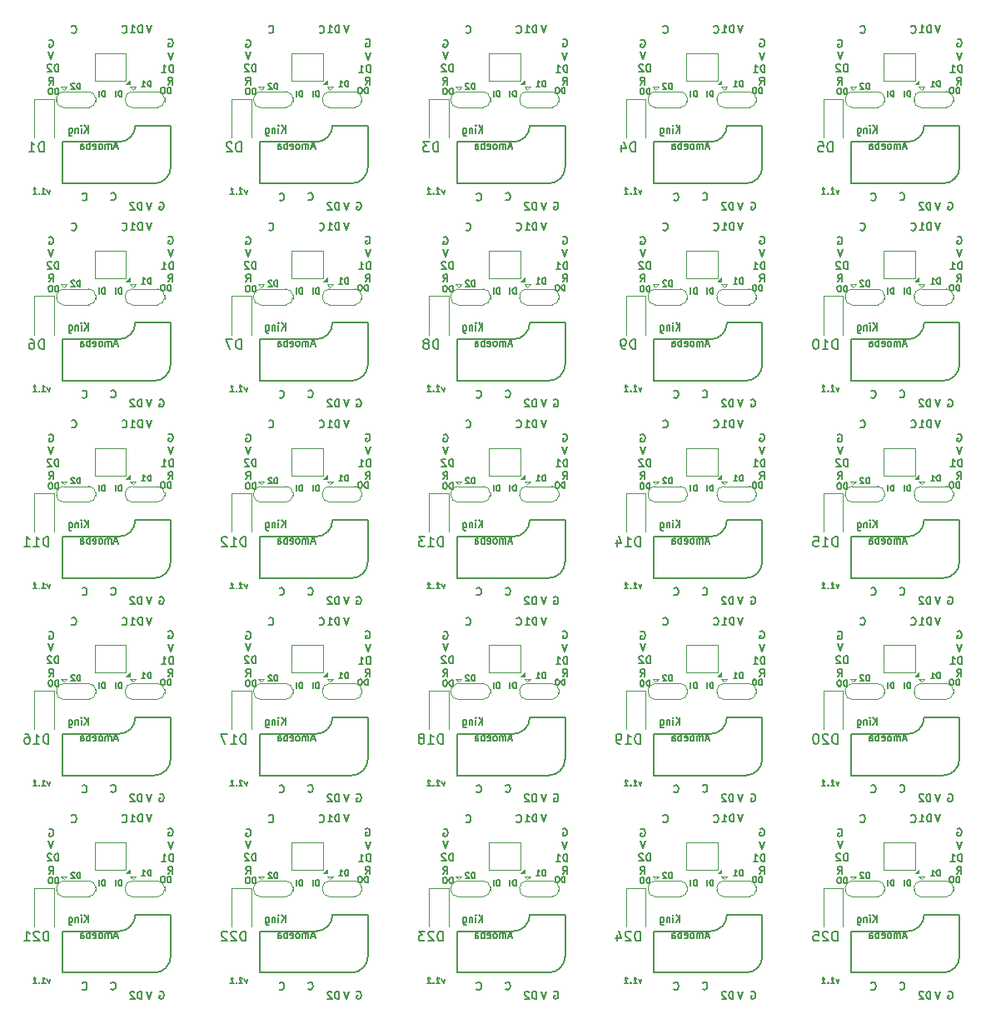
<source format=gbo>
G04 #@! TF.GenerationSoftware,KiCad,Pcbnew,(6.0.4-0)*
G04 #@! TF.CreationDate,2022-05-03T13:04:24-07:00*
G04 #@! TF.ProjectId,amoeba-king,616d6f65-6261-42d6-9b69-6e672e6b6963,rev?*
G04 #@! TF.SameCoordinates,Original*
G04 #@! TF.FileFunction,Legend,Bot*
G04 #@! TF.FilePolarity,Positive*
%FSLAX46Y46*%
G04 Gerber Fmt 4.6, Leading zero omitted, Abs format (unit mm)*
G04 Created by KiCad (PCBNEW (6.0.4-0)) date 2022-05-03 13:04:24*
%MOMM*%
%LPD*%
G01*
G04 APERTURE LIST*
%ADD10C,0.100000*%
%ADD11C,0.158750*%
%ADD12C,0.127000*%
%ADD13C,0.150000*%
%ADD14C,0.152400*%
%ADD15C,0.120000*%
G04 APERTURE END LIST*
D10*
G36*
X77419200Y-165328600D02*
G01*
X77038200Y-165328600D01*
X77419200Y-164947600D01*
X77419200Y-165328600D01*
G37*
X77419200Y-165328600D02*
X77038200Y-165328600D01*
X77419200Y-164947600D01*
X77419200Y-165328600D01*
G36*
X117519200Y-245528600D02*
G01*
X117138200Y-245528600D01*
X117519200Y-245147600D01*
X117519200Y-245528600D01*
G37*
X117519200Y-245528600D02*
X117138200Y-245528600D01*
X117519200Y-245147600D01*
X117519200Y-245528600D01*
G36*
X117519200Y-225478600D02*
G01*
X117138200Y-225478600D01*
X117519200Y-225097600D01*
X117519200Y-225478600D01*
G37*
X117519200Y-225478600D02*
X117138200Y-225478600D01*
X117519200Y-225097600D01*
X117519200Y-225478600D01*
G36*
X137569200Y-185378600D02*
G01*
X137188200Y-185378600D01*
X137569200Y-184997600D01*
X137569200Y-185378600D01*
G37*
X137569200Y-185378600D02*
X137188200Y-185378600D01*
X137569200Y-184997600D01*
X137569200Y-185378600D01*
G36*
X77419200Y-205428600D02*
G01*
X77038200Y-205428600D01*
X77419200Y-205047600D01*
X77419200Y-205428600D01*
G37*
X77419200Y-205428600D02*
X77038200Y-205428600D01*
X77419200Y-205047600D01*
X77419200Y-205428600D01*
G36*
X137569200Y-165328600D02*
G01*
X137188200Y-165328600D01*
X137569200Y-164947600D01*
X137569200Y-165328600D01*
G37*
X137569200Y-165328600D02*
X137188200Y-165328600D01*
X137569200Y-164947600D01*
X137569200Y-165328600D01*
G36*
X157619200Y-245528600D02*
G01*
X157238200Y-245528600D01*
X157619200Y-245147600D01*
X157619200Y-245528600D01*
G37*
X157619200Y-245528600D02*
X157238200Y-245528600D01*
X157619200Y-245147600D01*
X157619200Y-245528600D01*
G36*
X157619200Y-205428600D02*
G01*
X157238200Y-205428600D01*
X157619200Y-205047600D01*
X157619200Y-205428600D01*
G37*
X157619200Y-205428600D02*
X157238200Y-205428600D01*
X157619200Y-205047600D01*
X157619200Y-205428600D01*
G36*
X77419200Y-225478600D02*
G01*
X77038200Y-225478600D01*
X77419200Y-225097600D01*
X77419200Y-225478600D01*
G37*
X77419200Y-225478600D02*
X77038200Y-225478600D01*
X77419200Y-225097600D01*
X77419200Y-225478600D01*
G36*
X77419200Y-245528600D02*
G01*
X77038200Y-245528600D01*
X77419200Y-245147600D01*
X77419200Y-245528600D01*
G37*
X77419200Y-245528600D02*
X77038200Y-245528600D01*
X77419200Y-245147600D01*
X77419200Y-245528600D01*
G36*
X97469200Y-165328600D02*
G01*
X97088200Y-165328600D01*
X97469200Y-164947600D01*
X97469200Y-165328600D01*
G37*
X97469200Y-165328600D02*
X97088200Y-165328600D01*
X97469200Y-164947600D01*
X97469200Y-165328600D01*
G36*
X137569200Y-245528600D02*
G01*
X137188200Y-245528600D01*
X137569200Y-245147600D01*
X137569200Y-245528600D01*
G37*
X137569200Y-245528600D02*
X137188200Y-245528600D01*
X137569200Y-245147600D01*
X137569200Y-245528600D01*
G36*
X157619200Y-165328600D02*
G01*
X157238200Y-165328600D01*
X157619200Y-164947600D01*
X157619200Y-165328600D01*
G37*
X157619200Y-165328600D02*
X157238200Y-165328600D01*
X157619200Y-164947600D01*
X157619200Y-165328600D01*
G36*
X97469200Y-205428600D02*
G01*
X97088200Y-205428600D01*
X97469200Y-205047600D01*
X97469200Y-205428600D01*
G37*
X97469200Y-205428600D02*
X97088200Y-205428600D01*
X97469200Y-205047600D01*
X97469200Y-205428600D01*
G36*
X117519200Y-185378600D02*
G01*
X117138200Y-185378600D01*
X117519200Y-184997600D01*
X117519200Y-185378600D01*
G37*
X117519200Y-185378600D02*
X117138200Y-185378600D01*
X117519200Y-184997600D01*
X117519200Y-185378600D01*
G36*
X137569200Y-205428600D02*
G01*
X137188200Y-205428600D01*
X137569200Y-205047600D01*
X137569200Y-205428600D01*
G37*
X137569200Y-205428600D02*
X137188200Y-205428600D01*
X137569200Y-205047600D01*
X137569200Y-205428600D01*
G36*
X97469200Y-245528600D02*
G01*
X97088200Y-245528600D01*
X97469200Y-245147600D01*
X97469200Y-245528600D01*
G37*
X97469200Y-245528600D02*
X97088200Y-245528600D01*
X97469200Y-245147600D01*
X97469200Y-245528600D01*
G36*
X97469200Y-225478600D02*
G01*
X97088200Y-225478600D01*
X97469200Y-225097600D01*
X97469200Y-225478600D01*
G37*
X97469200Y-225478600D02*
X97088200Y-225478600D01*
X97469200Y-225097600D01*
X97469200Y-225478600D01*
G36*
X77419200Y-185378600D02*
G01*
X77038200Y-185378600D01*
X77419200Y-184997600D01*
X77419200Y-185378600D01*
G37*
X77419200Y-185378600D02*
X77038200Y-185378600D01*
X77419200Y-184997600D01*
X77419200Y-185378600D01*
G36*
X157619200Y-225478600D02*
G01*
X157238200Y-225478600D01*
X157619200Y-225097600D01*
X157619200Y-225478600D01*
G37*
X157619200Y-225478600D02*
X157238200Y-225478600D01*
X157619200Y-225097600D01*
X157619200Y-225478600D01*
G36*
X137569200Y-225478600D02*
G01*
X137188200Y-225478600D01*
X137569200Y-225097600D01*
X137569200Y-225478600D01*
G37*
X137569200Y-225478600D02*
X137188200Y-225478600D01*
X137569200Y-225097600D01*
X137569200Y-225478600D01*
G36*
X117519200Y-165328600D02*
G01*
X117138200Y-165328600D01*
X117519200Y-164947600D01*
X117519200Y-165328600D01*
G37*
X117519200Y-165328600D02*
X117138200Y-165328600D01*
X117519200Y-164947600D01*
X117519200Y-165328600D01*
G36*
X157619200Y-185378600D02*
G01*
X157238200Y-185378600D01*
X157619200Y-184997600D01*
X157619200Y-185378600D01*
G37*
X157619200Y-185378600D02*
X157238200Y-185378600D01*
X157619200Y-184997600D01*
X157619200Y-185378600D01*
G36*
X117519200Y-205428600D02*
G01*
X117138200Y-205428600D01*
X117519200Y-205047600D01*
X117519200Y-205428600D01*
G37*
X117519200Y-205428600D02*
X117138200Y-205428600D01*
X117519200Y-205047600D01*
X117519200Y-205428600D01*
G36*
X97469200Y-185378600D02*
G01*
X97088200Y-185378600D01*
X97469200Y-184997600D01*
X97469200Y-185378600D01*
G37*
X97469200Y-185378600D02*
X97088200Y-185378600D01*
X97469200Y-184997600D01*
X97469200Y-185378600D01*
D11*
X69303843Y-176051028D02*
X69205569Y-176474361D01*
X69001462Y-176051028D01*
X68479855Y-176474361D02*
X68842712Y-176474361D01*
X68661283Y-176474361D02*
X68581908Y-175839361D01*
X68653724Y-175930076D01*
X68721759Y-175990552D01*
X68786015Y-176020790D01*
X68200152Y-176413885D02*
X68173694Y-176444123D01*
X68207712Y-176474361D01*
X68234170Y-176444123D01*
X68200152Y-176413885D01*
X68207712Y-176474361D01*
X67572712Y-176474361D02*
X67935569Y-176474361D01*
X67754140Y-176474361D02*
X67674765Y-175839361D01*
X67746581Y-175930076D01*
X67814617Y-175990552D01*
X67878873Y-176020790D01*
D12*
X81555771Y-166252071D02*
X81555771Y-165642471D01*
X81410628Y-165642471D01*
X81323542Y-165671500D01*
X81265485Y-165729557D01*
X81236457Y-165787614D01*
X81207428Y-165903728D01*
X81207428Y-165990814D01*
X81236457Y-166106928D01*
X81265485Y-166164985D01*
X81323542Y-166223042D01*
X81410628Y-166252071D01*
X81555771Y-166252071D01*
X80830057Y-165642471D02*
X80713942Y-165642471D01*
X80655885Y-165671500D01*
X80597828Y-165729557D01*
X80568800Y-165845671D01*
X80568800Y-166048871D01*
X80597828Y-166164985D01*
X80655885Y-166223042D01*
X80713942Y-166252071D01*
X80830057Y-166252071D01*
X80888114Y-166223042D01*
X80946171Y-166164985D01*
X80975200Y-166048871D01*
X80975200Y-165845671D01*
X80946171Y-165729557D01*
X80888114Y-165671500D01*
X80830057Y-165642471D01*
D13*
X152785942Y-177081542D02*
X152822228Y-177117828D01*
X152931085Y-177154114D01*
X153003657Y-177154114D01*
X153112514Y-177117828D01*
X153185085Y-177045257D01*
X153221371Y-176972685D01*
X153257657Y-176827542D01*
X153257657Y-176718685D01*
X153221371Y-176573542D01*
X153185085Y-176500971D01*
X153112514Y-176428400D01*
X153003657Y-176392114D01*
X152931085Y-176392114D01*
X152822228Y-176428400D01*
X152785942Y-176464685D01*
D14*
X118716628Y-198118514D02*
X118716628Y-197356514D01*
X118535200Y-197356514D01*
X118426342Y-197392800D01*
X118353771Y-197465371D01*
X118317485Y-197537942D01*
X118281200Y-197683085D01*
X118281200Y-197791942D01*
X118317485Y-197937085D01*
X118353771Y-198009657D01*
X118426342Y-198082228D01*
X118535200Y-198118514D01*
X118716628Y-198118514D01*
X117990914Y-197429085D02*
X117954628Y-197392800D01*
X117882057Y-197356514D01*
X117700628Y-197356514D01*
X117628057Y-197392800D01*
X117591771Y-197429085D01*
X117555485Y-197501657D01*
X117555485Y-197574228D01*
X117591771Y-197683085D01*
X118027200Y-198118514D01*
X117555485Y-198118514D01*
D13*
X151706442Y-160063542D02*
X151742728Y-160099828D01*
X151851585Y-160136114D01*
X151924157Y-160136114D01*
X152033014Y-160099828D01*
X152105585Y-160027257D01*
X152141871Y-159954685D01*
X152178157Y-159809542D01*
X152178157Y-159700685D01*
X152141871Y-159555542D01*
X152105585Y-159482971D01*
X152033014Y-159410400D01*
X151924157Y-159374114D01*
X151851585Y-159374114D01*
X151742728Y-159410400D01*
X151706442Y-159446685D01*
D14*
X149418628Y-241032800D02*
X149491200Y-240996514D01*
X149600057Y-240996514D01*
X149708914Y-241032800D01*
X149781485Y-241105371D01*
X149817771Y-241177942D01*
X149854057Y-241323085D01*
X149854057Y-241431942D01*
X149817771Y-241577085D01*
X149781485Y-241649657D01*
X149708914Y-241722228D01*
X149600057Y-241758514D01*
X149527485Y-241758514D01*
X149418628Y-241722228D01*
X149382342Y-241685942D01*
X149382342Y-241431942D01*
X149527485Y-241431942D01*
X70183828Y-204147714D02*
X70183828Y-203385714D01*
X70002400Y-203385714D01*
X69893542Y-203422000D01*
X69820971Y-203494571D01*
X69784685Y-203567142D01*
X69748400Y-203712285D01*
X69748400Y-203821142D01*
X69784685Y-203966285D01*
X69820971Y-204038857D01*
X69893542Y-204111428D01*
X70002400Y-204147714D01*
X70183828Y-204147714D01*
X69458114Y-203458285D02*
X69421828Y-203422000D01*
X69349257Y-203385714D01*
X69167828Y-203385714D01*
X69095257Y-203422000D01*
X69058971Y-203458285D01*
X69022685Y-203530857D01*
X69022685Y-203603428D01*
X69058971Y-203712285D01*
X69494400Y-204147714D01*
X69022685Y-204147714D01*
D13*
X153382833Y-210400604D02*
X153382833Y-209600604D01*
X152982833Y-210400604D02*
X153282833Y-209943461D01*
X152982833Y-209600604D02*
X153382833Y-210057747D01*
X152682833Y-210400604D02*
X152682833Y-209867271D01*
X152682833Y-209600604D02*
X152716166Y-209638700D01*
X152682833Y-209676795D01*
X152649500Y-209638700D01*
X152682833Y-209600604D01*
X152682833Y-209676795D01*
X152349500Y-209867271D02*
X152349500Y-210400604D01*
X152349500Y-209943461D02*
X152316166Y-209905366D01*
X152249500Y-209867271D01*
X152149500Y-209867271D01*
X152082833Y-209905366D01*
X152049500Y-209981557D01*
X152049500Y-210400604D01*
X151416166Y-209867271D02*
X151416166Y-210514890D01*
X151449500Y-210591080D01*
X151482833Y-210629176D01*
X151549500Y-210667271D01*
X151649500Y-210667271D01*
X151716166Y-210629176D01*
X151416166Y-210362509D02*
X151482833Y-210400604D01*
X151616166Y-210400604D01*
X151682833Y-210362509D01*
X151716166Y-210324414D01*
X151749500Y-210248223D01*
X151749500Y-210019652D01*
X151716166Y-209943461D01*
X151682833Y-209905366D01*
X151616166Y-209867271D01*
X151482833Y-209867271D01*
X151416166Y-209905366D01*
X81323542Y-165368514D02*
X81577542Y-165005657D01*
X81758971Y-165368514D02*
X81758971Y-164606514D01*
X81468685Y-164606514D01*
X81396114Y-164642800D01*
X81359828Y-164679085D01*
X81323542Y-164751657D01*
X81323542Y-164860514D01*
X81359828Y-164933085D01*
X81396114Y-164969371D01*
X81468685Y-165005657D01*
X81758971Y-165005657D01*
D14*
X140595428Y-237492800D02*
X140668000Y-237456514D01*
X140776857Y-237456514D01*
X140885714Y-237492800D01*
X140958285Y-237565371D01*
X140994571Y-237637942D01*
X141030857Y-237783085D01*
X141030857Y-237891942D01*
X140994571Y-238037085D01*
X140958285Y-238109657D01*
X140885714Y-238182228D01*
X140776857Y-238218514D01*
X140704285Y-238218514D01*
X140595428Y-238182228D01*
X140559142Y-238145942D01*
X140559142Y-237891942D01*
X140704285Y-237891942D01*
X160645428Y-217442800D02*
X160718000Y-217406514D01*
X160826857Y-217406514D01*
X160935714Y-217442800D01*
X161008285Y-217515371D01*
X161044571Y-217587942D01*
X161080857Y-217733085D01*
X161080857Y-217841942D01*
X161044571Y-217987085D01*
X161008285Y-218059657D01*
X160935714Y-218132228D01*
X160826857Y-218168514D01*
X160754285Y-218168514D01*
X160645428Y-218132228D01*
X160609142Y-218095942D01*
X160609142Y-217841942D01*
X160754285Y-217841942D01*
D12*
X141705771Y-246452071D02*
X141705771Y-245842471D01*
X141560628Y-245842471D01*
X141473542Y-245871500D01*
X141415485Y-245929557D01*
X141386457Y-245987614D01*
X141357428Y-246103728D01*
X141357428Y-246190814D01*
X141386457Y-246306928D01*
X141415485Y-246364985D01*
X141473542Y-246423042D01*
X141560628Y-246452071D01*
X141705771Y-246452071D01*
X140980057Y-245842471D02*
X140863942Y-245842471D01*
X140805885Y-245871500D01*
X140747828Y-245929557D01*
X140718800Y-246045671D01*
X140718800Y-246248871D01*
X140747828Y-246364985D01*
X140805885Y-246423042D01*
X140863942Y-246452071D01*
X140980057Y-246452071D01*
X141038114Y-246423042D01*
X141096171Y-246364985D01*
X141125200Y-246248871D01*
X141125200Y-246045671D01*
X141096171Y-245929557D01*
X141038114Y-245871500D01*
X140980057Y-245842471D01*
X99620942Y-225703571D02*
X99620942Y-225093971D01*
X99475800Y-225093971D01*
X99388714Y-225123000D01*
X99330657Y-225181057D01*
X99301628Y-225239114D01*
X99272600Y-225355228D01*
X99272600Y-225442314D01*
X99301628Y-225558428D01*
X99330657Y-225616485D01*
X99388714Y-225674542D01*
X99475800Y-225703571D01*
X99620942Y-225703571D01*
X98692028Y-225703571D02*
X99040371Y-225703571D01*
X98866200Y-225703571D02*
X98866200Y-225093971D01*
X98924257Y-225181057D01*
X98982314Y-225239114D01*
X99040371Y-225268142D01*
X92432742Y-205907571D02*
X92432742Y-205297971D01*
X92287600Y-205297971D01*
X92200514Y-205327000D01*
X92142457Y-205385057D01*
X92113428Y-205443114D01*
X92084400Y-205559228D01*
X92084400Y-205646314D01*
X92113428Y-205762428D01*
X92142457Y-205820485D01*
X92200514Y-205878542D01*
X92287600Y-205907571D01*
X92432742Y-205907571D01*
X91852171Y-205356028D02*
X91823142Y-205327000D01*
X91765085Y-205297971D01*
X91619942Y-205297971D01*
X91561885Y-205327000D01*
X91532857Y-205356028D01*
X91503828Y-205414085D01*
X91503828Y-205472142D01*
X91532857Y-205559228D01*
X91881200Y-205907571D01*
X91503828Y-205907571D01*
X94954600Y-186619571D02*
X94954600Y-186009971D01*
X94809457Y-186009971D01*
X94722371Y-186039000D01*
X94664314Y-186097057D01*
X94635285Y-186155114D01*
X94606257Y-186271228D01*
X94606257Y-186358314D01*
X94635285Y-186474428D01*
X94664314Y-186532485D01*
X94722371Y-186590542D01*
X94809457Y-186619571D01*
X94954600Y-186619571D01*
X94345000Y-186619571D02*
X94345000Y-186009971D01*
D13*
X93232833Y-190350604D02*
X93232833Y-189550604D01*
X92832833Y-190350604D02*
X93132833Y-189893461D01*
X92832833Y-189550604D02*
X93232833Y-190007747D01*
X92532833Y-190350604D02*
X92532833Y-189817271D01*
X92532833Y-189550604D02*
X92566166Y-189588700D01*
X92532833Y-189626795D01*
X92499500Y-189588700D01*
X92532833Y-189550604D01*
X92532833Y-189626795D01*
X92199500Y-189817271D02*
X92199500Y-190350604D01*
X92199500Y-189893461D02*
X92166166Y-189855366D01*
X92099500Y-189817271D01*
X91999500Y-189817271D01*
X91932833Y-189855366D01*
X91899500Y-189931557D01*
X91899500Y-190350604D01*
X91266166Y-189817271D02*
X91266166Y-190464890D01*
X91299500Y-190541080D01*
X91332833Y-190579176D01*
X91399500Y-190617271D01*
X91499500Y-190617271D01*
X91566166Y-190579176D01*
X91266166Y-190312509D02*
X91332833Y-190350604D01*
X91466166Y-190350604D01*
X91532833Y-190312509D01*
X91566166Y-190274414D01*
X91599500Y-190198223D01*
X91599500Y-189969652D01*
X91566166Y-189893461D01*
X91532833Y-189855366D01*
X91466166Y-189817271D01*
X91332833Y-189817271D01*
X91266166Y-189855366D01*
D12*
X96631000Y-246769571D02*
X96631000Y-246159971D01*
X96485857Y-246159971D01*
X96398771Y-246189000D01*
X96340714Y-246247057D01*
X96311685Y-246305114D01*
X96282657Y-246421228D01*
X96282657Y-246508314D01*
X96311685Y-246624428D01*
X96340714Y-246682485D01*
X96398771Y-246740542D01*
X96485857Y-246769571D01*
X96631000Y-246769571D01*
X96021400Y-246769571D02*
X96021400Y-246159971D01*
D13*
X136799942Y-160063542D02*
X136836228Y-160099828D01*
X136945085Y-160136114D01*
X137017657Y-160136114D01*
X137126514Y-160099828D01*
X137199085Y-160027257D01*
X137235371Y-159954685D01*
X137271657Y-159809542D01*
X137271657Y-159700685D01*
X137235371Y-159555542D01*
X137199085Y-159482971D01*
X137126514Y-159410400D01*
X137017657Y-159374114D01*
X136945085Y-159374114D01*
X136836228Y-159410400D01*
X136799942Y-159446685D01*
X132735942Y-177081542D02*
X132772228Y-177117828D01*
X132881085Y-177154114D01*
X132953657Y-177154114D01*
X133062514Y-177117828D01*
X133135085Y-177045257D01*
X133171371Y-176972685D01*
X133207657Y-176827542D01*
X133207657Y-176718685D01*
X133171371Y-176573542D01*
X133135085Y-176500971D01*
X133062514Y-176428400D01*
X132953657Y-176392114D01*
X132881085Y-176392114D01*
X132772228Y-176428400D01*
X132735942Y-176464685D01*
D14*
X150383828Y-224197714D02*
X150383828Y-223435714D01*
X150202400Y-223435714D01*
X150093542Y-223472000D01*
X150020971Y-223544571D01*
X149984685Y-223617142D01*
X149948400Y-223762285D01*
X149948400Y-223871142D01*
X149984685Y-224016285D01*
X150020971Y-224088857D01*
X150093542Y-224161428D01*
X150202400Y-224197714D01*
X150383828Y-224197714D01*
X149658114Y-223508285D02*
X149621828Y-223472000D01*
X149549257Y-223435714D01*
X149367828Y-223435714D01*
X149295257Y-223472000D01*
X149258971Y-223508285D01*
X149222685Y-223580857D01*
X149222685Y-223653428D01*
X149258971Y-223762285D01*
X149694400Y-224197714D01*
X149222685Y-224197714D01*
D13*
X71506442Y-240263542D02*
X71542728Y-240299828D01*
X71651585Y-240336114D01*
X71724157Y-240336114D01*
X71833014Y-240299828D01*
X71905585Y-240227257D01*
X71941871Y-240154685D01*
X71978157Y-240009542D01*
X71978157Y-239900685D01*
X71941871Y-239755542D01*
X71905585Y-239682971D01*
X71833014Y-239610400D01*
X71724157Y-239574114D01*
X71651585Y-239574114D01*
X71542728Y-239610400D01*
X71506442Y-239646685D01*
D12*
X79570942Y-225703571D02*
X79570942Y-225093971D01*
X79425800Y-225093971D01*
X79338714Y-225123000D01*
X79280657Y-225181057D01*
X79251628Y-225239114D01*
X79222600Y-225355228D01*
X79222600Y-225442314D01*
X79251628Y-225558428D01*
X79280657Y-225616485D01*
X79338714Y-225674542D01*
X79425800Y-225703571D01*
X79570942Y-225703571D01*
X78642028Y-225703571D02*
X78990371Y-225703571D01*
X78816200Y-225703571D02*
X78816200Y-225093971D01*
X78874257Y-225181057D01*
X78932314Y-225239114D01*
X78990371Y-225268142D01*
D13*
X75519642Y-177056142D02*
X75555928Y-177092428D01*
X75664785Y-177128714D01*
X75737357Y-177128714D01*
X75846214Y-177092428D01*
X75918785Y-177019857D01*
X75955071Y-176947285D01*
X75991357Y-176802142D01*
X75991357Y-176693285D01*
X75955071Y-176548142D01*
X75918785Y-176475571D01*
X75846214Y-176403000D01*
X75737357Y-176366714D01*
X75664785Y-176366714D01*
X75555928Y-176403000D01*
X75519642Y-176439285D01*
D12*
X116681000Y-206669571D02*
X116681000Y-206059971D01*
X116535857Y-206059971D01*
X116448771Y-206089000D01*
X116390714Y-206147057D01*
X116361685Y-206205114D01*
X116332657Y-206321228D01*
X116332657Y-206408314D01*
X116361685Y-206524428D01*
X116390714Y-206582485D01*
X116448771Y-206640542D01*
X116535857Y-206669571D01*
X116681000Y-206669571D01*
X116071400Y-206669571D02*
X116071400Y-206059971D01*
D14*
X119729000Y-239523314D02*
X119475000Y-240285314D01*
X119221000Y-239523314D01*
X109772200Y-202115714D02*
X109518200Y-202877714D01*
X109264200Y-202115714D01*
X129368628Y-241032800D02*
X129441200Y-240996514D01*
X129550057Y-240996514D01*
X129658914Y-241032800D01*
X129731485Y-241105371D01*
X129767771Y-241177942D01*
X129804057Y-241323085D01*
X129804057Y-241431942D01*
X129767771Y-241577085D01*
X129731485Y-241649657D01*
X129658914Y-241722228D01*
X129550057Y-241758514D01*
X129477485Y-241758514D01*
X129368628Y-241722228D01*
X129332342Y-241685942D01*
X129332342Y-241431942D01*
X129477485Y-241431942D01*
D13*
X96208900Y-171697633D02*
X95875566Y-171697633D01*
X96275566Y-171926204D02*
X96042233Y-171126204D01*
X95808900Y-171926204D01*
X95575566Y-171926204D02*
X95575566Y-171392871D01*
X95575566Y-171469061D02*
X95542233Y-171430966D01*
X95475566Y-171392871D01*
X95375566Y-171392871D01*
X95308900Y-171430966D01*
X95275566Y-171507157D01*
X95275566Y-171926204D01*
X95275566Y-171507157D02*
X95242233Y-171430966D01*
X95175566Y-171392871D01*
X95075566Y-171392871D01*
X95008900Y-171430966D01*
X94975566Y-171507157D01*
X94975566Y-171926204D01*
X94542233Y-171926204D02*
X94608900Y-171888109D01*
X94642233Y-171850014D01*
X94675566Y-171773823D01*
X94675566Y-171545252D01*
X94642233Y-171469061D01*
X94608900Y-171430966D01*
X94542233Y-171392871D01*
X94442233Y-171392871D01*
X94375566Y-171430966D01*
X94342233Y-171469061D01*
X94308900Y-171545252D01*
X94308900Y-171773823D01*
X94342233Y-171850014D01*
X94375566Y-171888109D01*
X94442233Y-171926204D01*
X94542233Y-171926204D01*
X93742233Y-171888109D02*
X93808900Y-171926204D01*
X93942233Y-171926204D01*
X94008900Y-171888109D01*
X94042233Y-171811919D01*
X94042233Y-171507157D01*
X94008900Y-171430966D01*
X93942233Y-171392871D01*
X93808900Y-171392871D01*
X93742233Y-171430966D01*
X93708900Y-171507157D01*
X93708900Y-171583347D01*
X94042233Y-171659538D01*
X93408900Y-171926204D02*
X93408900Y-171126204D01*
X93408900Y-171430966D02*
X93342233Y-171392871D01*
X93208900Y-171392871D01*
X93142233Y-171430966D01*
X93108900Y-171469061D01*
X93075566Y-171545252D01*
X93075566Y-171773823D01*
X93108900Y-171850014D01*
X93142233Y-171888109D01*
X93208900Y-171926204D01*
X93342233Y-171926204D01*
X93408900Y-171888109D01*
X92475566Y-171926204D02*
X92475566Y-171507157D01*
X92508900Y-171430966D01*
X92575566Y-171392871D01*
X92708900Y-171392871D01*
X92775566Y-171430966D01*
X92475566Y-171888109D02*
X92542233Y-171926204D01*
X92708900Y-171926204D01*
X92775566Y-171888109D01*
X92808900Y-171811919D01*
X92808900Y-171735728D01*
X92775566Y-171659538D01*
X92708900Y-171621442D01*
X92542233Y-171621442D01*
X92475566Y-171583347D01*
D12*
X132532742Y-225957571D02*
X132532742Y-225347971D01*
X132387600Y-225347971D01*
X132300514Y-225377000D01*
X132242457Y-225435057D01*
X132213428Y-225493114D01*
X132184400Y-225609228D01*
X132184400Y-225696314D01*
X132213428Y-225812428D01*
X132242457Y-225870485D01*
X132300514Y-225928542D01*
X132387600Y-225957571D01*
X132532742Y-225957571D01*
X131952171Y-225406028D02*
X131923142Y-225377000D01*
X131865085Y-225347971D01*
X131719942Y-225347971D01*
X131661885Y-225377000D01*
X131632857Y-225406028D01*
X131603828Y-225464085D01*
X131603828Y-225522142D01*
X131632857Y-225609228D01*
X131981200Y-225957571D01*
X131603828Y-225957571D01*
X130288471Y-186390971D02*
X130288471Y-185781371D01*
X130143328Y-185781371D01*
X130056242Y-185810400D01*
X129998185Y-185868457D01*
X129969157Y-185926514D01*
X129940128Y-186042628D01*
X129940128Y-186129714D01*
X129969157Y-186245828D01*
X129998185Y-186303885D01*
X130056242Y-186361942D01*
X130143328Y-186390971D01*
X130288471Y-186390971D01*
X129562757Y-185781371D02*
X129446642Y-185781371D01*
X129388585Y-185810400D01*
X129330528Y-185868457D01*
X129301500Y-185984571D01*
X129301500Y-186187771D01*
X129330528Y-186303885D01*
X129388585Y-186361942D01*
X129446642Y-186390971D01*
X129562757Y-186390971D01*
X129620814Y-186361942D01*
X129678871Y-186303885D01*
X129707900Y-186187771D01*
X129707900Y-185984571D01*
X129678871Y-185868457D01*
X129620814Y-185810400D01*
X129562757Y-185781371D01*
D14*
X78616628Y-198118514D02*
X78616628Y-197356514D01*
X78435200Y-197356514D01*
X78326342Y-197392800D01*
X78253771Y-197465371D01*
X78217485Y-197537942D01*
X78181200Y-197683085D01*
X78181200Y-197791942D01*
X78217485Y-197937085D01*
X78253771Y-198009657D01*
X78326342Y-198082228D01*
X78435200Y-198118514D01*
X78616628Y-198118514D01*
X77890914Y-197429085D02*
X77854628Y-197392800D01*
X77782057Y-197356514D01*
X77600628Y-197356514D01*
X77528057Y-197392800D01*
X77491771Y-197429085D01*
X77455485Y-197501657D01*
X77455485Y-197574228D01*
X77491771Y-197683085D01*
X77927200Y-198118514D01*
X77455485Y-198118514D01*
D11*
X129453843Y-196101028D02*
X129355569Y-196524361D01*
X129151462Y-196101028D01*
X128629855Y-196524361D02*
X128992712Y-196524361D01*
X128811283Y-196524361D02*
X128731908Y-195889361D01*
X128803724Y-195980076D01*
X128871759Y-196040552D01*
X128936015Y-196070790D01*
X128350152Y-196463885D02*
X128323694Y-196494123D01*
X128357712Y-196524361D01*
X128384170Y-196494123D01*
X128350152Y-196463885D01*
X128357712Y-196524361D01*
X127722712Y-196524361D02*
X128085569Y-196524361D01*
X127904140Y-196524361D02*
X127824765Y-195889361D01*
X127896581Y-195980076D01*
X127964617Y-196040552D01*
X128028873Y-196070790D01*
D14*
X89722200Y-182065714D02*
X89468200Y-182827714D01*
X89214200Y-182065714D01*
D12*
X112482742Y-205907571D02*
X112482742Y-205297971D01*
X112337600Y-205297971D01*
X112250514Y-205327000D01*
X112192457Y-205385057D01*
X112163428Y-205443114D01*
X112134400Y-205559228D01*
X112134400Y-205646314D01*
X112163428Y-205762428D01*
X112192457Y-205820485D01*
X112250514Y-205878542D01*
X112337600Y-205907571D01*
X112482742Y-205907571D01*
X111902171Y-205356028D02*
X111873142Y-205327000D01*
X111815085Y-205297971D01*
X111669942Y-205297971D01*
X111611885Y-205327000D01*
X111582857Y-205356028D01*
X111553828Y-205414085D01*
X111553828Y-205472142D01*
X111582857Y-205559228D01*
X111931200Y-205907571D01*
X111553828Y-205907571D01*
D14*
X120545428Y-237492800D02*
X120618000Y-237456514D01*
X120726857Y-237456514D01*
X120835714Y-237492800D01*
X120908285Y-237565371D01*
X120944571Y-237637942D01*
X120980857Y-237783085D01*
X120980857Y-237891942D01*
X120944571Y-238037085D01*
X120908285Y-238109657D01*
X120835714Y-238182228D01*
X120726857Y-238218514D01*
X120654285Y-238218514D01*
X120545428Y-238182228D01*
X120509142Y-238145942D01*
X120509142Y-237891942D01*
X120654285Y-237891942D01*
X109772200Y-182065714D02*
X109518200Y-182827714D01*
X109264200Y-182065714D01*
D13*
X156849942Y-220213542D02*
X156886228Y-220249828D01*
X156995085Y-220286114D01*
X157067657Y-220286114D01*
X157176514Y-220249828D01*
X157249085Y-220177257D01*
X157285371Y-220104685D01*
X157321657Y-219959542D01*
X157321657Y-219850685D01*
X157285371Y-219705542D01*
X157249085Y-219632971D01*
X157176514Y-219560400D01*
X157067657Y-219524114D01*
X156995085Y-219524114D01*
X156886228Y-219560400D01*
X156849942Y-219596685D01*
D12*
X155104600Y-226719571D02*
X155104600Y-226109971D01*
X154959457Y-226109971D01*
X154872371Y-226139000D01*
X154814314Y-226197057D01*
X154785285Y-226255114D01*
X154756257Y-226371228D01*
X154756257Y-226458314D01*
X154785285Y-226574428D01*
X154814314Y-226632485D01*
X154872371Y-226690542D01*
X154959457Y-226719571D01*
X155104600Y-226719571D01*
X154495000Y-226719571D02*
X154495000Y-226109971D01*
D14*
X81359828Y-240982000D02*
X81432400Y-240945714D01*
X81541257Y-240945714D01*
X81650114Y-240982000D01*
X81722685Y-241054571D01*
X81758971Y-241127142D01*
X81795257Y-241272285D01*
X81795257Y-241381142D01*
X81758971Y-241526285D01*
X81722685Y-241598857D01*
X81650114Y-241671428D01*
X81541257Y-241707714D01*
X81468685Y-241707714D01*
X81359828Y-241671428D01*
X81323542Y-241635142D01*
X81323542Y-241381142D01*
X81468685Y-241381142D01*
D12*
X116681000Y-186619571D02*
X116681000Y-186009971D01*
X116535857Y-186009971D01*
X116448771Y-186039000D01*
X116390714Y-186097057D01*
X116361685Y-186155114D01*
X116332657Y-186271228D01*
X116332657Y-186358314D01*
X116361685Y-186474428D01*
X116390714Y-186532485D01*
X116448771Y-186590542D01*
X116535857Y-186619571D01*
X116681000Y-186619571D01*
X116071400Y-186619571D02*
X116071400Y-186009971D01*
D13*
X135669642Y-217156142D02*
X135705928Y-217192428D01*
X135814785Y-217228714D01*
X135887357Y-217228714D01*
X135996214Y-217192428D01*
X136068785Y-217119857D01*
X136105071Y-217047285D01*
X136141357Y-216902142D01*
X136141357Y-216793285D01*
X136105071Y-216648142D01*
X136068785Y-216575571D01*
X135996214Y-216503000D01*
X135887357Y-216466714D01*
X135814785Y-216466714D01*
X135705928Y-216503000D01*
X135669642Y-216539285D01*
D12*
X70138471Y-226490971D02*
X70138471Y-225881371D01*
X69993328Y-225881371D01*
X69906242Y-225910400D01*
X69848185Y-225968457D01*
X69819157Y-226026514D01*
X69790128Y-226142628D01*
X69790128Y-226229714D01*
X69819157Y-226345828D01*
X69848185Y-226403885D01*
X69906242Y-226461942D01*
X69993328Y-226490971D01*
X70138471Y-226490971D01*
X69412757Y-225881371D02*
X69296642Y-225881371D01*
X69238585Y-225910400D01*
X69180528Y-225968457D01*
X69151500Y-226084571D01*
X69151500Y-226287771D01*
X69180528Y-226403885D01*
X69238585Y-226461942D01*
X69296642Y-226490971D01*
X69412757Y-226490971D01*
X69470814Y-226461942D01*
X69528871Y-226403885D01*
X69557900Y-226287771D01*
X69557900Y-226084571D01*
X69528871Y-225968457D01*
X69470814Y-225910400D01*
X69412757Y-225881371D01*
D13*
X132735942Y-237231542D02*
X132772228Y-237267828D01*
X132881085Y-237304114D01*
X132953657Y-237304114D01*
X133062514Y-237267828D01*
X133135085Y-237195257D01*
X133171371Y-237122685D01*
X133207657Y-236977542D01*
X133207657Y-236868685D01*
X133171371Y-236723542D01*
X133135085Y-236650971D01*
X133062514Y-236578400D01*
X132953657Y-236542114D01*
X132881085Y-236542114D01*
X132772228Y-236578400D01*
X132735942Y-236614685D01*
X81323542Y-205468514D02*
X81577542Y-205105657D01*
X81758971Y-205468514D02*
X81758971Y-204706514D01*
X81468685Y-204706514D01*
X81396114Y-204742800D01*
X81359828Y-204779085D01*
X81323542Y-204851657D01*
X81323542Y-204960514D01*
X81359828Y-205033085D01*
X81396114Y-205069371D01*
X81468685Y-205105657D01*
X81758971Y-205105657D01*
D14*
X69218628Y-180882800D02*
X69291200Y-180846514D01*
X69400057Y-180846514D01*
X69508914Y-180882800D01*
X69581485Y-180955371D01*
X69617771Y-181027942D01*
X69654057Y-181173085D01*
X69654057Y-181281942D01*
X69617771Y-181427085D01*
X69581485Y-181499657D01*
X69508914Y-181572228D01*
X69400057Y-181608514D01*
X69327485Y-181608514D01*
X69218628Y-181572228D01*
X69182342Y-181535942D01*
X69182342Y-181281942D01*
X69327485Y-181281942D01*
D12*
X136731000Y-166569571D02*
X136731000Y-165959971D01*
X136585857Y-165959971D01*
X136498771Y-165989000D01*
X136440714Y-166047057D01*
X136411685Y-166105114D01*
X136382657Y-166221228D01*
X136382657Y-166308314D01*
X136411685Y-166424428D01*
X136440714Y-166482485D01*
X136498771Y-166540542D01*
X136585857Y-166569571D01*
X136731000Y-166569571D01*
X136121400Y-166569571D02*
X136121400Y-165959971D01*
D13*
X76158900Y-211797633D02*
X75825566Y-211797633D01*
X76225566Y-212026204D02*
X75992233Y-211226204D01*
X75758900Y-212026204D01*
X75525566Y-212026204D02*
X75525566Y-211492871D01*
X75525566Y-211569061D02*
X75492233Y-211530966D01*
X75425566Y-211492871D01*
X75325566Y-211492871D01*
X75258900Y-211530966D01*
X75225566Y-211607157D01*
X75225566Y-212026204D01*
X75225566Y-211607157D02*
X75192233Y-211530966D01*
X75125566Y-211492871D01*
X75025566Y-211492871D01*
X74958900Y-211530966D01*
X74925566Y-211607157D01*
X74925566Y-212026204D01*
X74492233Y-212026204D02*
X74558900Y-211988109D01*
X74592233Y-211950014D01*
X74625566Y-211873823D01*
X74625566Y-211645252D01*
X74592233Y-211569061D01*
X74558900Y-211530966D01*
X74492233Y-211492871D01*
X74392233Y-211492871D01*
X74325566Y-211530966D01*
X74292233Y-211569061D01*
X74258900Y-211645252D01*
X74258900Y-211873823D01*
X74292233Y-211950014D01*
X74325566Y-211988109D01*
X74392233Y-212026204D01*
X74492233Y-212026204D01*
X73692233Y-211988109D02*
X73758900Y-212026204D01*
X73892233Y-212026204D01*
X73958900Y-211988109D01*
X73992233Y-211911919D01*
X73992233Y-211607157D01*
X73958900Y-211530966D01*
X73892233Y-211492871D01*
X73758900Y-211492871D01*
X73692233Y-211530966D01*
X73658900Y-211607157D01*
X73658900Y-211683347D01*
X73992233Y-211759538D01*
X73358900Y-212026204D02*
X73358900Y-211226204D01*
X73358900Y-211530966D02*
X73292233Y-211492871D01*
X73158900Y-211492871D01*
X73092233Y-211530966D01*
X73058900Y-211569061D01*
X73025566Y-211645252D01*
X73025566Y-211873823D01*
X73058900Y-211950014D01*
X73092233Y-211988109D01*
X73158900Y-212026204D01*
X73292233Y-212026204D01*
X73358900Y-211988109D01*
X72425566Y-212026204D02*
X72425566Y-211607157D01*
X72458900Y-211530966D01*
X72525566Y-211492871D01*
X72658900Y-211492871D01*
X72725566Y-211530966D01*
X72425566Y-211988109D02*
X72492233Y-212026204D01*
X72658900Y-212026204D01*
X72725566Y-211988109D01*
X72758900Y-211911919D01*
X72758900Y-211835728D01*
X72725566Y-211759538D01*
X72658900Y-211721442D01*
X72492233Y-211721442D01*
X72425566Y-211683347D01*
D14*
X121459828Y-180832000D02*
X121532400Y-180795714D01*
X121641257Y-180795714D01*
X121750114Y-180832000D01*
X121822685Y-180904571D01*
X121858971Y-180977142D01*
X121895257Y-181122285D01*
X121895257Y-181231142D01*
X121858971Y-181376285D01*
X121822685Y-181448857D01*
X121750114Y-181521428D01*
X121641257Y-181557714D01*
X121568685Y-181557714D01*
X121459828Y-181521428D01*
X121423542Y-181485142D01*
X121423542Y-181231142D01*
X121568685Y-181231142D01*
D13*
X116749942Y-180113542D02*
X116786228Y-180149828D01*
X116895085Y-180186114D01*
X116967657Y-180186114D01*
X117076514Y-180149828D01*
X117149085Y-180077257D01*
X117185371Y-180004685D01*
X117221657Y-179859542D01*
X117221657Y-179750685D01*
X117185371Y-179605542D01*
X117149085Y-179532971D01*
X117076514Y-179460400D01*
X116967657Y-179424114D01*
X116895085Y-179424114D01*
X116786228Y-179460400D01*
X116749942Y-179496685D01*
D14*
X141963400Y-202166514D02*
X141709400Y-202928514D01*
X141455400Y-202166514D01*
X138817428Y-200185314D02*
X138817428Y-199423314D01*
X138636000Y-199423314D01*
X138527142Y-199459600D01*
X138454571Y-199532171D01*
X138418285Y-199604742D01*
X138382000Y-199749885D01*
X138382000Y-199858742D01*
X138418285Y-200003885D01*
X138454571Y-200076457D01*
X138527142Y-200149028D01*
X138636000Y-200185314D01*
X138817428Y-200185314D01*
X137656285Y-200185314D02*
X138091714Y-200185314D01*
X137874000Y-200185314D02*
X137874000Y-199423314D01*
X137946571Y-199532171D01*
X138019142Y-199604742D01*
X138091714Y-199641028D01*
D12*
X130288471Y-246540971D02*
X130288471Y-245931371D01*
X130143328Y-245931371D01*
X130056242Y-245960400D01*
X129998185Y-246018457D01*
X129969157Y-246076514D01*
X129940128Y-246192628D01*
X129940128Y-246279714D01*
X129969157Y-246395828D01*
X129998185Y-246453885D01*
X130056242Y-246511942D01*
X130143328Y-246540971D01*
X130288471Y-246540971D01*
X129562757Y-245931371D02*
X129446642Y-245931371D01*
X129388585Y-245960400D01*
X129330528Y-246018457D01*
X129301500Y-246134571D01*
X129301500Y-246337771D01*
X129330528Y-246453885D01*
X129388585Y-246511942D01*
X129446642Y-246540971D01*
X129562757Y-246540971D01*
X129620814Y-246511942D01*
X129678871Y-246453885D01*
X129707900Y-246337771D01*
X129707900Y-246134571D01*
X129678871Y-246018457D01*
X129620814Y-245960400D01*
X129562757Y-245931371D01*
X96631000Y-166569571D02*
X96631000Y-165959971D01*
X96485857Y-165959971D01*
X96398771Y-165989000D01*
X96340714Y-166047057D01*
X96311685Y-166105114D01*
X96282657Y-166221228D01*
X96282657Y-166308314D01*
X96311685Y-166424428D01*
X96340714Y-166482485D01*
X96398771Y-166540542D01*
X96485857Y-166569571D01*
X96631000Y-166569571D01*
X96021400Y-166569571D02*
X96021400Y-165959971D01*
D11*
X149503843Y-216151028D02*
X149405569Y-216574361D01*
X149201462Y-216151028D01*
X148679855Y-216574361D02*
X149042712Y-216574361D01*
X148861283Y-216574361D02*
X148781908Y-215939361D01*
X148853724Y-216030076D01*
X148921759Y-216090552D01*
X148986015Y-216120790D01*
X148400152Y-216513885D02*
X148373694Y-216544123D01*
X148407712Y-216574361D01*
X148434170Y-216544123D01*
X148400152Y-216513885D01*
X148407712Y-216574361D01*
X147772712Y-216574361D02*
X148135569Y-216574361D01*
X147954140Y-216574361D02*
X147874765Y-215939361D01*
X147946581Y-216030076D01*
X148014617Y-216090552D01*
X148078873Y-216120790D01*
D12*
X99620942Y-185603571D02*
X99620942Y-184993971D01*
X99475800Y-184993971D01*
X99388714Y-185023000D01*
X99330657Y-185081057D01*
X99301628Y-185139114D01*
X99272600Y-185255228D01*
X99272600Y-185342314D01*
X99301628Y-185458428D01*
X99330657Y-185516485D01*
X99388714Y-185574542D01*
X99475800Y-185603571D01*
X99620942Y-185603571D01*
X98692028Y-185603571D02*
X99040371Y-185603571D01*
X98866200Y-185603571D02*
X98866200Y-184993971D01*
X98924257Y-185081057D01*
X98982314Y-185139114D01*
X99040371Y-185168142D01*
D14*
X119729000Y-199423314D02*
X119475000Y-200185314D01*
X119221000Y-199423314D01*
X78667428Y-200185314D02*
X78667428Y-199423314D01*
X78486000Y-199423314D01*
X78377142Y-199459600D01*
X78304571Y-199532171D01*
X78268285Y-199604742D01*
X78232000Y-199749885D01*
X78232000Y-199858742D01*
X78268285Y-200003885D01*
X78304571Y-200076457D01*
X78377142Y-200149028D01*
X78486000Y-200185314D01*
X78667428Y-200185314D01*
X77506285Y-200185314D02*
X77941714Y-200185314D01*
X77724000Y-200185314D02*
X77724000Y-199423314D01*
X77796571Y-199532171D01*
X77869142Y-199604742D01*
X77941714Y-199641028D01*
X139779000Y-197356514D02*
X139525000Y-198118514D01*
X139271000Y-197356514D01*
X139779000Y-239523314D02*
X139525000Y-240285314D01*
X139271000Y-239523314D01*
X120545428Y-217442800D02*
X120618000Y-217406514D01*
X120726857Y-217406514D01*
X120835714Y-217442800D01*
X120908285Y-217515371D01*
X120944571Y-217587942D01*
X120980857Y-217733085D01*
X120980857Y-217841942D01*
X120944571Y-217987085D01*
X120908285Y-218059657D01*
X120835714Y-218132228D01*
X120726857Y-218168514D01*
X120654285Y-218168514D01*
X120545428Y-218132228D01*
X120509142Y-218095942D01*
X120509142Y-217841942D01*
X120654285Y-217841942D01*
D13*
X69182342Y-165368514D02*
X69436342Y-165005657D01*
X69617771Y-165368514D02*
X69617771Y-164606514D01*
X69327485Y-164606514D01*
X69254914Y-164642800D01*
X69218628Y-164679085D01*
X69182342Y-164751657D01*
X69182342Y-164860514D01*
X69218628Y-164933085D01*
X69254914Y-164969371D01*
X69327485Y-165005657D01*
X69617771Y-165005657D01*
X113282833Y-230450604D02*
X113282833Y-229650604D01*
X112882833Y-230450604D02*
X113182833Y-229993461D01*
X112882833Y-229650604D02*
X113282833Y-230107747D01*
X112582833Y-230450604D02*
X112582833Y-229917271D01*
X112582833Y-229650604D02*
X112616166Y-229688700D01*
X112582833Y-229726795D01*
X112549500Y-229688700D01*
X112582833Y-229650604D01*
X112582833Y-229726795D01*
X112249500Y-229917271D02*
X112249500Y-230450604D01*
X112249500Y-229993461D02*
X112216166Y-229955366D01*
X112149500Y-229917271D01*
X112049500Y-229917271D01*
X111982833Y-229955366D01*
X111949500Y-230031557D01*
X111949500Y-230450604D01*
X111316166Y-229917271D02*
X111316166Y-230564890D01*
X111349500Y-230641080D01*
X111382833Y-230679176D01*
X111449500Y-230717271D01*
X111549500Y-230717271D01*
X111616166Y-230679176D01*
X111316166Y-230412509D02*
X111382833Y-230450604D01*
X111516166Y-230450604D01*
X111582833Y-230412509D01*
X111616166Y-230374414D01*
X111649500Y-230298223D01*
X111649500Y-230069652D01*
X111616166Y-229993461D01*
X111582833Y-229955366D01*
X111516166Y-229917271D01*
X111382833Y-229917271D01*
X111316166Y-229955366D01*
D14*
X162013400Y-162066514D02*
X161759400Y-162828514D01*
X161505400Y-162066514D01*
D13*
X132735942Y-217181542D02*
X132772228Y-217217828D01*
X132881085Y-217254114D01*
X132953657Y-217254114D01*
X133062514Y-217217828D01*
X133135085Y-217145257D01*
X133171371Y-217072685D01*
X133207657Y-216927542D01*
X133207657Y-216818685D01*
X133171371Y-216673542D01*
X133135085Y-216600971D01*
X133062514Y-216528400D01*
X132953657Y-216492114D01*
X132881085Y-216492114D01*
X132772228Y-216528400D01*
X132735942Y-216564685D01*
X76158900Y-251897633D02*
X75825566Y-251897633D01*
X76225566Y-252126204D02*
X75992233Y-251326204D01*
X75758900Y-252126204D01*
X75525566Y-252126204D02*
X75525566Y-251592871D01*
X75525566Y-251669061D02*
X75492233Y-251630966D01*
X75425566Y-251592871D01*
X75325566Y-251592871D01*
X75258900Y-251630966D01*
X75225566Y-251707157D01*
X75225566Y-252126204D01*
X75225566Y-251707157D02*
X75192233Y-251630966D01*
X75125566Y-251592871D01*
X75025566Y-251592871D01*
X74958900Y-251630966D01*
X74925566Y-251707157D01*
X74925566Y-252126204D01*
X74492233Y-252126204D02*
X74558900Y-252088109D01*
X74592233Y-252050014D01*
X74625566Y-251973823D01*
X74625566Y-251745252D01*
X74592233Y-251669061D01*
X74558900Y-251630966D01*
X74492233Y-251592871D01*
X74392233Y-251592871D01*
X74325566Y-251630966D01*
X74292233Y-251669061D01*
X74258900Y-251745252D01*
X74258900Y-251973823D01*
X74292233Y-252050014D01*
X74325566Y-252088109D01*
X74392233Y-252126204D01*
X74492233Y-252126204D01*
X73692233Y-252088109D02*
X73758900Y-252126204D01*
X73892233Y-252126204D01*
X73958900Y-252088109D01*
X73992233Y-252011919D01*
X73992233Y-251707157D01*
X73958900Y-251630966D01*
X73892233Y-251592871D01*
X73758900Y-251592871D01*
X73692233Y-251630966D01*
X73658900Y-251707157D01*
X73658900Y-251783347D01*
X73992233Y-251859538D01*
X73358900Y-252126204D02*
X73358900Y-251326204D01*
X73358900Y-251630966D02*
X73292233Y-251592871D01*
X73158900Y-251592871D01*
X73092233Y-251630966D01*
X73058900Y-251669061D01*
X73025566Y-251745252D01*
X73025566Y-251973823D01*
X73058900Y-252050014D01*
X73092233Y-252088109D01*
X73158900Y-252126204D01*
X73292233Y-252126204D01*
X73358900Y-252088109D01*
X72425566Y-252126204D02*
X72425566Y-251707157D01*
X72458900Y-251630966D01*
X72525566Y-251592871D01*
X72658900Y-251592871D01*
X72725566Y-251630966D01*
X72425566Y-252088109D02*
X72492233Y-252126204D01*
X72658900Y-252126204D01*
X72725566Y-252088109D01*
X72758900Y-252011919D01*
X72758900Y-251935728D01*
X72725566Y-251859538D01*
X72658900Y-251821442D01*
X72492233Y-251821442D01*
X72425566Y-251783347D01*
X73182833Y-170300604D02*
X73182833Y-169500604D01*
X72782833Y-170300604D02*
X73082833Y-169843461D01*
X72782833Y-169500604D02*
X73182833Y-169957747D01*
X72482833Y-170300604D02*
X72482833Y-169767271D01*
X72482833Y-169500604D02*
X72516166Y-169538700D01*
X72482833Y-169576795D01*
X72449500Y-169538700D01*
X72482833Y-169500604D01*
X72482833Y-169576795D01*
X72149500Y-169767271D02*
X72149500Y-170300604D01*
X72149500Y-169843461D02*
X72116166Y-169805366D01*
X72049500Y-169767271D01*
X71949500Y-169767271D01*
X71882833Y-169805366D01*
X71849500Y-169881557D01*
X71849500Y-170300604D01*
X71216166Y-169767271D02*
X71216166Y-170414890D01*
X71249500Y-170491080D01*
X71282833Y-170529176D01*
X71349500Y-170567271D01*
X71449500Y-170567271D01*
X71516166Y-170529176D01*
X71216166Y-170262509D02*
X71282833Y-170300604D01*
X71416166Y-170300604D01*
X71482833Y-170262509D01*
X71516166Y-170224414D01*
X71549500Y-170148223D01*
X71549500Y-169919652D01*
X71516166Y-169843461D01*
X71482833Y-169805366D01*
X71416166Y-169767271D01*
X71282833Y-169767271D01*
X71216166Y-169805366D01*
D14*
X141509828Y-240982000D02*
X141582400Y-240945714D01*
X141691257Y-240945714D01*
X141800114Y-240982000D01*
X141872685Y-241054571D01*
X141908971Y-241127142D01*
X141945257Y-241272285D01*
X141945257Y-241381142D01*
X141908971Y-241526285D01*
X141872685Y-241598857D01*
X141800114Y-241671428D01*
X141691257Y-241707714D01*
X141618685Y-241707714D01*
X141509828Y-241671428D01*
X141473542Y-241635142D01*
X141473542Y-241381142D01*
X141618685Y-241381142D01*
D13*
X91556442Y-200163542D02*
X91592728Y-200199828D01*
X91701585Y-200236114D01*
X91774157Y-200236114D01*
X91883014Y-200199828D01*
X91955585Y-200127257D01*
X91991871Y-200054685D01*
X92028157Y-199909542D01*
X92028157Y-199800685D01*
X91991871Y-199655542D01*
X91955585Y-199582971D01*
X91883014Y-199510400D01*
X91774157Y-199474114D01*
X91701585Y-199474114D01*
X91592728Y-199510400D01*
X91556442Y-199546685D01*
D12*
X161755771Y-226402071D02*
X161755771Y-225792471D01*
X161610628Y-225792471D01*
X161523542Y-225821500D01*
X161465485Y-225879557D01*
X161436457Y-225937614D01*
X161407428Y-226053728D01*
X161407428Y-226140814D01*
X161436457Y-226256928D01*
X161465485Y-226314985D01*
X161523542Y-226373042D01*
X161610628Y-226402071D01*
X161755771Y-226402071D01*
X161030057Y-225792471D02*
X160913942Y-225792471D01*
X160855885Y-225821500D01*
X160797828Y-225879557D01*
X160768800Y-225995671D01*
X160768800Y-226198871D01*
X160797828Y-226314985D01*
X160855885Y-226373042D01*
X160913942Y-226402071D01*
X161030057Y-226402071D01*
X161088114Y-226373042D01*
X161146171Y-226314985D01*
X161175200Y-226198871D01*
X161175200Y-225995671D01*
X161146171Y-225879557D01*
X161088114Y-225821500D01*
X161030057Y-225792471D01*
D13*
X112685942Y-217181542D02*
X112722228Y-217217828D01*
X112831085Y-217254114D01*
X112903657Y-217254114D01*
X113012514Y-217217828D01*
X113085085Y-217145257D01*
X113121371Y-217072685D01*
X113157657Y-216927542D01*
X113157657Y-216818685D01*
X113121371Y-216673542D01*
X113085085Y-216600971D01*
X113012514Y-216528400D01*
X112903657Y-216492114D01*
X112831085Y-216492114D01*
X112722228Y-216528400D01*
X112685942Y-216564685D01*
X129332342Y-225518514D02*
X129586342Y-225155657D01*
X129767771Y-225518514D02*
X129767771Y-224756514D01*
X129477485Y-224756514D01*
X129404914Y-224792800D01*
X129368628Y-224829085D01*
X129332342Y-224901657D01*
X129332342Y-225010514D01*
X129368628Y-225083085D01*
X129404914Y-225119371D01*
X129477485Y-225155657D01*
X129767771Y-225155657D01*
D12*
X159770942Y-245753571D02*
X159770942Y-245143971D01*
X159625800Y-245143971D01*
X159538714Y-245173000D01*
X159480657Y-245231057D01*
X159451628Y-245289114D01*
X159422600Y-245405228D01*
X159422600Y-245492314D01*
X159451628Y-245608428D01*
X159480657Y-245666485D01*
X159538714Y-245724542D01*
X159625800Y-245753571D01*
X159770942Y-245753571D01*
X158842028Y-245753571D02*
X159190371Y-245753571D01*
X159016200Y-245753571D02*
X159016200Y-245143971D01*
X159074257Y-245231057D01*
X159132314Y-245289114D01*
X159190371Y-245318142D01*
D11*
X89353843Y-256251028D02*
X89255569Y-256674361D01*
X89051462Y-256251028D01*
X88529855Y-256674361D02*
X88892712Y-256674361D01*
X88711283Y-256674361D02*
X88631908Y-256039361D01*
X88703724Y-256130076D01*
X88771759Y-256190552D01*
X88836015Y-256220790D01*
X88250152Y-256613885D02*
X88223694Y-256644123D01*
X88257712Y-256674361D01*
X88284170Y-256644123D01*
X88250152Y-256613885D01*
X88257712Y-256674361D01*
X87622712Y-256674361D02*
X87985569Y-256674361D01*
X87804140Y-256674361D02*
X87724765Y-256039361D01*
X87796581Y-256130076D01*
X87864617Y-256190552D01*
X87928873Y-256220790D01*
D14*
X89268628Y-180882800D02*
X89341200Y-180846514D01*
X89450057Y-180846514D01*
X89558914Y-180882800D01*
X89631485Y-180955371D01*
X89667771Y-181027942D01*
X89704057Y-181173085D01*
X89704057Y-181281942D01*
X89667771Y-181427085D01*
X89631485Y-181499657D01*
X89558914Y-181572228D01*
X89450057Y-181608514D01*
X89377485Y-181608514D01*
X89268628Y-181572228D01*
X89232342Y-181535942D01*
X89232342Y-181281942D01*
X89377485Y-181281942D01*
D13*
X156358900Y-171697633D02*
X156025566Y-171697633D01*
X156425566Y-171926204D02*
X156192233Y-171126204D01*
X155958900Y-171926204D01*
X155725566Y-171926204D02*
X155725566Y-171392871D01*
X155725566Y-171469061D02*
X155692233Y-171430966D01*
X155625566Y-171392871D01*
X155525566Y-171392871D01*
X155458900Y-171430966D01*
X155425566Y-171507157D01*
X155425566Y-171926204D01*
X155425566Y-171507157D02*
X155392233Y-171430966D01*
X155325566Y-171392871D01*
X155225566Y-171392871D01*
X155158900Y-171430966D01*
X155125566Y-171507157D01*
X155125566Y-171926204D01*
X154692233Y-171926204D02*
X154758900Y-171888109D01*
X154792233Y-171850014D01*
X154825566Y-171773823D01*
X154825566Y-171545252D01*
X154792233Y-171469061D01*
X154758900Y-171430966D01*
X154692233Y-171392871D01*
X154592233Y-171392871D01*
X154525566Y-171430966D01*
X154492233Y-171469061D01*
X154458900Y-171545252D01*
X154458900Y-171773823D01*
X154492233Y-171850014D01*
X154525566Y-171888109D01*
X154592233Y-171926204D01*
X154692233Y-171926204D01*
X153892233Y-171888109D02*
X153958900Y-171926204D01*
X154092233Y-171926204D01*
X154158900Y-171888109D01*
X154192233Y-171811919D01*
X154192233Y-171507157D01*
X154158900Y-171430966D01*
X154092233Y-171392871D01*
X153958900Y-171392871D01*
X153892233Y-171430966D01*
X153858900Y-171507157D01*
X153858900Y-171583347D01*
X154192233Y-171659538D01*
X153558900Y-171926204D02*
X153558900Y-171126204D01*
X153558900Y-171430966D02*
X153492233Y-171392871D01*
X153358900Y-171392871D01*
X153292233Y-171430966D01*
X153258900Y-171469061D01*
X153225566Y-171545252D01*
X153225566Y-171773823D01*
X153258900Y-171850014D01*
X153292233Y-171888109D01*
X153358900Y-171926204D01*
X153492233Y-171926204D01*
X153558900Y-171888109D01*
X152625566Y-171926204D02*
X152625566Y-171507157D01*
X152658900Y-171430966D01*
X152725566Y-171392871D01*
X152858900Y-171392871D01*
X152925566Y-171430966D01*
X152625566Y-171888109D02*
X152692233Y-171926204D01*
X152858900Y-171926204D01*
X152925566Y-171888109D01*
X152958900Y-171811919D01*
X152958900Y-171735728D01*
X152925566Y-171659538D01*
X152858900Y-171621442D01*
X152692233Y-171621442D01*
X152625566Y-171583347D01*
X135669642Y-197106142D02*
X135705928Y-197142428D01*
X135814785Y-197178714D01*
X135887357Y-197178714D01*
X135996214Y-197142428D01*
X136068785Y-197069857D01*
X136105071Y-196997285D01*
X136141357Y-196852142D01*
X136141357Y-196743285D01*
X136105071Y-196598142D01*
X136068785Y-196525571D01*
X135996214Y-196453000D01*
X135887357Y-196416714D01*
X135814785Y-196416714D01*
X135705928Y-196453000D01*
X135669642Y-196489285D01*
D14*
X141509828Y-160782000D02*
X141582400Y-160745714D01*
X141691257Y-160745714D01*
X141800114Y-160782000D01*
X141872685Y-160854571D01*
X141908971Y-160927142D01*
X141945257Y-161072285D01*
X141945257Y-161181142D01*
X141908971Y-161326285D01*
X141872685Y-161398857D01*
X141800114Y-161471428D01*
X141691257Y-161507714D01*
X141618685Y-161507714D01*
X141509828Y-161471428D01*
X141473542Y-161435142D01*
X141473542Y-161181142D01*
X141618685Y-161181142D01*
X89268628Y-200932800D02*
X89341200Y-200896514D01*
X89450057Y-200896514D01*
X89558914Y-200932800D01*
X89631485Y-201005371D01*
X89667771Y-201077942D01*
X89704057Y-201223085D01*
X89704057Y-201331942D01*
X89667771Y-201477085D01*
X89631485Y-201549657D01*
X89558914Y-201622228D01*
X89450057Y-201658514D01*
X89377485Y-201658514D01*
X89268628Y-201622228D01*
X89232342Y-201585942D01*
X89232342Y-201331942D01*
X89377485Y-201331942D01*
X79629000Y-237456514D02*
X79375000Y-238218514D01*
X79121000Y-237456514D01*
D13*
X72585942Y-237231542D02*
X72622228Y-237267828D01*
X72731085Y-237304114D01*
X72803657Y-237304114D01*
X72912514Y-237267828D01*
X72985085Y-237195257D01*
X73021371Y-237122685D01*
X73057657Y-236977542D01*
X73057657Y-236868685D01*
X73021371Y-236723542D01*
X72985085Y-236650971D01*
X72912514Y-236578400D01*
X72803657Y-236542114D01*
X72731085Y-236542114D01*
X72622228Y-236578400D01*
X72585942Y-236614685D01*
X95569642Y-237206142D02*
X95605928Y-237242428D01*
X95714785Y-237278714D01*
X95787357Y-237278714D01*
X95896214Y-237242428D01*
X95968785Y-237169857D01*
X96005071Y-237097285D01*
X96041357Y-236952142D01*
X96041357Y-236843285D01*
X96005071Y-236698142D01*
X95968785Y-236625571D01*
X95896214Y-236553000D01*
X95787357Y-236516714D01*
X95714785Y-236516714D01*
X95605928Y-236553000D01*
X95569642Y-236589285D01*
D12*
X150338471Y-246540971D02*
X150338471Y-245931371D01*
X150193328Y-245931371D01*
X150106242Y-245960400D01*
X150048185Y-246018457D01*
X150019157Y-246076514D01*
X149990128Y-246192628D01*
X149990128Y-246279714D01*
X150019157Y-246395828D01*
X150048185Y-246453885D01*
X150106242Y-246511942D01*
X150193328Y-246540971D01*
X150338471Y-246540971D01*
X149612757Y-245931371D02*
X149496642Y-245931371D01*
X149438585Y-245960400D01*
X149380528Y-246018457D01*
X149351500Y-246134571D01*
X149351500Y-246337771D01*
X149380528Y-246453885D01*
X149438585Y-246511942D01*
X149496642Y-246540971D01*
X149612757Y-246540971D01*
X149670814Y-246511942D01*
X149728871Y-246453885D01*
X149757900Y-246337771D01*
X149757900Y-246134571D01*
X149728871Y-246018457D01*
X149670814Y-245960400D01*
X149612757Y-245931371D01*
X101605771Y-206352071D02*
X101605771Y-205742471D01*
X101460628Y-205742471D01*
X101373542Y-205771500D01*
X101315485Y-205829557D01*
X101286457Y-205887614D01*
X101257428Y-206003728D01*
X101257428Y-206090814D01*
X101286457Y-206206928D01*
X101315485Y-206264985D01*
X101373542Y-206323042D01*
X101460628Y-206352071D01*
X101605771Y-206352071D01*
X100880057Y-205742471D02*
X100763942Y-205742471D01*
X100705885Y-205771500D01*
X100647828Y-205829557D01*
X100618800Y-205945671D01*
X100618800Y-206148871D01*
X100647828Y-206264985D01*
X100705885Y-206323042D01*
X100763942Y-206352071D01*
X100880057Y-206352071D01*
X100938114Y-206323042D01*
X100996171Y-206264985D01*
X101025200Y-206148871D01*
X101025200Y-205945671D01*
X100996171Y-205829557D01*
X100938114Y-205771500D01*
X100880057Y-205742471D01*
D13*
X133332833Y-190350604D02*
X133332833Y-189550604D01*
X132932833Y-190350604D02*
X133232833Y-189893461D01*
X132932833Y-189550604D02*
X133332833Y-190007747D01*
X132632833Y-190350604D02*
X132632833Y-189817271D01*
X132632833Y-189550604D02*
X132666166Y-189588700D01*
X132632833Y-189626795D01*
X132599500Y-189588700D01*
X132632833Y-189550604D01*
X132632833Y-189626795D01*
X132299500Y-189817271D02*
X132299500Y-190350604D01*
X132299500Y-189893461D02*
X132266166Y-189855366D01*
X132199500Y-189817271D01*
X132099500Y-189817271D01*
X132032833Y-189855366D01*
X131999500Y-189931557D01*
X131999500Y-190350604D01*
X131366166Y-189817271D02*
X131366166Y-190464890D01*
X131399500Y-190541080D01*
X131432833Y-190579176D01*
X131499500Y-190617271D01*
X131599500Y-190617271D01*
X131666166Y-190579176D01*
X131366166Y-190312509D02*
X131432833Y-190350604D01*
X131566166Y-190350604D01*
X131632833Y-190312509D01*
X131666166Y-190274414D01*
X131699500Y-190198223D01*
X131699500Y-189969652D01*
X131666166Y-189893461D01*
X131632833Y-189855366D01*
X131566166Y-189817271D01*
X131432833Y-189817271D01*
X131366166Y-189855366D01*
D14*
X110283828Y-224197714D02*
X110283828Y-223435714D01*
X110102400Y-223435714D01*
X109993542Y-223472000D01*
X109920971Y-223544571D01*
X109884685Y-223617142D01*
X109848400Y-223762285D01*
X109848400Y-223871142D01*
X109884685Y-224016285D01*
X109920971Y-224088857D01*
X109993542Y-224161428D01*
X110102400Y-224197714D01*
X110283828Y-224197714D01*
X109558114Y-223508285D02*
X109521828Y-223472000D01*
X109449257Y-223435714D01*
X109267828Y-223435714D01*
X109195257Y-223472000D01*
X109158971Y-223508285D01*
X109122685Y-223580857D01*
X109122685Y-223653428D01*
X109158971Y-223762285D01*
X109594400Y-224197714D01*
X109122685Y-224197714D01*
D12*
X135054600Y-246769571D02*
X135054600Y-246159971D01*
X134909457Y-246159971D01*
X134822371Y-246189000D01*
X134764314Y-246247057D01*
X134735285Y-246305114D01*
X134706257Y-246421228D01*
X134706257Y-246508314D01*
X134735285Y-246624428D01*
X134764314Y-246682485D01*
X134822371Y-246740542D01*
X134909457Y-246769571D01*
X135054600Y-246769571D01*
X134445000Y-246769571D02*
X134445000Y-246159971D01*
D13*
X115619642Y-177056142D02*
X115655928Y-177092428D01*
X115764785Y-177128714D01*
X115837357Y-177128714D01*
X115946214Y-177092428D01*
X116018785Y-177019857D01*
X116055071Y-176947285D01*
X116091357Y-176802142D01*
X116091357Y-176693285D01*
X116055071Y-176548142D01*
X116018785Y-176475571D01*
X115946214Y-176403000D01*
X115837357Y-176366714D01*
X115764785Y-176366714D01*
X115655928Y-176403000D01*
X115619642Y-176439285D01*
D14*
X149418628Y-220982800D02*
X149491200Y-220946514D01*
X149600057Y-220946514D01*
X149708914Y-220982800D01*
X149781485Y-221055371D01*
X149817771Y-221127942D01*
X149854057Y-221273085D01*
X149854057Y-221381942D01*
X149817771Y-221527085D01*
X149781485Y-221599657D01*
X149708914Y-221672228D01*
X149600057Y-221708514D01*
X149527485Y-221708514D01*
X149418628Y-221672228D01*
X149382342Y-221635942D01*
X149382342Y-221381942D01*
X149527485Y-221381942D01*
D13*
X116258900Y-191747633D02*
X115925566Y-191747633D01*
X116325566Y-191976204D02*
X116092233Y-191176204D01*
X115858900Y-191976204D01*
X115625566Y-191976204D02*
X115625566Y-191442871D01*
X115625566Y-191519061D02*
X115592233Y-191480966D01*
X115525566Y-191442871D01*
X115425566Y-191442871D01*
X115358900Y-191480966D01*
X115325566Y-191557157D01*
X115325566Y-191976204D01*
X115325566Y-191557157D02*
X115292233Y-191480966D01*
X115225566Y-191442871D01*
X115125566Y-191442871D01*
X115058900Y-191480966D01*
X115025566Y-191557157D01*
X115025566Y-191976204D01*
X114592233Y-191976204D02*
X114658900Y-191938109D01*
X114692233Y-191900014D01*
X114725566Y-191823823D01*
X114725566Y-191595252D01*
X114692233Y-191519061D01*
X114658900Y-191480966D01*
X114592233Y-191442871D01*
X114492233Y-191442871D01*
X114425566Y-191480966D01*
X114392233Y-191519061D01*
X114358900Y-191595252D01*
X114358900Y-191823823D01*
X114392233Y-191900014D01*
X114425566Y-191938109D01*
X114492233Y-191976204D01*
X114592233Y-191976204D01*
X113792233Y-191938109D02*
X113858900Y-191976204D01*
X113992233Y-191976204D01*
X114058900Y-191938109D01*
X114092233Y-191861919D01*
X114092233Y-191557157D01*
X114058900Y-191480966D01*
X113992233Y-191442871D01*
X113858900Y-191442871D01*
X113792233Y-191480966D01*
X113758900Y-191557157D01*
X113758900Y-191633347D01*
X114092233Y-191709538D01*
X113458900Y-191976204D02*
X113458900Y-191176204D01*
X113458900Y-191480966D02*
X113392233Y-191442871D01*
X113258900Y-191442871D01*
X113192233Y-191480966D01*
X113158900Y-191519061D01*
X113125566Y-191595252D01*
X113125566Y-191823823D01*
X113158900Y-191900014D01*
X113192233Y-191938109D01*
X113258900Y-191976204D01*
X113392233Y-191976204D01*
X113458900Y-191938109D01*
X112525566Y-191976204D02*
X112525566Y-191557157D01*
X112558900Y-191480966D01*
X112625566Y-191442871D01*
X112758900Y-191442871D01*
X112825566Y-191480966D01*
X112525566Y-191938109D02*
X112592233Y-191976204D01*
X112758900Y-191976204D01*
X112825566Y-191938109D01*
X112858900Y-191861919D01*
X112858900Y-191785728D01*
X112825566Y-191709538D01*
X112758900Y-191671442D01*
X112592233Y-191671442D01*
X112525566Y-191633347D01*
D12*
X81555771Y-246452071D02*
X81555771Y-245842471D01*
X81410628Y-245842471D01*
X81323542Y-245871500D01*
X81265485Y-245929557D01*
X81236457Y-245987614D01*
X81207428Y-246103728D01*
X81207428Y-246190814D01*
X81236457Y-246306928D01*
X81265485Y-246364985D01*
X81323542Y-246423042D01*
X81410628Y-246452071D01*
X81555771Y-246452071D01*
X80830057Y-245842471D02*
X80713942Y-245842471D01*
X80655885Y-245871500D01*
X80597828Y-245929557D01*
X80568800Y-246045671D01*
X80568800Y-246248871D01*
X80597828Y-246364985D01*
X80655885Y-246423042D01*
X80713942Y-246452071D01*
X80830057Y-246452071D01*
X80888114Y-246423042D01*
X80946171Y-246364985D01*
X80975200Y-246248871D01*
X80975200Y-246045671D01*
X80946171Y-245929557D01*
X80888114Y-245871500D01*
X80830057Y-245842471D01*
X135054600Y-206669571D02*
X135054600Y-206059971D01*
X134909457Y-206059971D01*
X134822371Y-206089000D01*
X134764314Y-206147057D01*
X134735285Y-206205114D01*
X134706257Y-206321228D01*
X134706257Y-206408314D01*
X134735285Y-206524428D01*
X134764314Y-206582485D01*
X134822371Y-206640542D01*
X134909457Y-206669571D01*
X135054600Y-206669571D01*
X134445000Y-206669571D02*
X134445000Y-206059971D01*
D14*
X149872200Y-162015714D02*
X149618200Y-162777714D01*
X149364200Y-162015714D01*
D12*
X94954600Y-166569571D02*
X94954600Y-165959971D01*
X94809457Y-165959971D01*
X94722371Y-165989000D01*
X94664314Y-166047057D01*
X94635285Y-166105114D01*
X94606257Y-166221228D01*
X94606257Y-166308314D01*
X94635285Y-166424428D01*
X94664314Y-166482485D01*
X94722371Y-166540542D01*
X94809457Y-166569571D01*
X94954600Y-166569571D01*
X94345000Y-166569571D02*
X94345000Y-165959971D01*
D14*
X100495428Y-177342800D02*
X100568000Y-177306514D01*
X100676857Y-177306514D01*
X100785714Y-177342800D01*
X100858285Y-177415371D01*
X100894571Y-177487942D01*
X100930857Y-177633085D01*
X100930857Y-177741942D01*
X100894571Y-177887085D01*
X100858285Y-177959657D01*
X100785714Y-178032228D01*
X100676857Y-178068514D01*
X100604285Y-178068514D01*
X100495428Y-178032228D01*
X100459142Y-177995942D01*
X100459142Y-177741942D01*
X100604285Y-177741942D01*
D12*
X121655771Y-226402071D02*
X121655771Y-225792471D01*
X121510628Y-225792471D01*
X121423542Y-225821500D01*
X121365485Y-225879557D01*
X121336457Y-225937614D01*
X121307428Y-226053728D01*
X121307428Y-226140814D01*
X121336457Y-226256928D01*
X121365485Y-226314985D01*
X121423542Y-226373042D01*
X121510628Y-226402071D01*
X121655771Y-226402071D01*
X120930057Y-225792471D02*
X120813942Y-225792471D01*
X120755885Y-225821500D01*
X120697828Y-225879557D01*
X120668800Y-225995671D01*
X120668800Y-226198871D01*
X120697828Y-226314985D01*
X120755885Y-226373042D01*
X120813942Y-226402071D01*
X120930057Y-226402071D01*
X120988114Y-226373042D01*
X121046171Y-226314985D01*
X121075200Y-226198871D01*
X121075200Y-225995671D01*
X121046171Y-225879557D01*
X120988114Y-225821500D01*
X120930057Y-225792471D01*
D14*
X141967028Y-244298514D02*
X141967028Y-243536514D01*
X141785600Y-243536514D01*
X141676742Y-243572800D01*
X141604171Y-243645371D01*
X141567885Y-243717942D01*
X141531600Y-243863085D01*
X141531600Y-243971942D01*
X141567885Y-244117085D01*
X141604171Y-244189657D01*
X141676742Y-244262228D01*
X141785600Y-244298514D01*
X141967028Y-244298514D01*
X140805885Y-244298514D02*
X141241314Y-244298514D01*
X141023600Y-244298514D02*
X141023600Y-243536514D01*
X141096171Y-243645371D01*
X141168742Y-243717942D01*
X141241314Y-243754228D01*
D12*
X119670942Y-225703571D02*
X119670942Y-225093971D01*
X119525800Y-225093971D01*
X119438714Y-225123000D01*
X119380657Y-225181057D01*
X119351628Y-225239114D01*
X119322600Y-225355228D01*
X119322600Y-225442314D01*
X119351628Y-225558428D01*
X119380657Y-225616485D01*
X119438714Y-225674542D01*
X119525800Y-225703571D01*
X119670942Y-225703571D01*
X118742028Y-225703571D02*
X119090371Y-225703571D01*
X118916200Y-225703571D02*
X118916200Y-225093971D01*
X118974257Y-225181057D01*
X119032314Y-225239114D01*
X119090371Y-225268142D01*
D13*
X89232342Y-205468514D02*
X89486342Y-205105657D01*
X89667771Y-205468514D02*
X89667771Y-204706514D01*
X89377485Y-204706514D01*
X89304914Y-204742800D01*
X89268628Y-204779085D01*
X89232342Y-204851657D01*
X89232342Y-204960514D01*
X89268628Y-205033085D01*
X89304914Y-205069371D01*
X89377485Y-205105657D01*
X89667771Y-205105657D01*
X116749942Y-220213542D02*
X116786228Y-220249828D01*
X116895085Y-220286114D01*
X116967657Y-220286114D01*
X117076514Y-220249828D01*
X117149085Y-220177257D01*
X117185371Y-220104685D01*
X117221657Y-219959542D01*
X117221657Y-219850685D01*
X117185371Y-219705542D01*
X117149085Y-219632971D01*
X117076514Y-219560400D01*
X116967657Y-219524114D01*
X116895085Y-219524114D01*
X116786228Y-219560400D01*
X116749942Y-219596685D01*
X112685942Y-177081542D02*
X112722228Y-177117828D01*
X112831085Y-177154114D01*
X112903657Y-177154114D01*
X113012514Y-177117828D01*
X113085085Y-177045257D01*
X113121371Y-176972685D01*
X113157657Y-176827542D01*
X113157657Y-176718685D01*
X113121371Y-176573542D01*
X113085085Y-176500971D01*
X113012514Y-176428400D01*
X112903657Y-176392114D01*
X112831085Y-176392114D01*
X112722228Y-176428400D01*
X112685942Y-176464685D01*
D14*
X80445428Y-237492800D02*
X80518000Y-237456514D01*
X80626857Y-237456514D01*
X80735714Y-237492800D01*
X80808285Y-237565371D01*
X80844571Y-237637942D01*
X80880857Y-237783085D01*
X80880857Y-237891942D01*
X80844571Y-238037085D01*
X80808285Y-238109657D01*
X80735714Y-238182228D01*
X80626857Y-238218514D01*
X80554285Y-238218514D01*
X80445428Y-238182228D01*
X80409142Y-238145942D01*
X80409142Y-237891942D01*
X80554285Y-237891942D01*
X98666628Y-198118514D02*
X98666628Y-197356514D01*
X98485200Y-197356514D01*
X98376342Y-197392800D01*
X98303771Y-197465371D01*
X98267485Y-197537942D01*
X98231200Y-197683085D01*
X98231200Y-197791942D01*
X98267485Y-197937085D01*
X98303771Y-198009657D01*
X98376342Y-198082228D01*
X98485200Y-198118514D01*
X98666628Y-198118514D01*
X97940914Y-197429085D02*
X97904628Y-197392800D01*
X97832057Y-197356514D01*
X97650628Y-197356514D01*
X97578057Y-197392800D01*
X97541771Y-197429085D01*
X97505485Y-197501657D01*
X97505485Y-197574228D01*
X97541771Y-197683085D01*
X97977200Y-198118514D01*
X97505485Y-198118514D01*
D13*
X95569642Y-217156142D02*
X95605928Y-217192428D01*
X95714785Y-217228714D01*
X95787357Y-217228714D01*
X95896214Y-217192428D01*
X95968785Y-217119857D01*
X96005071Y-217047285D01*
X96041357Y-216902142D01*
X96041357Y-216793285D01*
X96005071Y-216648142D01*
X95968785Y-216575571D01*
X95896214Y-216503000D01*
X95787357Y-216466714D01*
X95714785Y-216466714D01*
X95605928Y-216503000D01*
X95569642Y-216539285D01*
D14*
X99679000Y-257506514D02*
X99425000Y-258268514D01*
X99171000Y-257506514D01*
D13*
X153382833Y-170300604D02*
X153382833Y-169500604D01*
X152982833Y-170300604D02*
X153282833Y-169843461D01*
X152982833Y-169500604D02*
X153382833Y-169957747D01*
X152682833Y-170300604D02*
X152682833Y-169767271D01*
X152682833Y-169500604D02*
X152716166Y-169538700D01*
X152682833Y-169576795D01*
X152649500Y-169538700D01*
X152682833Y-169500604D01*
X152682833Y-169576795D01*
X152349500Y-169767271D02*
X152349500Y-170300604D01*
X152349500Y-169843461D02*
X152316166Y-169805366D01*
X152249500Y-169767271D01*
X152149500Y-169767271D01*
X152082833Y-169805366D01*
X152049500Y-169881557D01*
X152049500Y-170300604D01*
X151416166Y-169767271D02*
X151416166Y-170414890D01*
X151449500Y-170491080D01*
X151482833Y-170529176D01*
X151549500Y-170567271D01*
X151649500Y-170567271D01*
X151716166Y-170529176D01*
X151416166Y-170262509D02*
X151482833Y-170300604D01*
X151616166Y-170300604D01*
X151682833Y-170262509D01*
X151716166Y-170224414D01*
X151749500Y-170148223D01*
X151749500Y-169919652D01*
X151716166Y-169843461D01*
X151682833Y-169805366D01*
X151616166Y-169767271D01*
X151482833Y-169767271D01*
X151416166Y-169805366D01*
D12*
X101605771Y-226402071D02*
X101605771Y-225792471D01*
X101460628Y-225792471D01*
X101373542Y-225821500D01*
X101315485Y-225879557D01*
X101286457Y-225937614D01*
X101257428Y-226053728D01*
X101257428Y-226140814D01*
X101286457Y-226256928D01*
X101315485Y-226314985D01*
X101373542Y-226373042D01*
X101460628Y-226402071D01*
X101605771Y-226402071D01*
X100880057Y-225792471D02*
X100763942Y-225792471D01*
X100705885Y-225821500D01*
X100647828Y-225879557D01*
X100618800Y-225995671D01*
X100618800Y-226198871D01*
X100647828Y-226314985D01*
X100705885Y-226373042D01*
X100763942Y-226402071D01*
X100880057Y-226402071D01*
X100938114Y-226373042D01*
X100996171Y-226314985D01*
X101025200Y-226198871D01*
X101025200Y-225995671D01*
X100996171Y-225879557D01*
X100938114Y-225821500D01*
X100880057Y-225792471D01*
X110238471Y-226490971D02*
X110238471Y-225881371D01*
X110093328Y-225881371D01*
X110006242Y-225910400D01*
X109948185Y-225968457D01*
X109919157Y-226026514D01*
X109890128Y-226142628D01*
X109890128Y-226229714D01*
X109919157Y-226345828D01*
X109948185Y-226403885D01*
X110006242Y-226461942D01*
X110093328Y-226490971D01*
X110238471Y-226490971D01*
X109512757Y-225881371D02*
X109396642Y-225881371D01*
X109338585Y-225910400D01*
X109280528Y-225968457D01*
X109251500Y-226084571D01*
X109251500Y-226287771D01*
X109280528Y-226403885D01*
X109338585Y-226461942D01*
X109396642Y-226490971D01*
X109512757Y-226490971D01*
X109570814Y-226461942D01*
X109628871Y-226403885D01*
X109657900Y-226287771D01*
X109657900Y-226084571D01*
X109628871Y-225968457D01*
X109570814Y-225910400D01*
X109512757Y-225881371D01*
D14*
X120545428Y-257542800D02*
X120618000Y-257506514D01*
X120726857Y-257506514D01*
X120835714Y-257542800D01*
X120908285Y-257615371D01*
X120944571Y-257687942D01*
X120980857Y-257833085D01*
X120980857Y-257941942D01*
X120944571Y-258087085D01*
X120908285Y-258159657D01*
X120835714Y-258232228D01*
X120726857Y-258268514D01*
X120654285Y-258268514D01*
X120545428Y-258232228D01*
X120509142Y-258195942D01*
X120509142Y-257941942D01*
X120654285Y-257941942D01*
D13*
X153382833Y-250500604D02*
X153382833Y-249700604D01*
X152982833Y-250500604D02*
X153282833Y-250043461D01*
X152982833Y-249700604D02*
X153382833Y-250157747D01*
X152682833Y-250500604D02*
X152682833Y-249967271D01*
X152682833Y-249700604D02*
X152716166Y-249738700D01*
X152682833Y-249776795D01*
X152649500Y-249738700D01*
X152682833Y-249700604D01*
X152682833Y-249776795D01*
X152349500Y-249967271D02*
X152349500Y-250500604D01*
X152349500Y-250043461D02*
X152316166Y-250005366D01*
X152249500Y-249967271D01*
X152149500Y-249967271D01*
X152082833Y-250005366D01*
X152049500Y-250081557D01*
X152049500Y-250500604D01*
X151416166Y-249967271D02*
X151416166Y-250614890D01*
X151449500Y-250691080D01*
X151482833Y-250729176D01*
X151549500Y-250767271D01*
X151649500Y-250767271D01*
X151716166Y-250729176D01*
X151416166Y-250462509D02*
X151482833Y-250500604D01*
X151616166Y-250500604D01*
X151682833Y-250462509D01*
X151716166Y-250424414D01*
X151749500Y-250348223D01*
X151749500Y-250119652D01*
X151716166Y-250043461D01*
X151682833Y-250005366D01*
X151616166Y-249967271D01*
X151482833Y-249967271D01*
X151416166Y-250005366D01*
X111606442Y-200163542D02*
X111642728Y-200199828D01*
X111751585Y-200236114D01*
X111824157Y-200236114D01*
X111933014Y-200199828D01*
X112005585Y-200127257D01*
X112041871Y-200054685D01*
X112078157Y-199909542D01*
X112078157Y-199800685D01*
X112041871Y-199655542D01*
X112005585Y-199582971D01*
X111933014Y-199510400D01*
X111824157Y-199474114D01*
X111751585Y-199474114D01*
X111642728Y-199510400D01*
X111606442Y-199546685D01*
D11*
X89353843Y-236201028D02*
X89255569Y-236624361D01*
X89051462Y-236201028D01*
X88529855Y-236624361D02*
X88892712Y-236624361D01*
X88711283Y-236624361D02*
X88631908Y-235989361D01*
X88703724Y-236080076D01*
X88771759Y-236140552D01*
X88836015Y-236170790D01*
X88250152Y-236563885D02*
X88223694Y-236594123D01*
X88257712Y-236624361D01*
X88284170Y-236594123D01*
X88250152Y-236563885D01*
X88257712Y-236624361D01*
X87622712Y-236624361D02*
X87985569Y-236624361D01*
X87804140Y-236624361D02*
X87724765Y-235989361D01*
X87796581Y-236080076D01*
X87864617Y-236140552D01*
X87928873Y-236170790D01*
X109403843Y-256251028D02*
X109305569Y-256674361D01*
X109101462Y-256251028D01*
X108579855Y-256674361D02*
X108942712Y-256674361D01*
X108761283Y-256674361D02*
X108681908Y-256039361D01*
X108753724Y-256130076D01*
X108821759Y-256190552D01*
X108886015Y-256220790D01*
X108300152Y-256613885D02*
X108273694Y-256644123D01*
X108307712Y-256674361D01*
X108334170Y-256644123D01*
X108300152Y-256613885D01*
X108307712Y-256674361D01*
X107672712Y-256674361D02*
X108035569Y-256674361D01*
X107854140Y-256674361D02*
X107774765Y-256039361D01*
X107846581Y-256130076D01*
X107914617Y-256190552D01*
X107978873Y-256220790D01*
D12*
X150338471Y-206440971D02*
X150338471Y-205831371D01*
X150193328Y-205831371D01*
X150106242Y-205860400D01*
X150048185Y-205918457D01*
X150019157Y-205976514D01*
X149990128Y-206092628D01*
X149990128Y-206179714D01*
X150019157Y-206295828D01*
X150048185Y-206353885D01*
X150106242Y-206411942D01*
X150193328Y-206440971D01*
X150338471Y-206440971D01*
X149612757Y-205831371D02*
X149496642Y-205831371D01*
X149438585Y-205860400D01*
X149380528Y-205918457D01*
X149351500Y-206034571D01*
X149351500Y-206237771D01*
X149380528Y-206353885D01*
X149438585Y-206411942D01*
X149496642Y-206440971D01*
X149612757Y-206440971D01*
X149670814Y-206411942D01*
X149728871Y-206353885D01*
X149757900Y-206237771D01*
X149757900Y-206034571D01*
X149728871Y-205918457D01*
X149670814Y-205860400D01*
X149612757Y-205831371D01*
X161755771Y-206352071D02*
X161755771Y-205742471D01*
X161610628Y-205742471D01*
X161523542Y-205771500D01*
X161465485Y-205829557D01*
X161436457Y-205887614D01*
X161407428Y-206003728D01*
X161407428Y-206090814D01*
X161436457Y-206206928D01*
X161465485Y-206264985D01*
X161523542Y-206323042D01*
X161610628Y-206352071D01*
X161755771Y-206352071D01*
X161030057Y-205742471D02*
X160913942Y-205742471D01*
X160855885Y-205771500D01*
X160797828Y-205829557D01*
X160768800Y-205945671D01*
X160768800Y-206148871D01*
X160797828Y-206264985D01*
X160855885Y-206323042D01*
X160913942Y-206352071D01*
X161030057Y-206352071D01*
X161088114Y-206323042D01*
X161146171Y-206264985D01*
X161175200Y-206148871D01*
X161175200Y-205945671D01*
X161146171Y-205829557D01*
X161088114Y-205771500D01*
X161030057Y-205742471D01*
D14*
X140595428Y-197392800D02*
X140668000Y-197356514D01*
X140776857Y-197356514D01*
X140885714Y-197392800D01*
X140958285Y-197465371D01*
X140994571Y-197537942D01*
X141030857Y-197683085D01*
X141030857Y-197791942D01*
X140994571Y-197937085D01*
X140958285Y-198009657D01*
X140885714Y-198082228D01*
X140776857Y-198118514D01*
X140704285Y-198118514D01*
X140595428Y-198082228D01*
X140559142Y-198045942D01*
X140559142Y-197791942D01*
X140704285Y-197791942D01*
X89722200Y-202115714D02*
X89468200Y-202877714D01*
X89214200Y-202115714D01*
X121459828Y-220932000D02*
X121532400Y-220895714D01*
X121641257Y-220895714D01*
X121750114Y-220932000D01*
X121822685Y-221004571D01*
X121858971Y-221077142D01*
X121895257Y-221222285D01*
X121895257Y-221331142D01*
X121858971Y-221476285D01*
X121822685Y-221548857D01*
X121750114Y-221621428D01*
X121641257Y-221657714D01*
X121568685Y-221657714D01*
X121459828Y-221621428D01*
X121423542Y-221585142D01*
X121423542Y-221331142D01*
X121568685Y-221331142D01*
X139779000Y-257506514D02*
X139525000Y-258268514D01*
X139271000Y-257506514D01*
D13*
X151706442Y-220213542D02*
X151742728Y-220249828D01*
X151851585Y-220286114D01*
X151924157Y-220286114D01*
X152033014Y-220249828D01*
X152105585Y-220177257D01*
X152141871Y-220104685D01*
X152178157Y-219959542D01*
X152178157Y-219850685D01*
X152141871Y-219705542D01*
X152105585Y-219632971D01*
X152033014Y-219560400D01*
X151924157Y-219524114D01*
X151851585Y-219524114D01*
X151742728Y-219560400D01*
X151706442Y-219596685D01*
D12*
X79570942Y-205653571D02*
X79570942Y-205043971D01*
X79425800Y-205043971D01*
X79338714Y-205073000D01*
X79280657Y-205131057D01*
X79251628Y-205189114D01*
X79222600Y-205305228D01*
X79222600Y-205392314D01*
X79251628Y-205508428D01*
X79280657Y-205566485D01*
X79338714Y-205624542D01*
X79425800Y-205653571D01*
X79570942Y-205653571D01*
X78642028Y-205653571D02*
X78990371Y-205653571D01*
X78816200Y-205653571D02*
X78816200Y-205043971D01*
X78874257Y-205131057D01*
X78932314Y-205189114D01*
X78990371Y-205218142D01*
D13*
X136308900Y-191747633D02*
X135975566Y-191747633D01*
X136375566Y-191976204D02*
X136142233Y-191176204D01*
X135908900Y-191976204D01*
X135675566Y-191976204D02*
X135675566Y-191442871D01*
X135675566Y-191519061D02*
X135642233Y-191480966D01*
X135575566Y-191442871D01*
X135475566Y-191442871D01*
X135408900Y-191480966D01*
X135375566Y-191557157D01*
X135375566Y-191976204D01*
X135375566Y-191557157D02*
X135342233Y-191480966D01*
X135275566Y-191442871D01*
X135175566Y-191442871D01*
X135108900Y-191480966D01*
X135075566Y-191557157D01*
X135075566Y-191976204D01*
X134642233Y-191976204D02*
X134708900Y-191938109D01*
X134742233Y-191900014D01*
X134775566Y-191823823D01*
X134775566Y-191595252D01*
X134742233Y-191519061D01*
X134708900Y-191480966D01*
X134642233Y-191442871D01*
X134542233Y-191442871D01*
X134475566Y-191480966D01*
X134442233Y-191519061D01*
X134408900Y-191595252D01*
X134408900Y-191823823D01*
X134442233Y-191900014D01*
X134475566Y-191938109D01*
X134542233Y-191976204D01*
X134642233Y-191976204D01*
X133842233Y-191938109D02*
X133908900Y-191976204D01*
X134042233Y-191976204D01*
X134108900Y-191938109D01*
X134142233Y-191861919D01*
X134142233Y-191557157D01*
X134108900Y-191480966D01*
X134042233Y-191442871D01*
X133908900Y-191442871D01*
X133842233Y-191480966D01*
X133808900Y-191557157D01*
X133808900Y-191633347D01*
X134142233Y-191709538D01*
X133508900Y-191976204D02*
X133508900Y-191176204D01*
X133508900Y-191480966D02*
X133442233Y-191442871D01*
X133308900Y-191442871D01*
X133242233Y-191480966D01*
X133208900Y-191519061D01*
X133175566Y-191595252D01*
X133175566Y-191823823D01*
X133208900Y-191900014D01*
X133242233Y-191938109D01*
X133308900Y-191976204D01*
X133442233Y-191976204D01*
X133508900Y-191938109D01*
X132575566Y-191976204D02*
X132575566Y-191557157D01*
X132608900Y-191480966D01*
X132675566Y-191442871D01*
X132808900Y-191442871D01*
X132875566Y-191480966D01*
X132575566Y-191938109D02*
X132642233Y-191976204D01*
X132808900Y-191976204D01*
X132875566Y-191938109D01*
X132908900Y-191861919D01*
X132908900Y-191785728D01*
X132875566Y-191709538D01*
X132808900Y-191671442D01*
X132642233Y-191671442D01*
X132575566Y-191633347D01*
X141473542Y-165368514D02*
X141727542Y-165005657D01*
X141908971Y-165368514D02*
X141908971Y-164606514D01*
X141618685Y-164606514D01*
X141546114Y-164642800D01*
X141509828Y-164679085D01*
X141473542Y-164751657D01*
X141473542Y-164860514D01*
X141509828Y-164933085D01*
X141546114Y-164969371D01*
X141618685Y-165005657D01*
X141908971Y-165005657D01*
D12*
X150338471Y-186390971D02*
X150338471Y-185781371D01*
X150193328Y-185781371D01*
X150106242Y-185810400D01*
X150048185Y-185868457D01*
X150019157Y-185926514D01*
X149990128Y-186042628D01*
X149990128Y-186129714D01*
X150019157Y-186245828D01*
X150048185Y-186303885D01*
X150106242Y-186361942D01*
X150193328Y-186390971D01*
X150338471Y-186390971D01*
X149612757Y-185781371D02*
X149496642Y-185781371D01*
X149438585Y-185810400D01*
X149380528Y-185868457D01*
X149351500Y-185984571D01*
X149351500Y-186187771D01*
X149380528Y-186303885D01*
X149438585Y-186361942D01*
X149496642Y-186390971D01*
X149612757Y-186390971D01*
X149670814Y-186361942D01*
X149728871Y-186303885D01*
X149757900Y-186187771D01*
X149757900Y-185984571D01*
X149728871Y-185868457D01*
X149670814Y-185810400D01*
X149612757Y-185781371D01*
X141705771Y-186302071D02*
X141705771Y-185692471D01*
X141560628Y-185692471D01*
X141473542Y-185721500D01*
X141415485Y-185779557D01*
X141386457Y-185837614D01*
X141357428Y-185953728D01*
X141357428Y-186040814D01*
X141386457Y-186156928D01*
X141415485Y-186214985D01*
X141473542Y-186273042D01*
X141560628Y-186302071D01*
X141705771Y-186302071D01*
X140980057Y-185692471D02*
X140863942Y-185692471D01*
X140805885Y-185721500D01*
X140747828Y-185779557D01*
X140718800Y-185895671D01*
X140718800Y-186098871D01*
X140747828Y-186214985D01*
X140805885Y-186273042D01*
X140863942Y-186302071D01*
X140980057Y-186302071D01*
X141038114Y-186273042D01*
X141096171Y-186214985D01*
X141125200Y-186098871D01*
X141125200Y-185895671D01*
X141096171Y-185779557D01*
X141038114Y-185721500D01*
X140980057Y-185692471D01*
X150338471Y-166340971D02*
X150338471Y-165731371D01*
X150193328Y-165731371D01*
X150106242Y-165760400D01*
X150048185Y-165818457D01*
X150019157Y-165876514D01*
X149990128Y-165992628D01*
X149990128Y-166079714D01*
X150019157Y-166195828D01*
X150048185Y-166253885D01*
X150106242Y-166311942D01*
X150193328Y-166340971D01*
X150338471Y-166340971D01*
X149612757Y-165731371D02*
X149496642Y-165731371D01*
X149438585Y-165760400D01*
X149380528Y-165818457D01*
X149351500Y-165934571D01*
X149351500Y-166137771D01*
X149380528Y-166253885D01*
X149438585Y-166311942D01*
X149496642Y-166340971D01*
X149612757Y-166340971D01*
X149670814Y-166311942D01*
X149728871Y-166253885D01*
X149757900Y-166137771D01*
X149757900Y-165934571D01*
X149728871Y-165818457D01*
X149670814Y-165760400D01*
X149612757Y-165731371D01*
D13*
X136308900Y-251897633D02*
X135975566Y-251897633D01*
X136375566Y-252126204D02*
X136142233Y-251326204D01*
X135908900Y-252126204D01*
X135675566Y-252126204D02*
X135675566Y-251592871D01*
X135675566Y-251669061D02*
X135642233Y-251630966D01*
X135575566Y-251592871D01*
X135475566Y-251592871D01*
X135408900Y-251630966D01*
X135375566Y-251707157D01*
X135375566Y-252126204D01*
X135375566Y-251707157D02*
X135342233Y-251630966D01*
X135275566Y-251592871D01*
X135175566Y-251592871D01*
X135108900Y-251630966D01*
X135075566Y-251707157D01*
X135075566Y-252126204D01*
X134642233Y-252126204D02*
X134708900Y-252088109D01*
X134742233Y-252050014D01*
X134775566Y-251973823D01*
X134775566Y-251745252D01*
X134742233Y-251669061D01*
X134708900Y-251630966D01*
X134642233Y-251592871D01*
X134542233Y-251592871D01*
X134475566Y-251630966D01*
X134442233Y-251669061D01*
X134408900Y-251745252D01*
X134408900Y-251973823D01*
X134442233Y-252050014D01*
X134475566Y-252088109D01*
X134542233Y-252126204D01*
X134642233Y-252126204D01*
X133842233Y-252088109D02*
X133908900Y-252126204D01*
X134042233Y-252126204D01*
X134108900Y-252088109D01*
X134142233Y-252011919D01*
X134142233Y-251707157D01*
X134108900Y-251630966D01*
X134042233Y-251592871D01*
X133908900Y-251592871D01*
X133842233Y-251630966D01*
X133808900Y-251707157D01*
X133808900Y-251783347D01*
X134142233Y-251859538D01*
X133508900Y-252126204D02*
X133508900Y-251326204D01*
X133508900Y-251630966D02*
X133442233Y-251592871D01*
X133308900Y-251592871D01*
X133242233Y-251630966D01*
X133208900Y-251669061D01*
X133175566Y-251745252D01*
X133175566Y-251973823D01*
X133208900Y-252050014D01*
X133242233Y-252088109D01*
X133308900Y-252126204D01*
X133442233Y-252126204D01*
X133508900Y-252088109D01*
X132575566Y-252126204D02*
X132575566Y-251707157D01*
X132608900Y-251630966D01*
X132675566Y-251592871D01*
X132808900Y-251592871D01*
X132875566Y-251630966D01*
X132575566Y-252088109D02*
X132642233Y-252126204D01*
X132808900Y-252126204D01*
X132875566Y-252088109D01*
X132908900Y-252011919D01*
X132908900Y-251935728D01*
X132875566Y-251859538D01*
X132808900Y-251821442D01*
X132642233Y-251821442D01*
X132575566Y-251783347D01*
D12*
X116681000Y-226719571D02*
X116681000Y-226109971D01*
X116535857Y-226109971D01*
X116448771Y-226139000D01*
X116390714Y-226197057D01*
X116361685Y-226255114D01*
X116332657Y-226371228D01*
X116332657Y-226458314D01*
X116361685Y-226574428D01*
X116390714Y-226632485D01*
X116448771Y-226690542D01*
X116535857Y-226719571D01*
X116681000Y-226719571D01*
X116071400Y-226719571D02*
X116071400Y-226109971D01*
X119670942Y-205653571D02*
X119670942Y-205043971D01*
X119525800Y-205043971D01*
X119438714Y-205073000D01*
X119380657Y-205131057D01*
X119351628Y-205189114D01*
X119322600Y-205305228D01*
X119322600Y-205392314D01*
X119351628Y-205508428D01*
X119380657Y-205566485D01*
X119438714Y-205624542D01*
X119525800Y-205653571D01*
X119670942Y-205653571D01*
X118742028Y-205653571D02*
X119090371Y-205653571D01*
X118916200Y-205653571D02*
X118916200Y-205043971D01*
X118974257Y-205131057D01*
X119032314Y-205189114D01*
X119090371Y-205218142D01*
D11*
X149503843Y-196101028D02*
X149405569Y-196524361D01*
X149201462Y-196101028D01*
X148679855Y-196524361D02*
X149042712Y-196524361D01*
X148861283Y-196524361D02*
X148781908Y-195889361D01*
X148853724Y-195980076D01*
X148921759Y-196040552D01*
X148986015Y-196070790D01*
X148400152Y-196463885D02*
X148373694Y-196494123D01*
X148407712Y-196524361D01*
X148434170Y-196494123D01*
X148400152Y-196463885D01*
X148407712Y-196524361D01*
X147772712Y-196524361D02*
X148135569Y-196524361D01*
X147954140Y-196524361D02*
X147874765Y-195889361D01*
X147946581Y-195980076D01*
X148014617Y-196040552D01*
X148078873Y-196070790D01*
D14*
X110283828Y-164047714D02*
X110283828Y-163285714D01*
X110102400Y-163285714D01*
X109993542Y-163322000D01*
X109920971Y-163394571D01*
X109884685Y-163467142D01*
X109848400Y-163612285D01*
X109848400Y-163721142D01*
X109884685Y-163866285D01*
X109920971Y-163938857D01*
X109993542Y-164011428D01*
X110102400Y-164047714D01*
X110283828Y-164047714D01*
X109558114Y-163358285D02*
X109521828Y-163322000D01*
X109449257Y-163285714D01*
X109267828Y-163285714D01*
X109195257Y-163322000D01*
X109158971Y-163358285D01*
X109122685Y-163430857D01*
X109122685Y-163503428D01*
X109158971Y-163612285D01*
X109594400Y-164047714D01*
X109122685Y-164047714D01*
X109318628Y-220982800D02*
X109391200Y-220946514D01*
X109500057Y-220946514D01*
X109608914Y-220982800D01*
X109681485Y-221055371D01*
X109717771Y-221127942D01*
X109754057Y-221273085D01*
X109754057Y-221381942D01*
X109717771Y-221527085D01*
X109681485Y-221599657D01*
X109608914Y-221672228D01*
X109500057Y-221708514D01*
X109427485Y-221708514D01*
X109318628Y-221672228D01*
X109282342Y-221635942D01*
X109282342Y-221381942D01*
X109427485Y-221381942D01*
D13*
X92635942Y-237231542D02*
X92672228Y-237267828D01*
X92781085Y-237304114D01*
X92853657Y-237304114D01*
X92962514Y-237267828D01*
X93035085Y-237195257D01*
X93071371Y-237122685D01*
X93107657Y-236977542D01*
X93107657Y-236868685D01*
X93071371Y-236723542D01*
X93035085Y-236650971D01*
X92962514Y-236578400D01*
X92853657Y-236542114D01*
X92781085Y-236542114D01*
X92672228Y-236578400D01*
X92635942Y-236614685D01*
D14*
X120545428Y-197392800D02*
X120618000Y-197356514D01*
X120726857Y-197356514D01*
X120835714Y-197392800D01*
X120908285Y-197465371D01*
X120944571Y-197537942D01*
X120980857Y-197683085D01*
X120980857Y-197791942D01*
X120944571Y-197937085D01*
X120908285Y-198009657D01*
X120835714Y-198082228D01*
X120726857Y-198118514D01*
X120654285Y-198118514D01*
X120545428Y-198082228D01*
X120509142Y-198045942D01*
X120509142Y-197791942D01*
X120654285Y-197791942D01*
D12*
X139720942Y-205653571D02*
X139720942Y-205043971D01*
X139575800Y-205043971D01*
X139488714Y-205073000D01*
X139430657Y-205131057D01*
X139401628Y-205189114D01*
X139372600Y-205305228D01*
X139372600Y-205392314D01*
X139401628Y-205508428D01*
X139430657Y-205566485D01*
X139488714Y-205624542D01*
X139575800Y-205653571D01*
X139720942Y-205653571D01*
X138792028Y-205653571D02*
X139140371Y-205653571D01*
X138966200Y-205653571D02*
X138966200Y-205043971D01*
X139024257Y-205131057D01*
X139082314Y-205189114D01*
X139140371Y-205218142D01*
X76581000Y-226719571D02*
X76581000Y-226109971D01*
X76435857Y-226109971D01*
X76348771Y-226139000D01*
X76290714Y-226197057D01*
X76261685Y-226255114D01*
X76232657Y-226371228D01*
X76232657Y-226458314D01*
X76261685Y-226574428D01*
X76290714Y-226632485D01*
X76348771Y-226690542D01*
X76435857Y-226719571D01*
X76581000Y-226719571D01*
X75971400Y-226719571D02*
X75971400Y-226109971D01*
X156781000Y-186619571D02*
X156781000Y-186009971D01*
X156635857Y-186009971D01*
X156548771Y-186039000D01*
X156490714Y-186097057D01*
X156461685Y-186155114D01*
X156432657Y-186271228D01*
X156432657Y-186358314D01*
X156461685Y-186474428D01*
X156490714Y-186532485D01*
X156548771Y-186590542D01*
X156635857Y-186619571D01*
X156781000Y-186619571D01*
X156171400Y-186619571D02*
X156171400Y-186009971D01*
D13*
X121423542Y-205468514D02*
X121677542Y-205105657D01*
X121858971Y-205468514D02*
X121858971Y-204706514D01*
X121568685Y-204706514D01*
X121496114Y-204742800D01*
X121459828Y-204779085D01*
X121423542Y-204851657D01*
X121423542Y-204960514D01*
X121459828Y-205033085D01*
X121496114Y-205069371D01*
X121568685Y-205105657D01*
X121858971Y-205105657D01*
D12*
X115004600Y-206669571D02*
X115004600Y-206059971D01*
X114859457Y-206059971D01*
X114772371Y-206089000D01*
X114714314Y-206147057D01*
X114685285Y-206205114D01*
X114656257Y-206321228D01*
X114656257Y-206408314D01*
X114685285Y-206524428D01*
X114714314Y-206582485D01*
X114772371Y-206640542D01*
X114859457Y-206669571D01*
X115004600Y-206669571D01*
X114395000Y-206669571D02*
X114395000Y-206059971D01*
D13*
X91556442Y-160063542D02*
X91592728Y-160099828D01*
X91701585Y-160136114D01*
X91774157Y-160136114D01*
X91883014Y-160099828D01*
X91955585Y-160027257D01*
X91991871Y-159954685D01*
X92028157Y-159809542D01*
X92028157Y-159700685D01*
X91991871Y-159555542D01*
X91955585Y-159482971D01*
X91883014Y-159410400D01*
X91774157Y-159374114D01*
X91701585Y-159374114D01*
X91592728Y-159410400D01*
X91556442Y-159446685D01*
D14*
X98717428Y-160085314D02*
X98717428Y-159323314D01*
X98536000Y-159323314D01*
X98427142Y-159359600D01*
X98354571Y-159432171D01*
X98318285Y-159504742D01*
X98282000Y-159649885D01*
X98282000Y-159758742D01*
X98318285Y-159903885D01*
X98354571Y-159976457D01*
X98427142Y-160049028D01*
X98536000Y-160085314D01*
X98717428Y-160085314D01*
X97556285Y-160085314D02*
X97991714Y-160085314D01*
X97774000Y-160085314D02*
X97774000Y-159323314D01*
X97846571Y-159432171D01*
X97919142Y-159504742D01*
X97991714Y-159541028D01*
D13*
X93232833Y-170300604D02*
X93232833Y-169500604D01*
X92832833Y-170300604D02*
X93132833Y-169843461D01*
X92832833Y-169500604D02*
X93232833Y-169957747D01*
X92532833Y-170300604D02*
X92532833Y-169767271D01*
X92532833Y-169500604D02*
X92566166Y-169538700D01*
X92532833Y-169576795D01*
X92499500Y-169538700D01*
X92532833Y-169500604D01*
X92532833Y-169576795D01*
X92199500Y-169767271D02*
X92199500Y-170300604D01*
X92199500Y-169843461D02*
X92166166Y-169805366D01*
X92099500Y-169767271D01*
X91999500Y-169767271D01*
X91932833Y-169805366D01*
X91899500Y-169881557D01*
X91899500Y-170300604D01*
X91266166Y-169767271D02*
X91266166Y-170414890D01*
X91299500Y-170491080D01*
X91332833Y-170529176D01*
X91399500Y-170567271D01*
X91499500Y-170567271D01*
X91566166Y-170529176D01*
X91266166Y-170262509D02*
X91332833Y-170300604D01*
X91466166Y-170300604D01*
X91532833Y-170262509D01*
X91566166Y-170224414D01*
X91599500Y-170148223D01*
X91599500Y-169919652D01*
X91566166Y-169843461D01*
X91532833Y-169805366D01*
X91466166Y-169767271D01*
X91332833Y-169767271D01*
X91266166Y-169805366D01*
X136308900Y-231847633D02*
X135975566Y-231847633D01*
X136375566Y-232076204D02*
X136142233Y-231276204D01*
X135908900Y-232076204D01*
X135675566Y-232076204D02*
X135675566Y-231542871D01*
X135675566Y-231619061D02*
X135642233Y-231580966D01*
X135575566Y-231542871D01*
X135475566Y-231542871D01*
X135408900Y-231580966D01*
X135375566Y-231657157D01*
X135375566Y-232076204D01*
X135375566Y-231657157D02*
X135342233Y-231580966D01*
X135275566Y-231542871D01*
X135175566Y-231542871D01*
X135108900Y-231580966D01*
X135075566Y-231657157D01*
X135075566Y-232076204D01*
X134642233Y-232076204D02*
X134708900Y-232038109D01*
X134742233Y-232000014D01*
X134775566Y-231923823D01*
X134775566Y-231695252D01*
X134742233Y-231619061D01*
X134708900Y-231580966D01*
X134642233Y-231542871D01*
X134542233Y-231542871D01*
X134475566Y-231580966D01*
X134442233Y-231619061D01*
X134408900Y-231695252D01*
X134408900Y-231923823D01*
X134442233Y-232000014D01*
X134475566Y-232038109D01*
X134542233Y-232076204D01*
X134642233Y-232076204D01*
X133842233Y-232038109D02*
X133908900Y-232076204D01*
X134042233Y-232076204D01*
X134108900Y-232038109D01*
X134142233Y-231961919D01*
X134142233Y-231657157D01*
X134108900Y-231580966D01*
X134042233Y-231542871D01*
X133908900Y-231542871D01*
X133842233Y-231580966D01*
X133808900Y-231657157D01*
X133808900Y-231733347D01*
X134142233Y-231809538D01*
X133508900Y-232076204D02*
X133508900Y-231276204D01*
X133508900Y-231580966D02*
X133442233Y-231542871D01*
X133308900Y-231542871D01*
X133242233Y-231580966D01*
X133208900Y-231619061D01*
X133175566Y-231695252D01*
X133175566Y-231923823D01*
X133208900Y-232000014D01*
X133242233Y-232038109D01*
X133308900Y-232076204D01*
X133442233Y-232076204D01*
X133508900Y-232038109D01*
X132575566Y-232076204D02*
X132575566Y-231657157D01*
X132608900Y-231580966D01*
X132675566Y-231542871D01*
X132808900Y-231542871D01*
X132875566Y-231580966D01*
X132575566Y-232038109D02*
X132642233Y-232076204D01*
X132808900Y-232076204D01*
X132875566Y-232038109D01*
X132908900Y-231961919D01*
X132908900Y-231885728D01*
X132875566Y-231809538D01*
X132808900Y-231771442D01*
X132642233Y-231771442D01*
X132575566Y-231733347D01*
X76158900Y-191747633D02*
X75825566Y-191747633D01*
X76225566Y-191976204D02*
X75992233Y-191176204D01*
X75758900Y-191976204D01*
X75525566Y-191976204D02*
X75525566Y-191442871D01*
X75525566Y-191519061D02*
X75492233Y-191480966D01*
X75425566Y-191442871D01*
X75325566Y-191442871D01*
X75258900Y-191480966D01*
X75225566Y-191557157D01*
X75225566Y-191976204D01*
X75225566Y-191557157D02*
X75192233Y-191480966D01*
X75125566Y-191442871D01*
X75025566Y-191442871D01*
X74958900Y-191480966D01*
X74925566Y-191557157D01*
X74925566Y-191976204D01*
X74492233Y-191976204D02*
X74558900Y-191938109D01*
X74592233Y-191900014D01*
X74625566Y-191823823D01*
X74625566Y-191595252D01*
X74592233Y-191519061D01*
X74558900Y-191480966D01*
X74492233Y-191442871D01*
X74392233Y-191442871D01*
X74325566Y-191480966D01*
X74292233Y-191519061D01*
X74258900Y-191595252D01*
X74258900Y-191823823D01*
X74292233Y-191900014D01*
X74325566Y-191938109D01*
X74392233Y-191976204D01*
X74492233Y-191976204D01*
X73692233Y-191938109D02*
X73758900Y-191976204D01*
X73892233Y-191976204D01*
X73958900Y-191938109D01*
X73992233Y-191861919D01*
X73992233Y-191557157D01*
X73958900Y-191480966D01*
X73892233Y-191442871D01*
X73758900Y-191442871D01*
X73692233Y-191480966D01*
X73658900Y-191557157D01*
X73658900Y-191633347D01*
X73992233Y-191709538D01*
X73358900Y-191976204D02*
X73358900Y-191176204D01*
X73358900Y-191480966D02*
X73292233Y-191442871D01*
X73158900Y-191442871D01*
X73092233Y-191480966D01*
X73058900Y-191519061D01*
X73025566Y-191595252D01*
X73025566Y-191823823D01*
X73058900Y-191900014D01*
X73092233Y-191938109D01*
X73158900Y-191976204D01*
X73292233Y-191976204D01*
X73358900Y-191938109D01*
X72425566Y-191976204D02*
X72425566Y-191557157D01*
X72458900Y-191480966D01*
X72525566Y-191442871D01*
X72658900Y-191442871D01*
X72725566Y-191480966D01*
X72425566Y-191938109D02*
X72492233Y-191976204D01*
X72658900Y-191976204D01*
X72725566Y-191938109D01*
X72758900Y-191861919D01*
X72758900Y-191785728D01*
X72725566Y-191709538D01*
X72658900Y-191671442D01*
X72492233Y-191671442D01*
X72425566Y-191633347D01*
D14*
X79629000Y-257506514D02*
X79375000Y-258268514D01*
X79121000Y-257506514D01*
X101409828Y-180832000D02*
X101482400Y-180795714D01*
X101591257Y-180795714D01*
X101700114Y-180832000D01*
X101772685Y-180904571D01*
X101808971Y-180977142D01*
X101845257Y-181122285D01*
X101845257Y-181231142D01*
X101808971Y-181376285D01*
X101772685Y-181448857D01*
X101700114Y-181521428D01*
X101591257Y-181557714D01*
X101518685Y-181557714D01*
X101409828Y-181521428D01*
X101373542Y-181485142D01*
X101373542Y-181231142D01*
X101518685Y-181231142D01*
D12*
X96631000Y-226719571D02*
X96631000Y-226109971D01*
X96485857Y-226109971D01*
X96398771Y-226139000D01*
X96340714Y-226197057D01*
X96311685Y-226255114D01*
X96282657Y-226371228D01*
X96282657Y-226458314D01*
X96311685Y-226574428D01*
X96340714Y-226632485D01*
X96398771Y-226690542D01*
X96485857Y-226719571D01*
X96631000Y-226719571D01*
X96021400Y-226719571D02*
X96021400Y-226109971D01*
D13*
X136799942Y-240263542D02*
X136836228Y-240299828D01*
X136945085Y-240336114D01*
X137017657Y-240336114D01*
X137126514Y-240299828D01*
X137199085Y-240227257D01*
X137235371Y-240154685D01*
X137271657Y-240009542D01*
X137271657Y-239900685D01*
X137235371Y-239755542D01*
X137199085Y-239682971D01*
X137126514Y-239610400D01*
X137017657Y-239574114D01*
X136945085Y-239574114D01*
X136836228Y-239610400D01*
X136799942Y-239646685D01*
D14*
X129822200Y-202115714D02*
X129568200Y-202877714D01*
X129314200Y-202115714D01*
X81817028Y-204198514D02*
X81817028Y-203436514D01*
X81635600Y-203436514D01*
X81526742Y-203472800D01*
X81454171Y-203545371D01*
X81417885Y-203617942D01*
X81381600Y-203763085D01*
X81381600Y-203871942D01*
X81417885Y-204017085D01*
X81454171Y-204089657D01*
X81526742Y-204162228D01*
X81635600Y-204198514D01*
X81817028Y-204198514D01*
X80655885Y-204198514D02*
X81091314Y-204198514D01*
X80873600Y-204198514D02*
X80873600Y-203436514D01*
X80946171Y-203545371D01*
X81018742Y-203617942D01*
X81091314Y-203654228D01*
X119729000Y-177306514D02*
X119475000Y-178068514D01*
X119221000Y-177306514D01*
D12*
X121655771Y-246452071D02*
X121655771Y-245842471D01*
X121510628Y-245842471D01*
X121423542Y-245871500D01*
X121365485Y-245929557D01*
X121336457Y-245987614D01*
X121307428Y-246103728D01*
X121307428Y-246190814D01*
X121336457Y-246306928D01*
X121365485Y-246364985D01*
X121423542Y-246423042D01*
X121510628Y-246452071D01*
X121655771Y-246452071D01*
X120930057Y-245842471D02*
X120813942Y-245842471D01*
X120755885Y-245871500D01*
X120697828Y-245929557D01*
X120668800Y-246045671D01*
X120668800Y-246248871D01*
X120697828Y-246364985D01*
X120755885Y-246423042D01*
X120813942Y-246452071D01*
X120930057Y-246452071D01*
X120988114Y-246423042D01*
X121046171Y-246364985D01*
X121075200Y-246248871D01*
X121075200Y-246045671D01*
X121046171Y-245929557D01*
X120988114Y-245871500D01*
X120930057Y-245842471D01*
D13*
X113282833Y-250500604D02*
X113282833Y-249700604D01*
X112882833Y-250500604D02*
X113182833Y-250043461D01*
X112882833Y-249700604D02*
X113282833Y-250157747D01*
X112582833Y-250500604D02*
X112582833Y-249967271D01*
X112582833Y-249700604D02*
X112616166Y-249738700D01*
X112582833Y-249776795D01*
X112549500Y-249738700D01*
X112582833Y-249700604D01*
X112582833Y-249776795D01*
X112249500Y-249967271D02*
X112249500Y-250500604D01*
X112249500Y-250043461D02*
X112216166Y-250005366D01*
X112149500Y-249967271D01*
X112049500Y-249967271D01*
X111982833Y-250005366D01*
X111949500Y-250081557D01*
X111949500Y-250500604D01*
X111316166Y-249967271D02*
X111316166Y-250614890D01*
X111349500Y-250691080D01*
X111382833Y-250729176D01*
X111449500Y-250767271D01*
X111549500Y-250767271D01*
X111616166Y-250729176D01*
X111316166Y-250462509D02*
X111382833Y-250500604D01*
X111516166Y-250500604D01*
X111582833Y-250462509D01*
X111616166Y-250424414D01*
X111649500Y-250348223D01*
X111649500Y-250119652D01*
X111616166Y-250043461D01*
X111582833Y-250005366D01*
X111516166Y-249967271D01*
X111382833Y-249967271D01*
X111316166Y-250005366D01*
D14*
X130333828Y-184097714D02*
X130333828Y-183335714D01*
X130152400Y-183335714D01*
X130043542Y-183372000D01*
X129970971Y-183444571D01*
X129934685Y-183517142D01*
X129898400Y-183662285D01*
X129898400Y-183771142D01*
X129934685Y-183916285D01*
X129970971Y-183988857D01*
X130043542Y-184061428D01*
X130152400Y-184097714D01*
X130333828Y-184097714D01*
X129608114Y-183408285D02*
X129571828Y-183372000D01*
X129499257Y-183335714D01*
X129317828Y-183335714D01*
X129245257Y-183372000D01*
X129208971Y-183408285D01*
X129172685Y-183480857D01*
X129172685Y-183553428D01*
X129208971Y-183662285D01*
X129644400Y-184097714D01*
X129172685Y-184097714D01*
X162013400Y-242266514D02*
X161759400Y-243028514D01*
X161505400Y-242266514D01*
X118767428Y-240285314D02*
X118767428Y-239523314D01*
X118586000Y-239523314D01*
X118477142Y-239559600D01*
X118404571Y-239632171D01*
X118368285Y-239704742D01*
X118332000Y-239849885D01*
X118332000Y-239958742D01*
X118368285Y-240103885D01*
X118404571Y-240176457D01*
X118477142Y-240249028D01*
X118586000Y-240285314D01*
X118767428Y-240285314D01*
X117606285Y-240285314D02*
X118041714Y-240285314D01*
X117824000Y-240285314D02*
X117824000Y-239523314D01*
X117896571Y-239632171D01*
X117969142Y-239704742D01*
X118041714Y-239741028D01*
X69672200Y-242215714D02*
X69418200Y-242977714D01*
X69164200Y-242215714D01*
D13*
X73182833Y-250500604D02*
X73182833Y-249700604D01*
X72782833Y-250500604D02*
X73082833Y-250043461D01*
X72782833Y-249700604D02*
X73182833Y-250157747D01*
X72482833Y-250500604D02*
X72482833Y-249967271D01*
X72482833Y-249700604D02*
X72516166Y-249738700D01*
X72482833Y-249776795D01*
X72449500Y-249738700D01*
X72482833Y-249700604D01*
X72482833Y-249776795D01*
X72149500Y-249967271D02*
X72149500Y-250500604D01*
X72149500Y-250043461D02*
X72116166Y-250005366D01*
X72049500Y-249967271D01*
X71949500Y-249967271D01*
X71882833Y-250005366D01*
X71849500Y-250081557D01*
X71849500Y-250500604D01*
X71216166Y-249967271D02*
X71216166Y-250614890D01*
X71249500Y-250691080D01*
X71282833Y-250729176D01*
X71349500Y-250767271D01*
X71449500Y-250767271D01*
X71516166Y-250729176D01*
X71216166Y-250462509D02*
X71282833Y-250500604D01*
X71416166Y-250500604D01*
X71482833Y-250462509D01*
X71516166Y-250424414D01*
X71549500Y-250348223D01*
X71549500Y-250119652D01*
X71516166Y-250043461D01*
X71482833Y-250005366D01*
X71416166Y-249967271D01*
X71282833Y-249967271D01*
X71216166Y-250005366D01*
D14*
X160645428Y-177342800D02*
X160718000Y-177306514D01*
X160826857Y-177306514D01*
X160935714Y-177342800D01*
X161008285Y-177415371D01*
X161044571Y-177487942D01*
X161080857Y-177633085D01*
X161080857Y-177741942D01*
X161044571Y-177887085D01*
X161008285Y-177959657D01*
X160935714Y-178032228D01*
X160826857Y-178068514D01*
X160754285Y-178068514D01*
X160645428Y-178032228D01*
X160609142Y-177995942D01*
X160609142Y-177741942D01*
X160754285Y-177741942D01*
X100495428Y-217442800D02*
X100568000Y-217406514D01*
X100676857Y-217406514D01*
X100785714Y-217442800D01*
X100858285Y-217515371D01*
X100894571Y-217587942D01*
X100930857Y-217733085D01*
X100930857Y-217841942D01*
X100894571Y-217987085D01*
X100858285Y-218059657D01*
X100785714Y-218132228D01*
X100676857Y-218168514D01*
X100604285Y-218168514D01*
X100495428Y-218132228D01*
X100459142Y-218095942D01*
X100459142Y-217841942D01*
X100604285Y-217841942D01*
X109772200Y-162015714D02*
X109518200Y-162777714D01*
X109264200Y-162015714D01*
X101867028Y-184148514D02*
X101867028Y-183386514D01*
X101685600Y-183386514D01*
X101576742Y-183422800D01*
X101504171Y-183495371D01*
X101467885Y-183567942D01*
X101431600Y-183713085D01*
X101431600Y-183821942D01*
X101467885Y-183967085D01*
X101504171Y-184039657D01*
X101576742Y-184112228D01*
X101685600Y-184148514D01*
X101867028Y-184148514D01*
X100705885Y-184148514D02*
X101141314Y-184148514D01*
X100923600Y-184148514D02*
X100923600Y-183386514D01*
X100996171Y-183495371D01*
X101068742Y-183567942D01*
X101141314Y-183604228D01*
X129822200Y-182065714D02*
X129568200Y-182827714D01*
X129314200Y-182065714D01*
X98666628Y-238218514D02*
X98666628Y-237456514D01*
X98485200Y-237456514D01*
X98376342Y-237492800D01*
X98303771Y-237565371D01*
X98267485Y-237637942D01*
X98231200Y-237783085D01*
X98231200Y-237891942D01*
X98267485Y-238037085D01*
X98303771Y-238109657D01*
X98376342Y-238182228D01*
X98485200Y-238218514D01*
X98666628Y-238218514D01*
X97940914Y-237529085D02*
X97904628Y-237492800D01*
X97832057Y-237456514D01*
X97650628Y-237456514D01*
X97578057Y-237492800D01*
X97541771Y-237529085D01*
X97505485Y-237601657D01*
X97505485Y-237674228D01*
X97541771Y-237783085D01*
X97977200Y-238218514D01*
X97505485Y-238218514D01*
X139779000Y-159323314D02*
X139525000Y-160085314D01*
X139271000Y-159323314D01*
X79629000Y-239523314D02*
X79375000Y-240285314D01*
X79121000Y-239523314D01*
D13*
X72585942Y-217181542D02*
X72622228Y-217217828D01*
X72731085Y-217254114D01*
X72803657Y-217254114D01*
X72912514Y-217217828D01*
X72985085Y-217145257D01*
X73021371Y-217072685D01*
X73057657Y-216927542D01*
X73057657Y-216818685D01*
X73021371Y-216673542D01*
X72985085Y-216600971D01*
X72912514Y-216528400D01*
X72803657Y-216492114D01*
X72731085Y-216492114D01*
X72622228Y-216528400D01*
X72585942Y-216564685D01*
X153382833Y-230450604D02*
X153382833Y-229650604D01*
X152982833Y-230450604D02*
X153282833Y-229993461D01*
X152982833Y-229650604D02*
X153382833Y-230107747D01*
X152682833Y-230450604D02*
X152682833Y-229917271D01*
X152682833Y-229650604D02*
X152716166Y-229688700D01*
X152682833Y-229726795D01*
X152649500Y-229688700D01*
X152682833Y-229650604D01*
X152682833Y-229726795D01*
X152349500Y-229917271D02*
X152349500Y-230450604D01*
X152349500Y-229993461D02*
X152316166Y-229955366D01*
X152249500Y-229917271D01*
X152149500Y-229917271D01*
X152082833Y-229955366D01*
X152049500Y-230031557D01*
X152049500Y-230450604D01*
X151416166Y-229917271D02*
X151416166Y-230564890D01*
X151449500Y-230641080D01*
X151482833Y-230679176D01*
X151549500Y-230717271D01*
X151649500Y-230717271D01*
X151716166Y-230679176D01*
X151416166Y-230412509D02*
X151482833Y-230450604D01*
X151616166Y-230450604D01*
X151682833Y-230412509D01*
X151716166Y-230374414D01*
X151749500Y-230298223D01*
X151749500Y-230069652D01*
X151716166Y-229993461D01*
X151682833Y-229955366D01*
X151616166Y-229917271D01*
X151482833Y-229917271D01*
X151416166Y-229955366D01*
D12*
X74904600Y-226719571D02*
X74904600Y-226109971D01*
X74759457Y-226109971D01*
X74672371Y-226139000D01*
X74614314Y-226197057D01*
X74585285Y-226255114D01*
X74556257Y-226371228D01*
X74556257Y-226458314D01*
X74585285Y-226574428D01*
X74614314Y-226632485D01*
X74672371Y-226690542D01*
X74759457Y-226719571D01*
X74904600Y-226719571D01*
X74295000Y-226719571D02*
X74295000Y-226109971D01*
D14*
X69672200Y-222165714D02*
X69418200Y-222927714D01*
X69164200Y-222165714D01*
D12*
X72382742Y-205907571D02*
X72382742Y-205297971D01*
X72237600Y-205297971D01*
X72150514Y-205327000D01*
X72092457Y-205385057D01*
X72063428Y-205443114D01*
X72034400Y-205559228D01*
X72034400Y-205646314D01*
X72063428Y-205762428D01*
X72092457Y-205820485D01*
X72150514Y-205878542D01*
X72237600Y-205907571D01*
X72382742Y-205907571D01*
X71802171Y-205356028D02*
X71773142Y-205327000D01*
X71715085Y-205297971D01*
X71569942Y-205297971D01*
X71511885Y-205327000D01*
X71482857Y-205356028D01*
X71453828Y-205414085D01*
X71453828Y-205472142D01*
X71482857Y-205559228D01*
X71831200Y-205907571D01*
X71453828Y-205907571D01*
D13*
X149382342Y-165368514D02*
X149636342Y-165005657D01*
X149817771Y-165368514D02*
X149817771Y-164606514D01*
X149527485Y-164606514D01*
X149454914Y-164642800D01*
X149418628Y-164679085D01*
X149382342Y-164751657D01*
X149382342Y-164860514D01*
X149418628Y-164933085D01*
X149454914Y-164969371D01*
X149527485Y-165005657D01*
X149817771Y-165005657D01*
D14*
X79629000Y-217406514D02*
X79375000Y-218168514D01*
X79121000Y-217406514D01*
D13*
X149382342Y-245568514D02*
X149636342Y-245205657D01*
X149817771Y-245568514D02*
X149817771Y-244806514D01*
X149527485Y-244806514D01*
X149454914Y-244842800D01*
X149418628Y-244879085D01*
X149382342Y-244951657D01*
X149382342Y-245060514D01*
X149418628Y-245133085D01*
X149454914Y-245169371D01*
X149527485Y-245205657D01*
X149817771Y-245205657D01*
D14*
X121913400Y-242266514D02*
X121659400Y-243028514D01*
X121405400Y-242266514D01*
D12*
X101605771Y-186302071D02*
X101605771Y-185692471D01*
X101460628Y-185692471D01*
X101373542Y-185721500D01*
X101315485Y-185779557D01*
X101286457Y-185837614D01*
X101257428Y-185953728D01*
X101257428Y-186040814D01*
X101286457Y-186156928D01*
X101315485Y-186214985D01*
X101373542Y-186273042D01*
X101460628Y-186302071D01*
X101605771Y-186302071D01*
X100880057Y-185692471D02*
X100763942Y-185692471D01*
X100705885Y-185721500D01*
X100647828Y-185779557D01*
X100618800Y-185895671D01*
X100618800Y-186098871D01*
X100647828Y-186214985D01*
X100705885Y-186273042D01*
X100763942Y-186302071D01*
X100880057Y-186302071D01*
X100938114Y-186273042D01*
X100996171Y-186214985D01*
X101025200Y-186098871D01*
X101025200Y-185895671D01*
X100996171Y-185779557D01*
X100938114Y-185721500D01*
X100880057Y-185692471D01*
X152582742Y-165807571D02*
X152582742Y-165197971D01*
X152437600Y-165197971D01*
X152350514Y-165227000D01*
X152292457Y-165285057D01*
X152263428Y-165343114D01*
X152234400Y-165459228D01*
X152234400Y-165546314D01*
X152263428Y-165662428D01*
X152292457Y-165720485D01*
X152350514Y-165778542D01*
X152437600Y-165807571D01*
X152582742Y-165807571D01*
X152002171Y-165256028D02*
X151973142Y-165227000D01*
X151915085Y-165197971D01*
X151769942Y-165197971D01*
X151711885Y-165227000D01*
X151682857Y-165256028D01*
X151653828Y-165314085D01*
X151653828Y-165372142D01*
X151682857Y-165459228D01*
X152031200Y-165807571D01*
X151653828Y-165807571D01*
D14*
X139779000Y-199423314D02*
X139525000Y-200185314D01*
X139271000Y-199423314D01*
X109318628Y-241032800D02*
X109391200Y-240996514D01*
X109500057Y-240996514D01*
X109608914Y-241032800D01*
X109681485Y-241105371D01*
X109717771Y-241177942D01*
X109754057Y-241323085D01*
X109754057Y-241431942D01*
X109717771Y-241577085D01*
X109681485Y-241649657D01*
X109608914Y-241722228D01*
X109500057Y-241758514D01*
X109427485Y-241758514D01*
X109318628Y-241722228D01*
X109282342Y-241685942D01*
X109282342Y-241431942D01*
X109427485Y-241431942D01*
D13*
X156358900Y-191747633D02*
X156025566Y-191747633D01*
X156425566Y-191976204D02*
X156192233Y-191176204D01*
X155958900Y-191976204D01*
X155725566Y-191976204D02*
X155725566Y-191442871D01*
X155725566Y-191519061D02*
X155692233Y-191480966D01*
X155625566Y-191442871D01*
X155525566Y-191442871D01*
X155458900Y-191480966D01*
X155425566Y-191557157D01*
X155425566Y-191976204D01*
X155425566Y-191557157D02*
X155392233Y-191480966D01*
X155325566Y-191442871D01*
X155225566Y-191442871D01*
X155158900Y-191480966D01*
X155125566Y-191557157D01*
X155125566Y-191976204D01*
X154692233Y-191976204D02*
X154758900Y-191938109D01*
X154792233Y-191900014D01*
X154825566Y-191823823D01*
X154825566Y-191595252D01*
X154792233Y-191519061D01*
X154758900Y-191480966D01*
X154692233Y-191442871D01*
X154592233Y-191442871D01*
X154525566Y-191480966D01*
X154492233Y-191519061D01*
X154458900Y-191595252D01*
X154458900Y-191823823D01*
X154492233Y-191900014D01*
X154525566Y-191938109D01*
X154592233Y-191976204D01*
X154692233Y-191976204D01*
X153892233Y-191938109D02*
X153958900Y-191976204D01*
X154092233Y-191976204D01*
X154158900Y-191938109D01*
X154192233Y-191861919D01*
X154192233Y-191557157D01*
X154158900Y-191480966D01*
X154092233Y-191442871D01*
X153958900Y-191442871D01*
X153892233Y-191480966D01*
X153858900Y-191557157D01*
X153858900Y-191633347D01*
X154192233Y-191709538D01*
X153558900Y-191976204D02*
X153558900Y-191176204D01*
X153558900Y-191480966D02*
X153492233Y-191442871D01*
X153358900Y-191442871D01*
X153292233Y-191480966D01*
X153258900Y-191519061D01*
X153225566Y-191595252D01*
X153225566Y-191823823D01*
X153258900Y-191900014D01*
X153292233Y-191938109D01*
X153358900Y-191976204D01*
X153492233Y-191976204D01*
X153558900Y-191938109D01*
X152625566Y-191976204D02*
X152625566Y-191557157D01*
X152658900Y-191480966D01*
X152725566Y-191442871D01*
X152858900Y-191442871D01*
X152925566Y-191480966D01*
X152625566Y-191938109D02*
X152692233Y-191976204D01*
X152858900Y-191976204D01*
X152925566Y-191938109D01*
X152958900Y-191861919D01*
X152958900Y-191785728D01*
X152925566Y-191709538D01*
X152858900Y-191671442D01*
X152692233Y-191671442D01*
X152625566Y-191633347D01*
D14*
X149872200Y-222165714D02*
X149618200Y-222927714D01*
X149364200Y-222165714D01*
D13*
X95569642Y-197106142D02*
X95605928Y-197142428D01*
X95714785Y-197178714D01*
X95787357Y-197178714D01*
X95896214Y-197142428D01*
X95968785Y-197069857D01*
X96005071Y-196997285D01*
X96041357Y-196852142D01*
X96041357Y-196743285D01*
X96005071Y-196598142D01*
X95968785Y-196525571D01*
X95896214Y-196453000D01*
X95787357Y-196416714D01*
X95714785Y-196416714D01*
X95605928Y-196453000D01*
X95569642Y-196489285D01*
X101373542Y-205468514D02*
X101627542Y-205105657D01*
X101808971Y-205468514D02*
X101808971Y-204706514D01*
X101518685Y-204706514D01*
X101446114Y-204742800D01*
X101409828Y-204779085D01*
X101373542Y-204851657D01*
X101373542Y-204960514D01*
X101409828Y-205033085D01*
X101446114Y-205069371D01*
X101518685Y-205105657D01*
X101808971Y-205105657D01*
D12*
X135054600Y-186619571D02*
X135054600Y-186009971D01*
X134909457Y-186009971D01*
X134822371Y-186039000D01*
X134764314Y-186097057D01*
X134735285Y-186155114D01*
X134706257Y-186271228D01*
X134706257Y-186358314D01*
X134735285Y-186474428D01*
X134764314Y-186532485D01*
X134822371Y-186590542D01*
X134909457Y-186619571D01*
X135054600Y-186619571D01*
X134445000Y-186619571D02*
X134445000Y-186009971D01*
D14*
X119729000Y-219473314D02*
X119475000Y-220235314D01*
X119221000Y-219473314D01*
X150383828Y-164047714D02*
X150383828Y-163285714D01*
X150202400Y-163285714D01*
X150093542Y-163322000D01*
X150020971Y-163394571D01*
X149984685Y-163467142D01*
X149948400Y-163612285D01*
X149948400Y-163721142D01*
X149984685Y-163866285D01*
X150020971Y-163938857D01*
X150093542Y-164011428D01*
X150202400Y-164047714D01*
X150383828Y-164047714D01*
X149658114Y-163358285D02*
X149621828Y-163322000D01*
X149549257Y-163285714D01*
X149367828Y-163285714D01*
X149295257Y-163322000D01*
X149258971Y-163358285D01*
X149222685Y-163430857D01*
X149222685Y-163503428D01*
X149258971Y-163612285D01*
X149694400Y-164047714D01*
X149222685Y-164047714D01*
D13*
X69182342Y-185418514D02*
X69436342Y-185055657D01*
X69617771Y-185418514D02*
X69617771Y-184656514D01*
X69327485Y-184656514D01*
X69254914Y-184692800D01*
X69218628Y-184729085D01*
X69182342Y-184801657D01*
X69182342Y-184910514D01*
X69218628Y-184983085D01*
X69254914Y-185019371D01*
X69327485Y-185055657D01*
X69617771Y-185055657D01*
D14*
X80445428Y-177342800D02*
X80518000Y-177306514D01*
X80626857Y-177306514D01*
X80735714Y-177342800D01*
X80808285Y-177415371D01*
X80844571Y-177487942D01*
X80880857Y-177633085D01*
X80880857Y-177741942D01*
X80844571Y-177887085D01*
X80808285Y-177959657D01*
X80735714Y-178032228D01*
X80626857Y-178068514D01*
X80554285Y-178068514D01*
X80445428Y-178032228D01*
X80409142Y-177995942D01*
X80409142Y-177741942D01*
X80554285Y-177741942D01*
D13*
X75519642Y-257256142D02*
X75555928Y-257292428D01*
X75664785Y-257328714D01*
X75737357Y-257328714D01*
X75846214Y-257292428D01*
X75918785Y-257219857D01*
X75955071Y-257147285D01*
X75991357Y-257002142D01*
X75991357Y-256893285D01*
X75955071Y-256748142D01*
X75918785Y-256675571D01*
X75846214Y-256603000D01*
X75737357Y-256566714D01*
X75664785Y-256566714D01*
X75555928Y-256603000D01*
X75519642Y-256639285D01*
X133332833Y-210400604D02*
X133332833Y-209600604D01*
X132932833Y-210400604D02*
X133232833Y-209943461D01*
X132932833Y-209600604D02*
X133332833Y-210057747D01*
X132632833Y-210400604D02*
X132632833Y-209867271D01*
X132632833Y-209600604D02*
X132666166Y-209638700D01*
X132632833Y-209676795D01*
X132599500Y-209638700D01*
X132632833Y-209600604D01*
X132632833Y-209676795D01*
X132299500Y-209867271D02*
X132299500Y-210400604D01*
X132299500Y-209943461D02*
X132266166Y-209905366D01*
X132199500Y-209867271D01*
X132099500Y-209867271D01*
X132032833Y-209905366D01*
X131999500Y-209981557D01*
X131999500Y-210400604D01*
X131366166Y-209867271D02*
X131366166Y-210514890D01*
X131399500Y-210591080D01*
X131432833Y-210629176D01*
X131499500Y-210667271D01*
X131599500Y-210667271D01*
X131666166Y-210629176D01*
X131366166Y-210362509D02*
X131432833Y-210400604D01*
X131566166Y-210400604D01*
X131632833Y-210362509D01*
X131666166Y-210324414D01*
X131699500Y-210248223D01*
X131699500Y-210019652D01*
X131666166Y-209943461D01*
X131632833Y-209905366D01*
X131566166Y-209867271D01*
X131432833Y-209867271D01*
X131366166Y-209905366D01*
D14*
X158867428Y-220235314D02*
X158867428Y-219473314D01*
X158686000Y-219473314D01*
X158577142Y-219509600D01*
X158504571Y-219582171D01*
X158468285Y-219654742D01*
X158432000Y-219799885D01*
X158432000Y-219908742D01*
X158468285Y-220053885D01*
X158504571Y-220126457D01*
X158577142Y-220199028D01*
X158686000Y-220235314D01*
X158867428Y-220235314D01*
X157706285Y-220235314D02*
X158141714Y-220235314D01*
X157924000Y-220235314D02*
X157924000Y-219473314D01*
X157996571Y-219582171D01*
X158069142Y-219654742D01*
X158141714Y-219691028D01*
D13*
X75519642Y-197106142D02*
X75555928Y-197142428D01*
X75664785Y-197178714D01*
X75737357Y-197178714D01*
X75846214Y-197142428D01*
X75918785Y-197069857D01*
X75955071Y-196997285D01*
X75991357Y-196852142D01*
X75991357Y-196743285D01*
X75955071Y-196598142D01*
X75918785Y-196525571D01*
X75846214Y-196453000D01*
X75737357Y-196416714D01*
X75664785Y-196416714D01*
X75555928Y-196453000D01*
X75519642Y-196489285D01*
D14*
X99679000Y-197356514D02*
X99425000Y-198118514D01*
X99171000Y-197356514D01*
D13*
X155719642Y-177056142D02*
X155755928Y-177092428D01*
X155864785Y-177128714D01*
X155937357Y-177128714D01*
X156046214Y-177092428D01*
X156118785Y-177019857D01*
X156155071Y-176947285D01*
X156191357Y-176802142D01*
X156191357Y-176693285D01*
X156155071Y-176548142D01*
X156118785Y-176475571D01*
X156046214Y-176403000D01*
X155937357Y-176366714D01*
X155864785Y-176366714D01*
X155755928Y-176403000D01*
X155719642Y-176439285D01*
D14*
X161559828Y-180832000D02*
X161632400Y-180795714D01*
X161741257Y-180795714D01*
X161850114Y-180832000D01*
X161922685Y-180904571D01*
X161958971Y-180977142D01*
X161995257Y-181122285D01*
X161995257Y-181231142D01*
X161958971Y-181376285D01*
X161922685Y-181448857D01*
X161850114Y-181521428D01*
X161741257Y-181557714D01*
X161668685Y-181557714D01*
X161559828Y-181521428D01*
X161523542Y-181485142D01*
X161523542Y-181231142D01*
X161668685Y-181231142D01*
X138766628Y-198118514D02*
X138766628Y-197356514D01*
X138585200Y-197356514D01*
X138476342Y-197392800D01*
X138403771Y-197465371D01*
X138367485Y-197537942D01*
X138331200Y-197683085D01*
X138331200Y-197791942D01*
X138367485Y-197937085D01*
X138403771Y-198009657D01*
X138476342Y-198082228D01*
X138585200Y-198118514D01*
X138766628Y-198118514D01*
X138040914Y-197429085D02*
X138004628Y-197392800D01*
X137932057Y-197356514D01*
X137750628Y-197356514D01*
X137678057Y-197392800D01*
X137641771Y-197429085D01*
X137605485Y-197501657D01*
X137605485Y-197574228D01*
X137641771Y-197683085D01*
X138077200Y-198118514D01*
X137605485Y-198118514D01*
D11*
X69303843Y-216151028D02*
X69205569Y-216574361D01*
X69001462Y-216151028D01*
X68479855Y-216574361D02*
X68842712Y-216574361D01*
X68661283Y-216574361D02*
X68581908Y-215939361D01*
X68653724Y-216030076D01*
X68721759Y-216090552D01*
X68786015Y-216120790D01*
X68200152Y-216513885D02*
X68173694Y-216544123D01*
X68207712Y-216574361D01*
X68234170Y-216544123D01*
X68200152Y-216513885D01*
X68207712Y-216574361D01*
X67572712Y-216574361D02*
X67935569Y-216574361D01*
X67754140Y-216574361D02*
X67674765Y-215939361D01*
X67746581Y-216030076D01*
X67814617Y-216090552D01*
X67878873Y-216120790D01*
D14*
X162017028Y-164098514D02*
X162017028Y-163336514D01*
X161835600Y-163336514D01*
X161726742Y-163372800D01*
X161654171Y-163445371D01*
X161617885Y-163517942D01*
X161581600Y-163663085D01*
X161581600Y-163771942D01*
X161617885Y-163917085D01*
X161654171Y-163989657D01*
X161726742Y-164062228D01*
X161835600Y-164098514D01*
X162017028Y-164098514D01*
X160855885Y-164098514D02*
X161291314Y-164098514D01*
X161073600Y-164098514D02*
X161073600Y-163336514D01*
X161146171Y-163445371D01*
X161218742Y-163517942D01*
X161291314Y-163554228D01*
D13*
X115619642Y-197106142D02*
X115655928Y-197142428D01*
X115764785Y-197178714D01*
X115837357Y-197178714D01*
X115946214Y-197142428D01*
X116018785Y-197069857D01*
X116055071Y-196997285D01*
X116091357Y-196852142D01*
X116091357Y-196743285D01*
X116055071Y-196598142D01*
X116018785Y-196525571D01*
X115946214Y-196453000D01*
X115837357Y-196416714D01*
X115764785Y-196416714D01*
X115655928Y-196453000D01*
X115619642Y-196489285D01*
D12*
X159770942Y-205653571D02*
X159770942Y-205043971D01*
X159625800Y-205043971D01*
X159538714Y-205073000D01*
X159480657Y-205131057D01*
X159451628Y-205189114D01*
X159422600Y-205305228D01*
X159422600Y-205392314D01*
X159451628Y-205508428D01*
X159480657Y-205566485D01*
X159538714Y-205624542D01*
X159625800Y-205653571D01*
X159770942Y-205653571D01*
X158842028Y-205653571D02*
X159190371Y-205653571D01*
X159016200Y-205653571D02*
X159016200Y-205043971D01*
X159074257Y-205131057D01*
X159132314Y-205189114D01*
X159190371Y-205218142D01*
D14*
X69672200Y-182065714D02*
X69418200Y-182827714D01*
X69164200Y-182065714D01*
X81359828Y-160782000D02*
X81432400Y-160745714D01*
X81541257Y-160745714D01*
X81650114Y-160782000D01*
X81722685Y-160854571D01*
X81758971Y-160927142D01*
X81795257Y-161072285D01*
X81795257Y-161181142D01*
X81758971Y-161326285D01*
X81722685Y-161398857D01*
X81650114Y-161471428D01*
X81541257Y-161507714D01*
X81468685Y-161507714D01*
X81359828Y-161471428D01*
X81323542Y-161435142D01*
X81323542Y-161181142D01*
X81468685Y-161181142D01*
D13*
X76649942Y-160063542D02*
X76686228Y-160099828D01*
X76795085Y-160136114D01*
X76867657Y-160136114D01*
X76976514Y-160099828D01*
X77049085Y-160027257D01*
X77085371Y-159954685D01*
X77121657Y-159809542D01*
X77121657Y-159700685D01*
X77085371Y-159555542D01*
X77049085Y-159482971D01*
X76976514Y-159410400D01*
X76867657Y-159374114D01*
X76795085Y-159374114D01*
X76686228Y-159410400D01*
X76649942Y-159446685D01*
D12*
X90188471Y-186390971D02*
X90188471Y-185781371D01*
X90043328Y-185781371D01*
X89956242Y-185810400D01*
X89898185Y-185868457D01*
X89869157Y-185926514D01*
X89840128Y-186042628D01*
X89840128Y-186129714D01*
X89869157Y-186245828D01*
X89898185Y-186303885D01*
X89956242Y-186361942D01*
X90043328Y-186390971D01*
X90188471Y-186390971D01*
X89462757Y-185781371D02*
X89346642Y-185781371D01*
X89288585Y-185810400D01*
X89230528Y-185868457D01*
X89201500Y-185984571D01*
X89201500Y-186187771D01*
X89230528Y-186303885D01*
X89288585Y-186361942D01*
X89346642Y-186390971D01*
X89462757Y-186390971D01*
X89520814Y-186361942D01*
X89578871Y-186303885D01*
X89607900Y-186187771D01*
X89607900Y-185984571D01*
X89578871Y-185868457D01*
X89520814Y-185810400D01*
X89462757Y-185781371D01*
D13*
X76649942Y-220213542D02*
X76686228Y-220249828D01*
X76795085Y-220286114D01*
X76867657Y-220286114D01*
X76976514Y-220249828D01*
X77049085Y-220177257D01*
X77085371Y-220104685D01*
X77121657Y-219959542D01*
X77121657Y-219850685D01*
X77085371Y-219705542D01*
X77049085Y-219632971D01*
X76976514Y-219560400D01*
X76867657Y-219524114D01*
X76795085Y-219524114D01*
X76686228Y-219560400D01*
X76649942Y-219596685D01*
X152785942Y-197131542D02*
X152822228Y-197167828D01*
X152931085Y-197204114D01*
X153003657Y-197204114D01*
X153112514Y-197167828D01*
X153185085Y-197095257D01*
X153221371Y-197022685D01*
X153257657Y-196877542D01*
X153257657Y-196768685D01*
X153221371Y-196623542D01*
X153185085Y-196550971D01*
X153112514Y-196478400D01*
X153003657Y-196442114D01*
X152931085Y-196442114D01*
X152822228Y-196478400D01*
X152785942Y-196514685D01*
D12*
X135054600Y-226719571D02*
X135054600Y-226109971D01*
X134909457Y-226109971D01*
X134822371Y-226139000D01*
X134764314Y-226197057D01*
X134735285Y-226255114D01*
X134706257Y-226371228D01*
X134706257Y-226458314D01*
X134735285Y-226574428D01*
X134764314Y-226632485D01*
X134822371Y-226690542D01*
X134909457Y-226719571D01*
X135054600Y-226719571D01*
X134445000Y-226719571D02*
X134445000Y-226109971D01*
D13*
X141473542Y-185418514D02*
X141727542Y-185055657D01*
X141908971Y-185418514D02*
X141908971Y-184656514D01*
X141618685Y-184656514D01*
X141546114Y-184692800D01*
X141509828Y-184729085D01*
X141473542Y-184801657D01*
X141473542Y-184910514D01*
X141509828Y-184983085D01*
X141546114Y-185019371D01*
X141618685Y-185055657D01*
X141908971Y-185055657D01*
D14*
X90233828Y-204147714D02*
X90233828Y-203385714D01*
X90052400Y-203385714D01*
X89943542Y-203422000D01*
X89870971Y-203494571D01*
X89834685Y-203567142D01*
X89798400Y-203712285D01*
X89798400Y-203821142D01*
X89834685Y-203966285D01*
X89870971Y-204038857D01*
X89943542Y-204111428D01*
X90052400Y-204147714D01*
X90233828Y-204147714D01*
X89508114Y-203458285D02*
X89471828Y-203422000D01*
X89399257Y-203385714D01*
X89217828Y-203385714D01*
X89145257Y-203422000D01*
X89108971Y-203458285D01*
X89072685Y-203530857D01*
X89072685Y-203603428D01*
X89108971Y-203712285D01*
X89544400Y-204147714D01*
X89072685Y-204147714D01*
X162017028Y-224248514D02*
X162017028Y-223486514D01*
X161835600Y-223486514D01*
X161726742Y-223522800D01*
X161654171Y-223595371D01*
X161617885Y-223667942D01*
X161581600Y-223813085D01*
X161581600Y-223921942D01*
X161617885Y-224067085D01*
X161654171Y-224139657D01*
X161726742Y-224212228D01*
X161835600Y-224248514D01*
X162017028Y-224248514D01*
X160855885Y-224248514D02*
X161291314Y-224248514D01*
X161073600Y-224248514D02*
X161073600Y-223486514D01*
X161146171Y-223595371D01*
X161218742Y-223667942D01*
X161291314Y-223704228D01*
D13*
X136308900Y-171697633D02*
X135975566Y-171697633D01*
X136375566Y-171926204D02*
X136142233Y-171126204D01*
X135908900Y-171926204D01*
X135675566Y-171926204D02*
X135675566Y-171392871D01*
X135675566Y-171469061D02*
X135642233Y-171430966D01*
X135575566Y-171392871D01*
X135475566Y-171392871D01*
X135408900Y-171430966D01*
X135375566Y-171507157D01*
X135375566Y-171926204D01*
X135375566Y-171507157D02*
X135342233Y-171430966D01*
X135275566Y-171392871D01*
X135175566Y-171392871D01*
X135108900Y-171430966D01*
X135075566Y-171507157D01*
X135075566Y-171926204D01*
X134642233Y-171926204D02*
X134708900Y-171888109D01*
X134742233Y-171850014D01*
X134775566Y-171773823D01*
X134775566Y-171545252D01*
X134742233Y-171469061D01*
X134708900Y-171430966D01*
X134642233Y-171392871D01*
X134542233Y-171392871D01*
X134475566Y-171430966D01*
X134442233Y-171469061D01*
X134408900Y-171545252D01*
X134408900Y-171773823D01*
X134442233Y-171850014D01*
X134475566Y-171888109D01*
X134542233Y-171926204D01*
X134642233Y-171926204D01*
X133842233Y-171888109D02*
X133908900Y-171926204D01*
X134042233Y-171926204D01*
X134108900Y-171888109D01*
X134142233Y-171811919D01*
X134142233Y-171507157D01*
X134108900Y-171430966D01*
X134042233Y-171392871D01*
X133908900Y-171392871D01*
X133842233Y-171430966D01*
X133808900Y-171507157D01*
X133808900Y-171583347D01*
X134142233Y-171659538D01*
X133508900Y-171926204D02*
X133508900Y-171126204D01*
X133508900Y-171430966D02*
X133442233Y-171392871D01*
X133308900Y-171392871D01*
X133242233Y-171430966D01*
X133208900Y-171469061D01*
X133175566Y-171545252D01*
X133175566Y-171773823D01*
X133208900Y-171850014D01*
X133242233Y-171888109D01*
X133308900Y-171926204D01*
X133442233Y-171926204D01*
X133508900Y-171888109D01*
X132575566Y-171926204D02*
X132575566Y-171507157D01*
X132608900Y-171430966D01*
X132675566Y-171392871D01*
X132808900Y-171392871D01*
X132875566Y-171430966D01*
X132575566Y-171888109D02*
X132642233Y-171926204D01*
X132808900Y-171926204D01*
X132875566Y-171888109D01*
X132908900Y-171811919D01*
X132908900Y-171735728D01*
X132875566Y-171659538D01*
X132808900Y-171621442D01*
X132642233Y-171621442D01*
X132575566Y-171583347D01*
D14*
X161559828Y-160782000D02*
X161632400Y-160745714D01*
X161741257Y-160745714D01*
X161850114Y-160782000D01*
X161922685Y-160854571D01*
X161958971Y-160927142D01*
X161995257Y-161072285D01*
X161995257Y-161181142D01*
X161958971Y-161326285D01*
X161922685Y-161398857D01*
X161850114Y-161471428D01*
X161741257Y-161507714D01*
X161668685Y-161507714D01*
X161559828Y-161471428D01*
X161523542Y-161435142D01*
X161523542Y-161181142D01*
X161668685Y-161181142D01*
X162013400Y-202166514D02*
X161759400Y-202928514D01*
X161505400Y-202166514D01*
X81817028Y-184148514D02*
X81817028Y-183386514D01*
X81635600Y-183386514D01*
X81526742Y-183422800D01*
X81454171Y-183495371D01*
X81417885Y-183567942D01*
X81381600Y-183713085D01*
X81381600Y-183821942D01*
X81417885Y-183967085D01*
X81454171Y-184039657D01*
X81526742Y-184112228D01*
X81635600Y-184148514D01*
X81817028Y-184148514D01*
X80655885Y-184148514D02*
X81091314Y-184148514D01*
X80873600Y-184148514D02*
X80873600Y-183386514D01*
X80946171Y-183495371D01*
X81018742Y-183567942D01*
X81091314Y-183604228D01*
X141509828Y-200882000D02*
X141582400Y-200845714D01*
X141691257Y-200845714D01*
X141800114Y-200882000D01*
X141872685Y-200954571D01*
X141908971Y-201027142D01*
X141945257Y-201172285D01*
X141945257Y-201281142D01*
X141908971Y-201426285D01*
X141872685Y-201498857D01*
X141800114Y-201571428D01*
X141691257Y-201607714D01*
X141618685Y-201607714D01*
X141509828Y-201571428D01*
X141473542Y-201535142D01*
X141473542Y-201281142D01*
X141618685Y-201281142D01*
D13*
X93232833Y-250500604D02*
X93232833Y-249700604D01*
X92832833Y-250500604D02*
X93132833Y-250043461D01*
X92832833Y-249700604D02*
X93232833Y-250157747D01*
X92532833Y-250500604D02*
X92532833Y-249967271D01*
X92532833Y-249700604D02*
X92566166Y-249738700D01*
X92532833Y-249776795D01*
X92499500Y-249738700D01*
X92532833Y-249700604D01*
X92532833Y-249776795D01*
X92199500Y-249967271D02*
X92199500Y-250500604D01*
X92199500Y-250043461D02*
X92166166Y-250005366D01*
X92099500Y-249967271D01*
X91999500Y-249967271D01*
X91932833Y-250005366D01*
X91899500Y-250081557D01*
X91899500Y-250500604D01*
X91266166Y-249967271D02*
X91266166Y-250614890D01*
X91299500Y-250691080D01*
X91332833Y-250729176D01*
X91399500Y-250767271D01*
X91499500Y-250767271D01*
X91566166Y-250729176D01*
X91266166Y-250462509D02*
X91332833Y-250500604D01*
X91466166Y-250500604D01*
X91532833Y-250462509D01*
X91566166Y-250424414D01*
X91599500Y-250348223D01*
X91599500Y-250119652D01*
X91566166Y-250043461D01*
X91532833Y-250005366D01*
X91466166Y-249967271D01*
X91332833Y-249967271D01*
X91266166Y-250005366D01*
X115619642Y-217156142D02*
X115655928Y-217192428D01*
X115764785Y-217228714D01*
X115837357Y-217228714D01*
X115946214Y-217192428D01*
X116018785Y-217119857D01*
X116055071Y-217047285D01*
X116091357Y-216902142D01*
X116091357Y-216793285D01*
X116055071Y-216648142D01*
X116018785Y-216575571D01*
X115946214Y-216503000D01*
X115837357Y-216466714D01*
X115764785Y-216466714D01*
X115655928Y-216503000D01*
X115619642Y-216539285D01*
X156849942Y-180113542D02*
X156886228Y-180149828D01*
X156995085Y-180186114D01*
X157067657Y-180186114D01*
X157176514Y-180149828D01*
X157249085Y-180077257D01*
X157285371Y-180004685D01*
X157321657Y-179859542D01*
X157321657Y-179750685D01*
X157285371Y-179605542D01*
X157249085Y-179532971D01*
X157176514Y-179460400D01*
X157067657Y-179424114D01*
X156995085Y-179424114D01*
X156886228Y-179460400D01*
X156849942Y-179496685D01*
D14*
X141967028Y-224248514D02*
X141967028Y-223486514D01*
X141785600Y-223486514D01*
X141676742Y-223522800D01*
X141604171Y-223595371D01*
X141567885Y-223667942D01*
X141531600Y-223813085D01*
X141531600Y-223921942D01*
X141567885Y-224067085D01*
X141604171Y-224139657D01*
X141676742Y-224212228D01*
X141785600Y-224248514D01*
X141967028Y-224248514D01*
X140805885Y-224248514D02*
X141241314Y-224248514D01*
X141023600Y-224248514D02*
X141023600Y-223486514D01*
X141096171Y-223595371D01*
X141168742Y-223667942D01*
X141241314Y-223704228D01*
D13*
X101373542Y-165368514D02*
X101627542Y-165005657D01*
X101808971Y-165368514D02*
X101808971Y-164606514D01*
X101518685Y-164606514D01*
X101446114Y-164642800D01*
X101409828Y-164679085D01*
X101373542Y-164751657D01*
X101373542Y-164860514D01*
X101409828Y-164933085D01*
X101446114Y-164969371D01*
X101518685Y-165005657D01*
X101808971Y-165005657D01*
D12*
X112482742Y-225957571D02*
X112482742Y-225347971D01*
X112337600Y-225347971D01*
X112250514Y-225377000D01*
X112192457Y-225435057D01*
X112163428Y-225493114D01*
X112134400Y-225609228D01*
X112134400Y-225696314D01*
X112163428Y-225812428D01*
X112192457Y-225870485D01*
X112250514Y-225928542D01*
X112337600Y-225957571D01*
X112482742Y-225957571D01*
X111902171Y-225406028D02*
X111873142Y-225377000D01*
X111815085Y-225347971D01*
X111669942Y-225347971D01*
X111611885Y-225377000D01*
X111582857Y-225406028D01*
X111553828Y-225464085D01*
X111553828Y-225522142D01*
X111582857Y-225609228D01*
X111931200Y-225957571D01*
X111553828Y-225957571D01*
D14*
X150383828Y-204147714D02*
X150383828Y-203385714D01*
X150202400Y-203385714D01*
X150093542Y-203422000D01*
X150020971Y-203494571D01*
X149984685Y-203567142D01*
X149948400Y-203712285D01*
X149948400Y-203821142D01*
X149984685Y-203966285D01*
X150020971Y-204038857D01*
X150093542Y-204111428D01*
X150202400Y-204147714D01*
X150383828Y-204147714D01*
X149658114Y-203458285D02*
X149621828Y-203422000D01*
X149549257Y-203385714D01*
X149367828Y-203385714D01*
X149295257Y-203422000D01*
X149258971Y-203458285D01*
X149222685Y-203530857D01*
X149222685Y-203603428D01*
X149258971Y-203712285D01*
X149694400Y-204147714D01*
X149222685Y-204147714D01*
D12*
X159770942Y-225703571D02*
X159770942Y-225093971D01*
X159625800Y-225093971D01*
X159538714Y-225123000D01*
X159480657Y-225181057D01*
X159451628Y-225239114D01*
X159422600Y-225355228D01*
X159422600Y-225442314D01*
X159451628Y-225558428D01*
X159480657Y-225616485D01*
X159538714Y-225674542D01*
X159625800Y-225703571D01*
X159770942Y-225703571D01*
X158842028Y-225703571D02*
X159190371Y-225703571D01*
X159016200Y-225703571D02*
X159016200Y-225093971D01*
X159074257Y-225181057D01*
X159132314Y-225239114D01*
X159190371Y-225268142D01*
D13*
X149382342Y-205468514D02*
X149636342Y-205105657D01*
X149817771Y-205468514D02*
X149817771Y-204706514D01*
X149527485Y-204706514D01*
X149454914Y-204742800D01*
X149418628Y-204779085D01*
X149382342Y-204851657D01*
X149382342Y-204960514D01*
X149418628Y-205033085D01*
X149454914Y-205069371D01*
X149527485Y-205105657D01*
X149817771Y-205105657D01*
D14*
X81359828Y-220932000D02*
X81432400Y-220895714D01*
X81541257Y-220895714D01*
X81650114Y-220932000D01*
X81722685Y-221004571D01*
X81758971Y-221077142D01*
X81795257Y-221222285D01*
X81795257Y-221331142D01*
X81758971Y-221476285D01*
X81722685Y-221548857D01*
X81650114Y-221621428D01*
X81541257Y-221657714D01*
X81468685Y-221657714D01*
X81359828Y-221621428D01*
X81323542Y-221585142D01*
X81323542Y-221331142D01*
X81468685Y-221331142D01*
D12*
X101605771Y-166252071D02*
X101605771Y-165642471D01*
X101460628Y-165642471D01*
X101373542Y-165671500D01*
X101315485Y-165729557D01*
X101286457Y-165787614D01*
X101257428Y-165903728D01*
X101257428Y-165990814D01*
X101286457Y-166106928D01*
X101315485Y-166164985D01*
X101373542Y-166223042D01*
X101460628Y-166252071D01*
X101605771Y-166252071D01*
X100880057Y-165642471D02*
X100763942Y-165642471D01*
X100705885Y-165671500D01*
X100647828Y-165729557D01*
X100618800Y-165845671D01*
X100618800Y-166048871D01*
X100647828Y-166164985D01*
X100705885Y-166223042D01*
X100763942Y-166252071D01*
X100880057Y-166252071D01*
X100938114Y-166223042D01*
X100996171Y-166164985D01*
X101025200Y-166048871D01*
X101025200Y-165845671D01*
X100996171Y-165729557D01*
X100938114Y-165671500D01*
X100880057Y-165642471D01*
D14*
X99679000Y-177306514D02*
X99425000Y-178068514D01*
X99171000Y-177306514D01*
X121459828Y-240982000D02*
X121532400Y-240945714D01*
X121641257Y-240945714D01*
X121750114Y-240982000D01*
X121822685Y-241054571D01*
X121858971Y-241127142D01*
X121895257Y-241272285D01*
X121895257Y-241381142D01*
X121858971Y-241526285D01*
X121822685Y-241598857D01*
X121750114Y-241671428D01*
X121641257Y-241707714D01*
X121568685Y-241707714D01*
X121459828Y-241671428D01*
X121423542Y-241635142D01*
X121423542Y-241381142D01*
X121568685Y-241381142D01*
D12*
X150338471Y-226490971D02*
X150338471Y-225881371D01*
X150193328Y-225881371D01*
X150106242Y-225910400D01*
X150048185Y-225968457D01*
X150019157Y-226026514D01*
X149990128Y-226142628D01*
X149990128Y-226229714D01*
X150019157Y-226345828D01*
X150048185Y-226403885D01*
X150106242Y-226461942D01*
X150193328Y-226490971D01*
X150338471Y-226490971D01*
X149612757Y-225881371D02*
X149496642Y-225881371D01*
X149438585Y-225910400D01*
X149380528Y-225968457D01*
X149351500Y-226084571D01*
X149351500Y-226287771D01*
X149380528Y-226403885D01*
X149438585Y-226461942D01*
X149496642Y-226490971D01*
X149612757Y-226490971D01*
X149670814Y-226461942D01*
X149728871Y-226403885D01*
X149757900Y-226287771D01*
X149757900Y-226084571D01*
X149728871Y-225968457D01*
X149670814Y-225910400D01*
X149612757Y-225881371D01*
D11*
X89353843Y-216151028D02*
X89255569Y-216574361D01*
X89051462Y-216151028D01*
X88529855Y-216574361D02*
X88892712Y-216574361D01*
X88711283Y-216574361D02*
X88631908Y-215939361D01*
X88703724Y-216030076D01*
X88771759Y-216090552D01*
X88836015Y-216120790D01*
X88250152Y-216513885D02*
X88223694Y-216544123D01*
X88257712Y-216574361D01*
X88284170Y-216544123D01*
X88250152Y-216513885D01*
X88257712Y-216574361D01*
X87622712Y-216574361D02*
X87985569Y-216574361D01*
X87804140Y-216574361D02*
X87724765Y-215939361D01*
X87796581Y-216030076D01*
X87864617Y-216090552D01*
X87928873Y-216120790D01*
D12*
X79570942Y-185603571D02*
X79570942Y-184993971D01*
X79425800Y-184993971D01*
X79338714Y-185023000D01*
X79280657Y-185081057D01*
X79251628Y-185139114D01*
X79222600Y-185255228D01*
X79222600Y-185342314D01*
X79251628Y-185458428D01*
X79280657Y-185516485D01*
X79338714Y-185574542D01*
X79425800Y-185603571D01*
X79570942Y-185603571D01*
X78642028Y-185603571D02*
X78990371Y-185603571D01*
X78816200Y-185603571D02*
X78816200Y-184993971D01*
X78874257Y-185081057D01*
X78932314Y-185139114D01*
X78990371Y-185168142D01*
D13*
X129332342Y-185418514D02*
X129586342Y-185055657D01*
X129767771Y-185418514D02*
X129767771Y-184656514D01*
X129477485Y-184656514D01*
X129404914Y-184692800D01*
X129368628Y-184729085D01*
X129332342Y-184801657D01*
X129332342Y-184910514D01*
X129368628Y-184983085D01*
X129404914Y-185019371D01*
X129477485Y-185055657D01*
X129767771Y-185055657D01*
D12*
X161755771Y-186302071D02*
X161755771Y-185692471D01*
X161610628Y-185692471D01*
X161523542Y-185721500D01*
X161465485Y-185779557D01*
X161436457Y-185837614D01*
X161407428Y-185953728D01*
X161407428Y-186040814D01*
X161436457Y-186156928D01*
X161465485Y-186214985D01*
X161523542Y-186273042D01*
X161610628Y-186302071D01*
X161755771Y-186302071D01*
X161030057Y-185692471D02*
X160913942Y-185692471D01*
X160855885Y-185721500D01*
X160797828Y-185779557D01*
X160768800Y-185895671D01*
X160768800Y-186098871D01*
X160797828Y-186214985D01*
X160855885Y-186273042D01*
X160913942Y-186302071D01*
X161030057Y-186302071D01*
X161088114Y-186273042D01*
X161146171Y-186214985D01*
X161175200Y-186098871D01*
X161175200Y-185895671D01*
X161146171Y-185779557D01*
X161088114Y-185721500D01*
X161030057Y-185692471D01*
D14*
X78616628Y-238218514D02*
X78616628Y-237456514D01*
X78435200Y-237456514D01*
X78326342Y-237492800D01*
X78253771Y-237565371D01*
X78217485Y-237637942D01*
X78181200Y-237783085D01*
X78181200Y-237891942D01*
X78217485Y-238037085D01*
X78253771Y-238109657D01*
X78326342Y-238182228D01*
X78435200Y-238218514D01*
X78616628Y-238218514D01*
X77890914Y-237529085D02*
X77854628Y-237492800D01*
X77782057Y-237456514D01*
X77600628Y-237456514D01*
X77528057Y-237492800D01*
X77491771Y-237529085D01*
X77455485Y-237601657D01*
X77455485Y-237674228D01*
X77491771Y-237783085D01*
X77927200Y-238218514D01*
X77455485Y-238218514D01*
D13*
X109282342Y-205468514D02*
X109536342Y-205105657D01*
X109717771Y-205468514D02*
X109717771Y-204706514D01*
X109427485Y-204706514D01*
X109354914Y-204742800D01*
X109318628Y-204779085D01*
X109282342Y-204851657D01*
X109282342Y-204960514D01*
X109318628Y-205033085D01*
X109354914Y-205069371D01*
X109427485Y-205105657D01*
X109717771Y-205105657D01*
D14*
X99679000Y-217406514D02*
X99425000Y-218168514D01*
X99171000Y-217406514D01*
X100495428Y-257542800D02*
X100568000Y-257506514D01*
X100676857Y-257506514D01*
X100785714Y-257542800D01*
X100858285Y-257615371D01*
X100894571Y-257687942D01*
X100930857Y-257833085D01*
X100930857Y-257941942D01*
X100894571Y-258087085D01*
X100858285Y-258159657D01*
X100785714Y-258232228D01*
X100676857Y-258268514D01*
X100604285Y-258268514D01*
X100495428Y-258232228D01*
X100459142Y-258195942D01*
X100459142Y-257941942D01*
X100604285Y-257941942D01*
X98717428Y-200185314D02*
X98717428Y-199423314D01*
X98536000Y-199423314D01*
X98427142Y-199459600D01*
X98354571Y-199532171D01*
X98318285Y-199604742D01*
X98282000Y-199749885D01*
X98282000Y-199858742D01*
X98318285Y-200003885D01*
X98354571Y-200076457D01*
X98427142Y-200149028D01*
X98536000Y-200185314D01*
X98717428Y-200185314D01*
X97556285Y-200185314D02*
X97991714Y-200185314D01*
X97774000Y-200185314D02*
X97774000Y-199423314D01*
X97846571Y-199532171D01*
X97919142Y-199604742D01*
X97991714Y-199641028D01*
X138766628Y-218168514D02*
X138766628Y-217406514D01*
X138585200Y-217406514D01*
X138476342Y-217442800D01*
X138403771Y-217515371D01*
X138367485Y-217587942D01*
X138331200Y-217733085D01*
X138331200Y-217841942D01*
X138367485Y-217987085D01*
X138403771Y-218059657D01*
X138476342Y-218132228D01*
X138585200Y-218168514D01*
X138766628Y-218168514D01*
X138040914Y-217479085D02*
X138004628Y-217442800D01*
X137932057Y-217406514D01*
X137750628Y-217406514D01*
X137678057Y-217442800D01*
X137641771Y-217479085D01*
X137605485Y-217551657D01*
X137605485Y-217624228D01*
X137641771Y-217733085D01*
X138077200Y-218168514D01*
X137605485Y-218168514D01*
D13*
X116749942Y-200163542D02*
X116786228Y-200199828D01*
X116895085Y-200236114D01*
X116967657Y-200236114D01*
X117076514Y-200199828D01*
X117149085Y-200127257D01*
X117185371Y-200054685D01*
X117221657Y-199909542D01*
X117221657Y-199800685D01*
X117185371Y-199655542D01*
X117149085Y-199582971D01*
X117076514Y-199510400D01*
X116967657Y-199474114D01*
X116895085Y-199474114D01*
X116786228Y-199510400D01*
X116749942Y-199546685D01*
D14*
X101863400Y-202166514D02*
X101609400Y-202928514D01*
X101355400Y-202166514D01*
D13*
X141473542Y-245568514D02*
X141727542Y-245205657D01*
X141908971Y-245568514D02*
X141908971Y-244806514D01*
X141618685Y-244806514D01*
X141546114Y-244842800D01*
X141509828Y-244879085D01*
X141473542Y-244951657D01*
X141473542Y-245060514D01*
X141509828Y-245133085D01*
X141546114Y-245169371D01*
X141618685Y-245205657D01*
X141908971Y-245205657D01*
X89232342Y-165368514D02*
X89486342Y-165005657D01*
X89667771Y-165368514D02*
X89667771Y-164606514D01*
X89377485Y-164606514D01*
X89304914Y-164642800D01*
X89268628Y-164679085D01*
X89232342Y-164751657D01*
X89232342Y-164860514D01*
X89268628Y-164933085D01*
X89304914Y-164969371D01*
X89377485Y-165005657D01*
X89667771Y-165005657D01*
X135669642Y-177056142D02*
X135705928Y-177092428D01*
X135814785Y-177128714D01*
X135887357Y-177128714D01*
X135996214Y-177092428D01*
X136068785Y-177019857D01*
X136105071Y-176947285D01*
X136141357Y-176802142D01*
X136141357Y-176693285D01*
X136105071Y-176548142D01*
X136068785Y-176475571D01*
X135996214Y-176403000D01*
X135887357Y-176366714D01*
X135814785Y-176366714D01*
X135705928Y-176403000D01*
X135669642Y-176439285D01*
D12*
X94954600Y-246769571D02*
X94954600Y-246159971D01*
X94809457Y-246159971D01*
X94722371Y-246189000D01*
X94664314Y-246247057D01*
X94635285Y-246305114D01*
X94606257Y-246421228D01*
X94606257Y-246508314D01*
X94635285Y-246624428D01*
X94664314Y-246682485D01*
X94722371Y-246740542D01*
X94809457Y-246769571D01*
X94954600Y-246769571D01*
X94345000Y-246769571D02*
X94345000Y-246159971D01*
D14*
X79629000Y-177306514D02*
X79375000Y-178068514D01*
X79121000Y-177306514D01*
X138817428Y-180135314D02*
X138817428Y-179373314D01*
X138636000Y-179373314D01*
X138527142Y-179409600D01*
X138454571Y-179482171D01*
X138418285Y-179554742D01*
X138382000Y-179699885D01*
X138382000Y-179808742D01*
X138418285Y-179953885D01*
X138454571Y-180026457D01*
X138527142Y-180099028D01*
X138636000Y-180135314D01*
X138817428Y-180135314D01*
X137656285Y-180135314D02*
X138091714Y-180135314D01*
X137874000Y-180135314D02*
X137874000Y-179373314D01*
X137946571Y-179482171D01*
X138019142Y-179554742D01*
X138091714Y-179591028D01*
X70183828Y-184097714D02*
X70183828Y-183335714D01*
X70002400Y-183335714D01*
X69893542Y-183372000D01*
X69820971Y-183444571D01*
X69784685Y-183517142D01*
X69748400Y-183662285D01*
X69748400Y-183771142D01*
X69784685Y-183916285D01*
X69820971Y-183988857D01*
X69893542Y-184061428D01*
X70002400Y-184097714D01*
X70183828Y-184097714D01*
X69458114Y-183408285D02*
X69421828Y-183372000D01*
X69349257Y-183335714D01*
X69167828Y-183335714D01*
X69095257Y-183372000D01*
X69058971Y-183408285D01*
X69022685Y-183480857D01*
X69022685Y-183553428D01*
X69058971Y-183662285D01*
X69494400Y-184097714D01*
X69022685Y-184097714D01*
D12*
X92432742Y-165807571D02*
X92432742Y-165197971D01*
X92287600Y-165197971D01*
X92200514Y-165227000D01*
X92142457Y-165285057D01*
X92113428Y-165343114D01*
X92084400Y-165459228D01*
X92084400Y-165546314D01*
X92113428Y-165662428D01*
X92142457Y-165720485D01*
X92200514Y-165778542D01*
X92287600Y-165807571D01*
X92432742Y-165807571D01*
X91852171Y-165256028D02*
X91823142Y-165227000D01*
X91765085Y-165197971D01*
X91619942Y-165197971D01*
X91561885Y-165227000D01*
X91532857Y-165256028D01*
X91503828Y-165314085D01*
X91503828Y-165372142D01*
X91532857Y-165459228D01*
X91881200Y-165807571D01*
X91503828Y-165807571D01*
D13*
X149382342Y-225518514D02*
X149636342Y-225155657D01*
X149817771Y-225518514D02*
X149817771Y-224756514D01*
X149527485Y-224756514D01*
X149454914Y-224792800D01*
X149418628Y-224829085D01*
X149382342Y-224901657D01*
X149382342Y-225010514D01*
X149418628Y-225083085D01*
X149454914Y-225119371D01*
X149527485Y-225155657D01*
X149817771Y-225155657D01*
D12*
X155104600Y-206669571D02*
X155104600Y-206059971D01*
X154959457Y-206059971D01*
X154872371Y-206089000D01*
X154814314Y-206147057D01*
X154785285Y-206205114D01*
X154756257Y-206321228D01*
X154756257Y-206408314D01*
X154785285Y-206524428D01*
X154814314Y-206582485D01*
X154872371Y-206640542D01*
X154959457Y-206669571D01*
X155104600Y-206669571D01*
X154495000Y-206669571D02*
X154495000Y-206059971D01*
D13*
X129332342Y-245568514D02*
X129586342Y-245205657D01*
X129767771Y-245568514D02*
X129767771Y-244806514D01*
X129477485Y-244806514D01*
X129404914Y-244842800D01*
X129368628Y-244879085D01*
X129332342Y-244951657D01*
X129332342Y-245060514D01*
X129368628Y-245133085D01*
X129404914Y-245169371D01*
X129477485Y-245205657D01*
X129767771Y-245205657D01*
X93232833Y-210400604D02*
X93232833Y-209600604D01*
X92832833Y-210400604D02*
X93132833Y-209943461D01*
X92832833Y-209600604D02*
X93232833Y-210057747D01*
X92532833Y-210400604D02*
X92532833Y-209867271D01*
X92532833Y-209600604D02*
X92566166Y-209638700D01*
X92532833Y-209676795D01*
X92499500Y-209638700D01*
X92532833Y-209600604D01*
X92532833Y-209676795D01*
X92199500Y-209867271D02*
X92199500Y-210400604D01*
X92199500Y-209943461D02*
X92166166Y-209905366D01*
X92099500Y-209867271D01*
X91999500Y-209867271D01*
X91932833Y-209905366D01*
X91899500Y-209981557D01*
X91899500Y-210400604D01*
X91266166Y-209867271D02*
X91266166Y-210514890D01*
X91299500Y-210591080D01*
X91332833Y-210629176D01*
X91399500Y-210667271D01*
X91499500Y-210667271D01*
X91566166Y-210629176D01*
X91266166Y-210362509D02*
X91332833Y-210400604D01*
X91466166Y-210400604D01*
X91532833Y-210362509D01*
X91566166Y-210324414D01*
X91599500Y-210248223D01*
X91599500Y-210019652D01*
X91566166Y-209943461D01*
X91532833Y-209905366D01*
X91466166Y-209867271D01*
X91332833Y-209867271D01*
X91266166Y-209905366D01*
D14*
X138766628Y-258268514D02*
X138766628Y-257506514D01*
X138585200Y-257506514D01*
X138476342Y-257542800D01*
X138403771Y-257615371D01*
X138367485Y-257687942D01*
X138331200Y-257833085D01*
X138331200Y-257941942D01*
X138367485Y-258087085D01*
X138403771Y-258159657D01*
X138476342Y-258232228D01*
X138585200Y-258268514D01*
X138766628Y-258268514D01*
X138040914Y-257579085D02*
X138004628Y-257542800D01*
X137932057Y-257506514D01*
X137750628Y-257506514D01*
X137678057Y-257542800D01*
X137641771Y-257579085D01*
X137605485Y-257651657D01*
X137605485Y-257724228D01*
X137641771Y-257833085D01*
X138077200Y-258268514D01*
X137605485Y-258268514D01*
D13*
X96699942Y-160063542D02*
X96736228Y-160099828D01*
X96845085Y-160136114D01*
X96917657Y-160136114D01*
X97026514Y-160099828D01*
X97099085Y-160027257D01*
X97135371Y-159954685D01*
X97171657Y-159809542D01*
X97171657Y-159700685D01*
X97135371Y-159555542D01*
X97099085Y-159482971D01*
X97026514Y-159410400D01*
X96917657Y-159374114D01*
X96845085Y-159374114D01*
X96736228Y-159410400D01*
X96699942Y-159446685D01*
D12*
X72382742Y-185857571D02*
X72382742Y-185247971D01*
X72237600Y-185247971D01*
X72150514Y-185277000D01*
X72092457Y-185335057D01*
X72063428Y-185393114D01*
X72034400Y-185509228D01*
X72034400Y-185596314D01*
X72063428Y-185712428D01*
X72092457Y-185770485D01*
X72150514Y-185828542D01*
X72237600Y-185857571D01*
X72382742Y-185857571D01*
X71802171Y-185306028D02*
X71773142Y-185277000D01*
X71715085Y-185247971D01*
X71569942Y-185247971D01*
X71511885Y-185277000D01*
X71482857Y-185306028D01*
X71453828Y-185364085D01*
X71453828Y-185422142D01*
X71482857Y-185509228D01*
X71831200Y-185857571D01*
X71453828Y-185857571D01*
D14*
X79629000Y-197356514D02*
X79375000Y-198118514D01*
X79121000Y-197356514D01*
X121917028Y-184148514D02*
X121917028Y-183386514D01*
X121735600Y-183386514D01*
X121626742Y-183422800D01*
X121554171Y-183495371D01*
X121517885Y-183567942D01*
X121481600Y-183713085D01*
X121481600Y-183821942D01*
X121517885Y-183967085D01*
X121554171Y-184039657D01*
X121626742Y-184112228D01*
X121735600Y-184148514D01*
X121917028Y-184148514D01*
X120755885Y-184148514D02*
X121191314Y-184148514D01*
X120973600Y-184148514D02*
X120973600Y-183386514D01*
X121046171Y-183495371D01*
X121118742Y-183567942D01*
X121191314Y-183604228D01*
X69218628Y-200932800D02*
X69291200Y-200896514D01*
X69400057Y-200896514D01*
X69508914Y-200932800D01*
X69581485Y-201005371D01*
X69617771Y-201077942D01*
X69654057Y-201223085D01*
X69654057Y-201331942D01*
X69617771Y-201477085D01*
X69581485Y-201549657D01*
X69508914Y-201622228D01*
X69400057Y-201658514D01*
X69327485Y-201658514D01*
X69218628Y-201622228D01*
X69182342Y-201585942D01*
X69182342Y-201331942D01*
X69327485Y-201331942D01*
X109772200Y-222165714D02*
X109518200Y-222927714D01*
X109264200Y-222165714D01*
X81817028Y-224248514D02*
X81817028Y-223486514D01*
X81635600Y-223486514D01*
X81526742Y-223522800D01*
X81454171Y-223595371D01*
X81417885Y-223667942D01*
X81381600Y-223813085D01*
X81381600Y-223921942D01*
X81417885Y-224067085D01*
X81454171Y-224139657D01*
X81526742Y-224212228D01*
X81635600Y-224248514D01*
X81817028Y-224248514D01*
X80655885Y-224248514D02*
X81091314Y-224248514D01*
X80873600Y-224248514D02*
X80873600Y-223486514D01*
X80946171Y-223595371D01*
X81018742Y-223667942D01*
X81091314Y-223704228D01*
D12*
X92432742Y-225957571D02*
X92432742Y-225347971D01*
X92287600Y-225347971D01*
X92200514Y-225377000D01*
X92142457Y-225435057D01*
X92113428Y-225493114D01*
X92084400Y-225609228D01*
X92084400Y-225696314D01*
X92113428Y-225812428D01*
X92142457Y-225870485D01*
X92200514Y-225928542D01*
X92287600Y-225957571D01*
X92432742Y-225957571D01*
X91852171Y-225406028D02*
X91823142Y-225377000D01*
X91765085Y-225347971D01*
X91619942Y-225347971D01*
X91561885Y-225377000D01*
X91532857Y-225406028D01*
X91503828Y-225464085D01*
X91503828Y-225522142D01*
X91532857Y-225609228D01*
X91881200Y-225957571D01*
X91503828Y-225957571D01*
X112482742Y-185857571D02*
X112482742Y-185247971D01*
X112337600Y-185247971D01*
X112250514Y-185277000D01*
X112192457Y-185335057D01*
X112163428Y-185393114D01*
X112134400Y-185509228D01*
X112134400Y-185596314D01*
X112163428Y-185712428D01*
X112192457Y-185770485D01*
X112250514Y-185828542D01*
X112337600Y-185857571D01*
X112482742Y-185857571D01*
X111902171Y-185306028D02*
X111873142Y-185277000D01*
X111815085Y-185247971D01*
X111669942Y-185247971D01*
X111611885Y-185277000D01*
X111582857Y-185306028D01*
X111553828Y-185364085D01*
X111553828Y-185422142D01*
X111582857Y-185509228D01*
X111931200Y-185857571D01*
X111553828Y-185857571D01*
D14*
X129368628Y-160832800D02*
X129441200Y-160796514D01*
X129550057Y-160796514D01*
X129658914Y-160832800D01*
X129731485Y-160905371D01*
X129767771Y-160977942D01*
X129804057Y-161123085D01*
X129804057Y-161231942D01*
X129767771Y-161377085D01*
X129731485Y-161449657D01*
X129658914Y-161522228D01*
X129550057Y-161558514D01*
X129477485Y-161558514D01*
X129368628Y-161522228D01*
X129332342Y-161485942D01*
X129332342Y-161231942D01*
X129477485Y-161231942D01*
D11*
X129453843Y-256251028D02*
X129355569Y-256674361D01*
X129151462Y-256251028D01*
X128629855Y-256674361D02*
X128992712Y-256674361D01*
X128811283Y-256674361D02*
X128731908Y-256039361D01*
X128803724Y-256130076D01*
X128871759Y-256190552D01*
X128936015Y-256220790D01*
X128350152Y-256613885D02*
X128323694Y-256644123D01*
X128357712Y-256674361D01*
X128384170Y-256644123D01*
X128350152Y-256613885D01*
X128357712Y-256674361D01*
X127722712Y-256674361D02*
X128085569Y-256674361D01*
X127904140Y-256674361D02*
X127824765Y-256039361D01*
X127896581Y-256130076D01*
X127964617Y-256190552D01*
X128028873Y-256220790D01*
D14*
X101867028Y-224248514D02*
X101867028Y-223486514D01*
X101685600Y-223486514D01*
X101576742Y-223522800D01*
X101504171Y-223595371D01*
X101467885Y-223667942D01*
X101431600Y-223813085D01*
X101431600Y-223921942D01*
X101467885Y-224067085D01*
X101504171Y-224139657D01*
X101576742Y-224212228D01*
X101685600Y-224248514D01*
X101867028Y-224248514D01*
X100705885Y-224248514D02*
X101141314Y-224248514D01*
X100923600Y-224248514D02*
X100923600Y-223486514D01*
X100996171Y-223595371D01*
X101068742Y-223667942D01*
X101141314Y-223704228D01*
D12*
X99620942Y-165553571D02*
X99620942Y-164943971D01*
X99475800Y-164943971D01*
X99388714Y-164973000D01*
X99330657Y-165031057D01*
X99301628Y-165089114D01*
X99272600Y-165205228D01*
X99272600Y-165292314D01*
X99301628Y-165408428D01*
X99330657Y-165466485D01*
X99388714Y-165524542D01*
X99475800Y-165553571D01*
X99620942Y-165553571D01*
X98692028Y-165553571D02*
X99040371Y-165553571D01*
X98866200Y-165553571D02*
X98866200Y-164943971D01*
X98924257Y-165031057D01*
X98982314Y-165089114D01*
X99040371Y-165118142D01*
D13*
X72585942Y-257281542D02*
X72622228Y-257317828D01*
X72731085Y-257354114D01*
X72803657Y-257354114D01*
X72912514Y-257317828D01*
X72985085Y-257245257D01*
X73021371Y-257172685D01*
X73057657Y-257027542D01*
X73057657Y-256918685D01*
X73021371Y-256773542D01*
X72985085Y-256700971D01*
X72912514Y-256628400D01*
X72803657Y-256592114D01*
X72731085Y-256592114D01*
X72622228Y-256628400D01*
X72585942Y-256664685D01*
X113282833Y-210400604D02*
X113282833Y-209600604D01*
X112882833Y-210400604D02*
X113182833Y-209943461D01*
X112882833Y-209600604D02*
X113282833Y-210057747D01*
X112582833Y-210400604D02*
X112582833Y-209867271D01*
X112582833Y-209600604D02*
X112616166Y-209638700D01*
X112582833Y-209676795D01*
X112549500Y-209638700D01*
X112582833Y-209600604D01*
X112582833Y-209676795D01*
X112249500Y-209867271D02*
X112249500Y-210400604D01*
X112249500Y-209943461D02*
X112216166Y-209905366D01*
X112149500Y-209867271D01*
X112049500Y-209867271D01*
X111982833Y-209905366D01*
X111949500Y-209981557D01*
X111949500Y-210400604D01*
X111316166Y-209867271D02*
X111316166Y-210514890D01*
X111349500Y-210591080D01*
X111382833Y-210629176D01*
X111449500Y-210667271D01*
X111549500Y-210667271D01*
X111616166Y-210629176D01*
X111316166Y-210362509D02*
X111382833Y-210400604D01*
X111516166Y-210400604D01*
X111582833Y-210362509D01*
X111616166Y-210324414D01*
X111649500Y-210248223D01*
X111649500Y-210019652D01*
X111616166Y-209943461D01*
X111582833Y-209905366D01*
X111516166Y-209867271D01*
X111382833Y-209867271D01*
X111316166Y-209905366D01*
D14*
X99679000Y-219473314D02*
X99425000Y-220235314D01*
X99171000Y-219473314D01*
X159829000Y-177306514D02*
X159575000Y-178068514D01*
X159321000Y-177306514D01*
D13*
X156849942Y-240263542D02*
X156886228Y-240299828D01*
X156995085Y-240336114D01*
X157067657Y-240336114D01*
X157176514Y-240299828D01*
X157249085Y-240227257D01*
X157285371Y-240154685D01*
X157321657Y-240009542D01*
X157321657Y-239900685D01*
X157285371Y-239755542D01*
X157249085Y-239682971D01*
X157176514Y-239610400D01*
X157067657Y-239574114D01*
X156995085Y-239574114D01*
X156886228Y-239610400D01*
X156849942Y-239646685D01*
D14*
X121913400Y-162066514D02*
X121659400Y-162828514D01*
X121405400Y-162066514D01*
X159829000Y-159323314D02*
X159575000Y-160085314D01*
X159321000Y-159323314D01*
D12*
X110238471Y-186390971D02*
X110238471Y-185781371D01*
X110093328Y-185781371D01*
X110006242Y-185810400D01*
X109948185Y-185868457D01*
X109919157Y-185926514D01*
X109890128Y-186042628D01*
X109890128Y-186129714D01*
X109919157Y-186245828D01*
X109948185Y-186303885D01*
X110006242Y-186361942D01*
X110093328Y-186390971D01*
X110238471Y-186390971D01*
X109512757Y-185781371D02*
X109396642Y-185781371D01*
X109338585Y-185810400D01*
X109280528Y-185868457D01*
X109251500Y-185984571D01*
X109251500Y-186187771D01*
X109280528Y-186303885D01*
X109338585Y-186361942D01*
X109396642Y-186390971D01*
X109512757Y-186390971D01*
X109570814Y-186361942D01*
X109628871Y-186303885D01*
X109657900Y-186187771D01*
X109657900Y-185984571D01*
X109628871Y-185868457D01*
X109570814Y-185810400D01*
X109512757Y-185781371D01*
D14*
X90233828Y-184097714D02*
X90233828Y-183335714D01*
X90052400Y-183335714D01*
X89943542Y-183372000D01*
X89870971Y-183444571D01*
X89834685Y-183517142D01*
X89798400Y-183662285D01*
X89798400Y-183771142D01*
X89834685Y-183916285D01*
X89870971Y-183988857D01*
X89943542Y-184061428D01*
X90052400Y-184097714D01*
X90233828Y-184097714D01*
X89508114Y-183408285D02*
X89471828Y-183372000D01*
X89399257Y-183335714D01*
X89217828Y-183335714D01*
X89145257Y-183372000D01*
X89108971Y-183408285D01*
X89072685Y-183480857D01*
X89072685Y-183553428D01*
X89108971Y-183662285D01*
X89544400Y-184097714D01*
X89072685Y-184097714D01*
X79629000Y-159323314D02*
X79375000Y-160085314D01*
X79121000Y-159323314D01*
D11*
X149503843Y-256251028D02*
X149405569Y-256674361D01*
X149201462Y-256251028D01*
X148679855Y-256674361D02*
X149042712Y-256674361D01*
X148861283Y-256674361D02*
X148781908Y-256039361D01*
X148853724Y-256130076D01*
X148921759Y-256190552D01*
X148986015Y-256220790D01*
X148400152Y-256613885D02*
X148373694Y-256644123D01*
X148407712Y-256674361D01*
X148434170Y-256644123D01*
X148400152Y-256613885D01*
X148407712Y-256674361D01*
X147772712Y-256674361D02*
X148135569Y-256674361D01*
X147954140Y-256674361D02*
X147874765Y-256039361D01*
X147946581Y-256130076D01*
X148014617Y-256190552D01*
X148078873Y-256220790D01*
D13*
X112685942Y-237231542D02*
X112722228Y-237267828D01*
X112831085Y-237304114D01*
X112903657Y-237304114D01*
X113012514Y-237267828D01*
X113085085Y-237195257D01*
X113121371Y-237122685D01*
X113157657Y-236977542D01*
X113157657Y-236868685D01*
X113121371Y-236723542D01*
X113085085Y-236650971D01*
X113012514Y-236578400D01*
X112903657Y-236542114D01*
X112831085Y-236542114D01*
X112722228Y-236578400D01*
X112685942Y-236614685D01*
D12*
X132532742Y-185857571D02*
X132532742Y-185247971D01*
X132387600Y-185247971D01*
X132300514Y-185277000D01*
X132242457Y-185335057D01*
X132213428Y-185393114D01*
X132184400Y-185509228D01*
X132184400Y-185596314D01*
X132213428Y-185712428D01*
X132242457Y-185770485D01*
X132300514Y-185828542D01*
X132387600Y-185857571D01*
X132532742Y-185857571D01*
X131952171Y-185306028D02*
X131923142Y-185277000D01*
X131865085Y-185247971D01*
X131719942Y-185247971D01*
X131661885Y-185277000D01*
X131632857Y-185306028D01*
X131603828Y-185364085D01*
X131603828Y-185422142D01*
X131632857Y-185509228D01*
X131981200Y-185857571D01*
X131603828Y-185857571D01*
X139720942Y-245753571D02*
X139720942Y-245143971D01*
X139575800Y-245143971D01*
X139488714Y-245173000D01*
X139430657Y-245231057D01*
X139401628Y-245289114D01*
X139372600Y-245405228D01*
X139372600Y-245492314D01*
X139401628Y-245608428D01*
X139430657Y-245666485D01*
X139488714Y-245724542D01*
X139575800Y-245753571D01*
X139720942Y-245753571D01*
X138792028Y-245753571D02*
X139140371Y-245753571D01*
X138966200Y-245753571D02*
X138966200Y-245143971D01*
X139024257Y-245231057D01*
X139082314Y-245289114D01*
X139140371Y-245318142D01*
X99620942Y-245753571D02*
X99620942Y-245143971D01*
X99475800Y-245143971D01*
X99388714Y-245173000D01*
X99330657Y-245231057D01*
X99301628Y-245289114D01*
X99272600Y-245405228D01*
X99272600Y-245492314D01*
X99301628Y-245608428D01*
X99330657Y-245666485D01*
X99388714Y-245724542D01*
X99475800Y-245753571D01*
X99620942Y-245753571D01*
X98692028Y-245753571D02*
X99040371Y-245753571D01*
X98866200Y-245753571D02*
X98866200Y-245143971D01*
X98924257Y-245231057D01*
X98982314Y-245289114D01*
X99040371Y-245318142D01*
X110238471Y-206440971D02*
X110238471Y-205831371D01*
X110093328Y-205831371D01*
X110006242Y-205860400D01*
X109948185Y-205918457D01*
X109919157Y-205976514D01*
X109890128Y-206092628D01*
X109890128Y-206179714D01*
X109919157Y-206295828D01*
X109948185Y-206353885D01*
X110006242Y-206411942D01*
X110093328Y-206440971D01*
X110238471Y-206440971D01*
X109512757Y-205831371D02*
X109396642Y-205831371D01*
X109338585Y-205860400D01*
X109280528Y-205918457D01*
X109251500Y-206034571D01*
X109251500Y-206237771D01*
X109280528Y-206353885D01*
X109338585Y-206411942D01*
X109396642Y-206440971D01*
X109512757Y-206440971D01*
X109570814Y-206411942D01*
X109628871Y-206353885D01*
X109657900Y-206237771D01*
X109657900Y-206034571D01*
X109628871Y-205918457D01*
X109570814Y-205860400D01*
X109512757Y-205831371D01*
D13*
X71506442Y-200163542D02*
X71542728Y-200199828D01*
X71651585Y-200236114D01*
X71724157Y-200236114D01*
X71833014Y-200199828D01*
X71905585Y-200127257D01*
X71941871Y-200054685D01*
X71978157Y-199909542D01*
X71978157Y-199800685D01*
X71941871Y-199655542D01*
X71905585Y-199582971D01*
X71833014Y-199510400D01*
X71724157Y-199474114D01*
X71651585Y-199474114D01*
X71542728Y-199510400D01*
X71506442Y-199546685D01*
D14*
X119729000Y-217406514D02*
X119475000Y-218168514D01*
X119221000Y-217406514D01*
X158816628Y-218168514D02*
X158816628Y-217406514D01*
X158635200Y-217406514D01*
X158526342Y-217442800D01*
X158453771Y-217515371D01*
X158417485Y-217587942D01*
X158381200Y-217733085D01*
X158381200Y-217841942D01*
X158417485Y-217987085D01*
X158453771Y-218059657D01*
X158526342Y-218132228D01*
X158635200Y-218168514D01*
X158816628Y-218168514D01*
X158090914Y-217479085D02*
X158054628Y-217442800D01*
X157982057Y-217406514D01*
X157800628Y-217406514D01*
X157728057Y-217442800D01*
X157691771Y-217479085D01*
X157655485Y-217551657D01*
X157655485Y-217624228D01*
X157691771Y-217733085D01*
X158127200Y-218168514D01*
X157655485Y-218168514D01*
D13*
X121423542Y-245568514D02*
X121677542Y-245205657D01*
X121858971Y-245568514D02*
X121858971Y-244806514D01*
X121568685Y-244806514D01*
X121496114Y-244842800D01*
X121459828Y-244879085D01*
X121423542Y-244951657D01*
X121423542Y-245060514D01*
X121459828Y-245133085D01*
X121496114Y-245169371D01*
X121568685Y-245205657D01*
X121858971Y-245205657D01*
X92635942Y-257281542D02*
X92672228Y-257317828D01*
X92781085Y-257354114D01*
X92853657Y-257354114D01*
X92962514Y-257317828D01*
X93035085Y-257245257D01*
X93071371Y-257172685D01*
X93107657Y-257027542D01*
X93107657Y-256918685D01*
X93071371Y-256773542D01*
X93035085Y-256700971D01*
X92962514Y-256628400D01*
X92853657Y-256592114D01*
X92781085Y-256592114D01*
X92672228Y-256628400D01*
X92635942Y-256664685D01*
D14*
X89268628Y-241032800D02*
X89341200Y-240996514D01*
X89450057Y-240996514D01*
X89558914Y-241032800D01*
X89631485Y-241105371D01*
X89667771Y-241177942D01*
X89704057Y-241323085D01*
X89704057Y-241431942D01*
X89667771Y-241577085D01*
X89631485Y-241649657D01*
X89558914Y-241722228D01*
X89450057Y-241758514D01*
X89377485Y-241758514D01*
X89268628Y-241722228D01*
X89232342Y-241685942D01*
X89232342Y-241431942D01*
X89377485Y-241431942D01*
X81359828Y-180832000D02*
X81432400Y-180795714D01*
X81541257Y-180795714D01*
X81650114Y-180832000D01*
X81722685Y-180904571D01*
X81758971Y-180977142D01*
X81795257Y-181122285D01*
X81795257Y-181231142D01*
X81758971Y-181376285D01*
X81722685Y-181448857D01*
X81650114Y-181521428D01*
X81541257Y-181557714D01*
X81468685Y-181557714D01*
X81359828Y-181521428D01*
X81323542Y-181485142D01*
X81323542Y-181231142D01*
X81468685Y-181231142D01*
D13*
X89232342Y-225518514D02*
X89486342Y-225155657D01*
X89667771Y-225518514D02*
X89667771Y-224756514D01*
X89377485Y-224756514D01*
X89304914Y-224792800D01*
X89268628Y-224829085D01*
X89232342Y-224901657D01*
X89232342Y-225010514D01*
X89268628Y-225083085D01*
X89304914Y-225119371D01*
X89377485Y-225155657D01*
X89667771Y-225155657D01*
X136308900Y-211797633D02*
X135975566Y-211797633D01*
X136375566Y-212026204D02*
X136142233Y-211226204D01*
X135908900Y-212026204D01*
X135675566Y-212026204D02*
X135675566Y-211492871D01*
X135675566Y-211569061D02*
X135642233Y-211530966D01*
X135575566Y-211492871D01*
X135475566Y-211492871D01*
X135408900Y-211530966D01*
X135375566Y-211607157D01*
X135375566Y-212026204D01*
X135375566Y-211607157D02*
X135342233Y-211530966D01*
X135275566Y-211492871D01*
X135175566Y-211492871D01*
X135108900Y-211530966D01*
X135075566Y-211607157D01*
X135075566Y-212026204D01*
X134642233Y-212026204D02*
X134708900Y-211988109D01*
X134742233Y-211950014D01*
X134775566Y-211873823D01*
X134775566Y-211645252D01*
X134742233Y-211569061D01*
X134708900Y-211530966D01*
X134642233Y-211492871D01*
X134542233Y-211492871D01*
X134475566Y-211530966D01*
X134442233Y-211569061D01*
X134408900Y-211645252D01*
X134408900Y-211873823D01*
X134442233Y-211950014D01*
X134475566Y-211988109D01*
X134542233Y-212026204D01*
X134642233Y-212026204D01*
X133842233Y-211988109D02*
X133908900Y-212026204D01*
X134042233Y-212026204D01*
X134108900Y-211988109D01*
X134142233Y-211911919D01*
X134142233Y-211607157D01*
X134108900Y-211530966D01*
X134042233Y-211492871D01*
X133908900Y-211492871D01*
X133842233Y-211530966D01*
X133808900Y-211607157D01*
X133808900Y-211683347D01*
X134142233Y-211759538D01*
X133508900Y-212026204D02*
X133508900Y-211226204D01*
X133508900Y-211530966D02*
X133442233Y-211492871D01*
X133308900Y-211492871D01*
X133242233Y-211530966D01*
X133208900Y-211569061D01*
X133175566Y-211645252D01*
X133175566Y-211873823D01*
X133208900Y-211950014D01*
X133242233Y-211988109D01*
X133308900Y-212026204D01*
X133442233Y-212026204D01*
X133508900Y-211988109D01*
X132575566Y-212026204D02*
X132575566Y-211607157D01*
X132608900Y-211530966D01*
X132675566Y-211492871D01*
X132808900Y-211492871D01*
X132875566Y-211530966D01*
X132575566Y-211988109D02*
X132642233Y-212026204D01*
X132808900Y-212026204D01*
X132875566Y-211988109D01*
X132908900Y-211911919D01*
X132908900Y-211835728D01*
X132875566Y-211759538D01*
X132808900Y-211721442D01*
X132642233Y-211721442D01*
X132575566Y-211683347D01*
D12*
X115004600Y-226719571D02*
X115004600Y-226109971D01*
X114859457Y-226109971D01*
X114772371Y-226139000D01*
X114714314Y-226197057D01*
X114685285Y-226255114D01*
X114656257Y-226371228D01*
X114656257Y-226458314D01*
X114685285Y-226574428D01*
X114714314Y-226632485D01*
X114772371Y-226690542D01*
X114859457Y-226719571D01*
X115004600Y-226719571D01*
X114395000Y-226719571D02*
X114395000Y-226109971D01*
D13*
X131656442Y-200163542D02*
X131692728Y-200199828D01*
X131801585Y-200236114D01*
X131874157Y-200236114D01*
X131983014Y-200199828D01*
X132055585Y-200127257D01*
X132091871Y-200054685D01*
X132128157Y-199909542D01*
X132128157Y-199800685D01*
X132091871Y-199655542D01*
X132055585Y-199582971D01*
X131983014Y-199510400D01*
X131874157Y-199474114D01*
X131801585Y-199474114D01*
X131692728Y-199510400D01*
X131656442Y-199546685D01*
D14*
X80445428Y-217442800D02*
X80518000Y-217406514D01*
X80626857Y-217406514D01*
X80735714Y-217442800D01*
X80808285Y-217515371D01*
X80844571Y-217587942D01*
X80880857Y-217733085D01*
X80880857Y-217841942D01*
X80844571Y-217987085D01*
X80808285Y-218059657D01*
X80735714Y-218132228D01*
X80626857Y-218168514D01*
X80554285Y-218168514D01*
X80445428Y-218132228D01*
X80409142Y-218095942D01*
X80409142Y-217841942D01*
X80554285Y-217841942D01*
X79629000Y-199423314D02*
X79375000Y-200185314D01*
X79121000Y-199423314D01*
X70183828Y-164047714D02*
X70183828Y-163285714D01*
X70002400Y-163285714D01*
X69893542Y-163322000D01*
X69820971Y-163394571D01*
X69784685Y-163467142D01*
X69748400Y-163612285D01*
X69748400Y-163721142D01*
X69784685Y-163866285D01*
X69820971Y-163938857D01*
X69893542Y-164011428D01*
X70002400Y-164047714D01*
X70183828Y-164047714D01*
X69458114Y-163358285D02*
X69421828Y-163322000D01*
X69349257Y-163285714D01*
X69167828Y-163285714D01*
X69095257Y-163322000D01*
X69058971Y-163358285D01*
X69022685Y-163430857D01*
X69022685Y-163503428D01*
X69058971Y-163612285D01*
X69494400Y-164047714D01*
X69022685Y-164047714D01*
X141963400Y-222216514D02*
X141709400Y-222978514D01*
X141455400Y-222216514D01*
X150383828Y-184097714D02*
X150383828Y-183335714D01*
X150202400Y-183335714D01*
X150093542Y-183372000D01*
X150020971Y-183444571D01*
X149984685Y-183517142D01*
X149948400Y-183662285D01*
X149948400Y-183771142D01*
X149984685Y-183916285D01*
X150020971Y-183988857D01*
X150093542Y-184061428D01*
X150202400Y-184097714D01*
X150383828Y-184097714D01*
X149658114Y-183408285D02*
X149621828Y-183372000D01*
X149549257Y-183335714D01*
X149367828Y-183335714D01*
X149295257Y-183372000D01*
X149258971Y-183408285D01*
X149222685Y-183480857D01*
X149222685Y-183553428D01*
X149258971Y-183662285D01*
X149694400Y-184097714D01*
X149222685Y-184097714D01*
X158816628Y-198118514D02*
X158816628Y-197356514D01*
X158635200Y-197356514D01*
X158526342Y-197392800D01*
X158453771Y-197465371D01*
X158417485Y-197537942D01*
X158381200Y-197683085D01*
X158381200Y-197791942D01*
X158417485Y-197937085D01*
X158453771Y-198009657D01*
X158526342Y-198082228D01*
X158635200Y-198118514D01*
X158816628Y-198118514D01*
X158090914Y-197429085D02*
X158054628Y-197392800D01*
X157982057Y-197356514D01*
X157800628Y-197356514D01*
X157728057Y-197392800D01*
X157691771Y-197429085D01*
X157655485Y-197501657D01*
X157655485Y-197574228D01*
X157691771Y-197683085D01*
X158127200Y-198118514D01*
X157655485Y-198118514D01*
X69218628Y-241032800D02*
X69291200Y-240996514D01*
X69400057Y-240996514D01*
X69508914Y-241032800D01*
X69581485Y-241105371D01*
X69617771Y-241177942D01*
X69654057Y-241323085D01*
X69654057Y-241431942D01*
X69617771Y-241577085D01*
X69581485Y-241649657D01*
X69508914Y-241722228D01*
X69400057Y-241758514D01*
X69327485Y-241758514D01*
X69218628Y-241722228D01*
X69182342Y-241685942D01*
X69182342Y-241431942D01*
X69327485Y-241431942D01*
X69218628Y-220982800D02*
X69291200Y-220946514D01*
X69400057Y-220946514D01*
X69508914Y-220982800D01*
X69581485Y-221055371D01*
X69617771Y-221127942D01*
X69654057Y-221273085D01*
X69654057Y-221381942D01*
X69617771Y-221527085D01*
X69581485Y-221599657D01*
X69508914Y-221672228D01*
X69400057Y-221708514D01*
X69327485Y-221708514D01*
X69218628Y-221672228D01*
X69182342Y-221635942D01*
X69182342Y-221381942D01*
X69327485Y-221381942D01*
X138766628Y-238218514D02*
X138766628Y-237456514D01*
X138585200Y-237456514D01*
X138476342Y-237492800D01*
X138403771Y-237565371D01*
X138367485Y-237637942D01*
X138331200Y-237783085D01*
X138331200Y-237891942D01*
X138367485Y-238037085D01*
X138403771Y-238109657D01*
X138476342Y-238182228D01*
X138585200Y-238218514D01*
X138766628Y-238218514D01*
X138040914Y-237529085D02*
X138004628Y-237492800D01*
X137932057Y-237456514D01*
X137750628Y-237456514D01*
X137678057Y-237492800D01*
X137641771Y-237529085D01*
X137605485Y-237601657D01*
X137605485Y-237674228D01*
X137641771Y-237783085D01*
X138077200Y-238218514D01*
X137605485Y-238218514D01*
D13*
X121423542Y-225518514D02*
X121677542Y-225155657D01*
X121858971Y-225518514D02*
X121858971Y-224756514D01*
X121568685Y-224756514D01*
X121496114Y-224792800D01*
X121459828Y-224829085D01*
X121423542Y-224901657D01*
X121423542Y-225010514D01*
X121459828Y-225083085D01*
X121496114Y-225119371D01*
X121568685Y-225155657D01*
X121858971Y-225155657D01*
D14*
X118767428Y-180135314D02*
X118767428Y-179373314D01*
X118586000Y-179373314D01*
X118477142Y-179409600D01*
X118404571Y-179482171D01*
X118368285Y-179554742D01*
X118332000Y-179699885D01*
X118332000Y-179808742D01*
X118368285Y-179953885D01*
X118404571Y-180026457D01*
X118477142Y-180099028D01*
X118586000Y-180135314D01*
X118767428Y-180135314D01*
X117606285Y-180135314D02*
X118041714Y-180135314D01*
X117824000Y-180135314D02*
X117824000Y-179373314D01*
X117896571Y-179482171D01*
X117969142Y-179554742D01*
X118041714Y-179591028D01*
D13*
X131656442Y-180113542D02*
X131692728Y-180149828D01*
X131801585Y-180186114D01*
X131874157Y-180186114D01*
X131983014Y-180149828D01*
X132055585Y-180077257D01*
X132091871Y-180004685D01*
X132128157Y-179859542D01*
X132128157Y-179750685D01*
X132091871Y-179605542D01*
X132055585Y-179532971D01*
X131983014Y-179460400D01*
X131874157Y-179424114D01*
X131801585Y-179424114D01*
X131692728Y-179460400D01*
X131656442Y-179496685D01*
D14*
X78667428Y-240285314D02*
X78667428Y-239523314D01*
X78486000Y-239523314D01*
X78377142Y-239559600D01*
X78304571Y-239632171D01*
X78268285Y-239704742D01*
X78232000Y-239849885D01*
X78232000Y-239958742D01*
X78268285Y-240103885D01*
X78304571Y-240176457D01*
X78377142Y-240249028D01*
X78486000Y-240285314D01*
X78667428Y-240285314D01*
X77506285Y-240285314D02*
X77941714Y-240285314D01*
X77724000Y-240285314D02*
X77724000Y-239523314D01*
X77796571Y-239632171D01*
X77869142Y-239704742D01*
X77941714Y-239741028D01*
X119729000Y-257506514D02*
X119475000Y-258268514D01*
X119221000Y-257506514D01*
D11*
X129453843Y-176051028D02*
X129355569Y-176474361D01*
X129151462Y-176051028D01*
X128629855Y-176474361D02*
X128992712Y-176474361D01*
X128811283Y-176474361D02*
X128731908Y-175839361D01*
X128803724Y-175930076D01*
X128871759Y-175990552D01*
X128936015Y-176020790D01*
X128350152Y-176413885D02*
X128323694Y-176444123D01*
X128357712Y-176474361D01*
X128384170Y-176444123D01*
X128350152Y-176413885D01*
X128357712Y-176474361D01*
X127722712Y-176474361D02*
X128085569Y-176474361D01*
X127904140Y-176474361D02*
X127824765Y-175839361D01*
X127896581Y-175930076D01*
X127964617Y-175990552D01*
X128028873Y-176020790D01*
D13*
X96699942Y-200163542D02*
X96736228Y-200199828D01*
X96845085Y-200236114D01*
X96917657Y-200236114D01*
X97026514Y-200199828D01*
X97099085Y-200127257D01*
X97135371Y-200054685D01*
X97171657Y-199909542D01*
X97171657Y-199800685D01*
X97135371Y-199655542D01*
X97099085Y-199582971D01*
X97026514Y-199510400D01*
X96917657Y-199474114D01*
X96845085Y-199474114D01*
X96736228Y-199510400D01*
X96699942Y-199546685D01*
X96699942Y-240263542D02*
X96736228Y-240299828D01*
X96845085Y-240336114D01*
X96917657Y-240336114D01*
X97026514Y-240299828D01*
X97099085Y-240227257D01*
X97135371Y-240154685D01*
X97171657Y-240009542D01*
X97171657Y-239900685D01*
X97135371Y-239755542D01*
X97099085Y-239682971D01*
X97026514Y-239610400D01*
X96917657Y-239574114D01*
X96845085Y-239574114D01*
X96736228Y-239610400D01*
X96699942Y-239646685D01*
D14*
X109318628Y-200932800D02*
X109391200Y-200896514D01*
X109500057Y-200896514D01*
X109608914Y-200932800D01*
X109681485Y-201005371D01*
X109717771Y-201077942D01*
X109754057Y-201223085D01*
X109754057Y-201331942D01*
X109717771Y-201477085D01*
X109681485Y-201549657D01*
X109608914Y-201622228D01*
X109500057Y-201658514D01*
X109427485Y-201658514D01*
X109318628Y-201622228D01*
X109282342Y-201585942D01*
X109282342Y-201331942D01*
X109427485Y-201331942D01*
D13*
X155719642Y-257256142D02*
X155755928Y-257292428D01*
X155864785Y-257328714D01*
X155937357Y-257328714D01*
X156046214Y-257292428D01*
X156118785Y-257219857D01*
X156155071Y-257147285D01*
X156191357Y-257002142D01*
X156191357Y-256893285D01*
X156155071Y-256748142D01*
X156118785Y-256675571D01*
X156046214Y-256603000D01*
X155937357Y-256566714D01*
X155864785Y-256566714D01*
X155755928Y-256603000D01*
X155719642Y-256639285D01*
D14*
X158816628Y-178068514D02*
X158816628Y-177306514D01*
X158635200Y-177306514D01*
X158526342Y-177342800D01*
X158453771Y-177415371D01*
X158417485Y-177487942D01*
X158381200Y-177633085D01*
X158381200Y-177741942D01*
X158417485Y-177887085D01*
X158453771Y-177959657D01*
X158526342Y-178032228D01*
X158635200Y-178068514D01*
X158816628Y-178068514D01*
X158090914Y-177379085D02*
X158054628Y-177342800D01*
X157982057Y-177306514D01*
X157800628Y-177306514D01*
X157728057Y-177342800D01*
X157691771Y-177379085D01*
X157655485Y-177451657D01*
X157655485Y-177524228D01*
X157691771Y-177633085D01*
X158127200Y-178068514D01*
X157655485Y-178068514D01*
D12*
X141705771Y-166252071D02*
X141705771Y-165642471D01*
X141560628Y-165642471D01*
X141473542Y-165671500D01*
X141415485Y-165729557D01*
X141386457Y-165787614D01*
X141357428Y-165903728D01*
X141357428Y-165990814D01*
X141386457Y-166106928D01*
X141415485Y-166164985D01*
X141473542Y-166223042D01*
X141560628Y-166252071D01*
X141705771Y-166252071D01*
X140980057Y-165642471D02*
X140863942Y-165642471D01*
X140805885Y-165671500D01*
X140747828Y-165729557D01*
X140718800Y-165845671D01*
X140718800Y-166048871D01*
X140747828Y-166164985D01*
X140805885Y-166223042D01*
X140863942Y-166252071D01*
X140980057Y-166252071D01*
X141038114Y-166223042D01*
X141096171Y-166164985D01*
X141125200Y-166048871D01*
X141125200Y-165845671D01*
X141096171Y-165729557D01*
X141038114Y-165671500D01*
X140980057Y-165642471D01*
X141705771Y-226402071D02*
X141705771Y-225792471D01*
X141560628Y-225792471D01*
X141473542Y-225821500D01*
X141415485Y-225879557D01*
X141386457Y-225937614D01*
X141357428Y-226053728D01*
X141357428Y-226140814D01*
X141386457Y-226256928D01*
X141415485Y-226314985D01*
X141473542Y-226373042D01*
X141560628Y-226402071D01*
X141705771Y-226402071D01*
X140980057Y-225792471D02*
X140863942Y-225792471D01*
X140805885Y-225821500D01*
X140747828Y-225879557D01*
X140718800Y-225995671D01*
X140718800Y-226198871D01*
X140747828Y-226314985D01*
X140805885Y-226373042D01*
X140863942Y-226402071D01*
X140980057Y-226402071D01*
X141038114Y-226373042D01*
X141096171Y-226314985D01*
X141125200Y-226198871D01*
X141125200Y-225995671D01*
X141096171Y-225879557D01*
X141038114Y-225821500D01*
X140980057Y-225792471D01*
D14*
X81817028Y-164098514D02*
X81817028Y-163336514D01*
X81635600Y-163336514D01*
X81526742Y-163372800D01*
X81454171Y-163445371D01*
X81417885Y-163517942D01*
X81381600Y-163663085D01*
X81381600Y-163771942D01*
X81417885Y-163917085D01*
X81454171Y-163989657D01*
X81526742Y-164062228D01*
X81635600Y-164098514D01*
X81817028Y-164098514D01*
X80655885Y-164098514D02*
X81091314Y-164098514D01*
X80873600Y-164098514D02*
X80873600Y-163336514D01*
X80946171Y-163445371D01*
X81018742Y-163517942D01*
X81091314Y-163554228D01*
D13*
X95569642Y-257256142D02*
X95605928Y-257292428D01*
X95714785Y-257328714D01*
X95787357Y-257328714D01*
X95896214Y-257292428D01*
X95968785Y-257219857D01*
X96005071Y-257147285D01*
X96041357Y-257002142D01*
X96041357Y-256893285D01*
X96005071Y-256748142D01*
X95968785Y-256675571D01*
X95896214Y-256603000D01*
X95787357Y-256566714D01*
X95714785Y-256566714D01*
X95605928Y-256603000D01*
X95569642Y-256639285D01*
D14*
X159829000Y-197356514D02*
X159575000Y-198118514D01*
X159321000Y-197356514D01*
D12*
X112482742Y-246007571D02*
X112482742Y-245397971D01*
X112337600Y-245397971D01*
X112250514Y-245427000D01*
X112192457Y-245485057D01*
X112163428Y-245543114D01*
X112134400Y-245659228D01*
X112134400Y-245746314D01*
X112163428Y-245862428D01*
X112192457Y-245920485D01*
X112250514Y-245978542D01*
X112337600Y-246007571D01*
X112482742Y-246007571D01*
X111902171Y-245456028D02*
X111873142Y-245427000D01*
X111815085Y-245397971D01*
X111669942Y-245397971D01*
X111611885Y-245427000D01*
X111582857Y-245456028D01*
X111553828Y-245514085D01*
X111553828Y-245572142D01*
X111582857Y-245659228D01*
X111931200Y-246007571D01*
X111553828Y-246007571D01*
D11*
X129453843Y-236201028D02*
X129355569Y-236624361D01*
X129151462Y-236201028D01*
X128629855Y-236624361D02*
X128992712Y-236624361D01*
X128811283Y-236624361D02*
X128731908Y-235989361D01*
X128803724Y-236080076D01*
X128871759Y-236140552D01*
X128936015Y-236170790D01*
X128350152Y-236563885D02*
X128323694Y-236594123D01*
X128357712Y-236624361D01*
X128384170Y-236594123D01*
X128350152Y-236563885D01*
X128357712Y-236624361D01*
X127722712Y-236624361D02*
X128085569Y-236624361D01*
X127904140Y-236624361D02*
X127824765Y-235989361D01*
X127896581Y-236080076D01*
X127964617Y-236140552D01*
X128028873Y-236170790D01*
D13*
X113282833Y-170300604D02*
X113282833Y-169500604D01*
X112882833Y-170300604D02*
X113182833Y-169843461D01*
X112882833Y-169500604D02*
X113282833Y-169957747D01*
X112582833Y-170300604D02*
X112582833Y-169767271D01*
X112582833Y-169500604D02*
X112616166Y-169538700D01*
X112582833Y-169576795D01*
X112549500Y-169538700D01*
X112582833Y-169500604D01*
X112582833Y-169576795D01*
X112249500Y-169767271D02*
X112249500Y-170300604D01*
X112249500Y-169843461D02*
X112216166Y-169805366D01*
X112149500Y-169767271D01*
X112049500Y-169767271D01*
X111982833Y-169805366D01*
X111949500Y-169881557D01*
X111949500Y-170300604D01*
X111316166Y-169767271D02*
X111316166Y-170414890D01*
X111349500Y-170491080D01*
X111382833Y-170529176D01*
X111449500Y-170567271D01*
X111549500Y-170567271D01*
X111616166Y-170529176D01*
X111316166Y-170262509D02*
X111382833Y-170300604D01*
X111516166Y-170300604D01*
X111582833Y-170262509D01*
X111616166Y-170224414D01*
X111649500Y-170148223D01*
X111649500Y-169919652D01*
X111616166Y-169843461D01*
X111582833Y-169805366D01*
X111516166Y-169767271D01*
X111382833Y-169767271D01*
X111316166Y-169805366D01*
D12*
X72382742Y-246007571D02*
X72382742Y-245397971D01*
X72237600Y-245397971D01*
X72150514Y-245427000D01*
X72092457Y-245485057D01*
X72063428Y-245543114D01*
X72034400Y-245659228D01*
X72034400Y-245746314D01*
X72063428Y-245862428D01*
X72092457Y-245920485D01*
X72150514Y-245978542D01*
X72237600Y-246007571D01*
X72382742Y-246007571D01*
X71802171Y-245456028D02*
X71773142Y-245427000D01*
X71715085Y-245397971D01*
X71569942Y-245397971D01*
X71511885Y-245427000D01*
X71482857Y-245456028D01*
X71453828Y-245514085D01*
X71453828Y-245572142D01*
X71482857Y-245659228D01*
X71831200Y-246007571D01*
X71453828Y-246007571D01*
D14*
X139779000Y-179373314D02*
X139525000Y-180135314D01*
X139271000Y-179373314D01*
D11*
X109403843Y-196101028D02*
X109305569Y-196524361D01*
X109101462Y-196101028D01*
X108579855Y-196524361D02*
X108942712Y-196524361D01*
X108761283Y-196524361D02*
X108681908Y-195889361D01*
X108753724Y-195980076D01*
X108821759Y-196040552D01*
X108886015Y-196070790D01*
X108300152Y-196463885D02*
X108273694Y-196494123D01*
X108307712Y-196524361D01*
X108334170Y-196494123D01*
X108300152Y-196463885D01*
X108307712Y-196524361D01*
X107672712Y-196524361D02*
X108035569Y-196524361D01*
X107854140Y-196524361D02*
X107774765Y-195889361D01*
X107846581Y-195980076D01*
X107914617Y-196040552D01*
X107978873Y-196070790D01*
D13*
X111606442Y-180113542D02*
X111642728Y-180149828D01*
X111751585Y-180186114D01*
X111824157Y-180186114D01*
X111933014Y-180149828D01*
X112005585Y-180077257D01*
X112041871Y-180004685D01*
X112078157Y-179859542D01*
X112078157Y-179750685D01*
X112041871Y-179605542D01*
X112005585Y-179532971D01*
X111933014Y-179460400D01*
X111824157Y-179424114D01*
X111751585Y-179424114D01*
X111642728Y-179460400D01*
X111606442Y-179496685D01*
X72585942Y-197131542D02*
X72622228Y-197167828D01*
X72731085Y-197204114D01*
X72803657Y-197204114D01*
X72912514Y-197167828D01*
X72985085Y-197095257D01*
X73021371Y-197022685D01*
X73057657Y-196877542D01*
X73057657Y-196768685D01*
X73021371Y-196623542D01*
X72985085Y-196550971D01*
X72912514Y-196478400D01*
X72803657Y-196442114D01*
X72731085Y-196442114D01*
X72622228Y-196478400D01*
X72585942Y-196514685D01*
D14*
X118767428Y-200185314D02*
X118767428Y-199423314D01*
X118586000Y-199423314D01*
X118477142Y-199459600D01*
X118404571Y-199532171D01*
X118368285Y-199604742D01*
X118332000Y-199749885D01*
X118332000Y-199858742D01*
X118368285Y-200003885D01*
X118404571Y-200076457D01*
X118477142Y-200149028D01*
X118586000Y-200185314D01*
X118767428Y-200185314D01*
X117606285Y-200185314D02*
X118041714Y-200185314D01*
X117824000Y-200185314D02*
X117824000Y-199423314D01*
X117896571Y-199532171D01*
X117969142Y-199604742D01*
X118041714Y-199641028D01*
X139779000Y-237456514D02*
X139525000Y-238218514D01*
X139271000Y-237456514D01*
X101867028Y-204198514D02*
X101867028Y-203436514D01*
X101685600Y-203436514D01*
X101576742Y-203472800D01*
X101504171Y-203545371D01*
X101467885Y-203617942D01*
X101431600Y-203763085D01*
X101431600Y-203871942D01*
X101467885Y-204017085D01*
X101504171Y-204089657D01*
X101576742Y-204162228D01*
X101685600Y-204198514D01*
X101867028Y-204198514D01*
X100705885Y-204198514D02*
X101141314Y-204198514D01*
X100923600Y-204198514D02*
X100923600Y-203436514D01*
X100996171Y-203545371D01*
X101068742Y-203617942D01*
X101141314Y-203654228D01*
X141963400Y-182116514D02*
X141709400Y-182878514D01*
X141455400Y-182116514D01*
D12*
X136731000Y-226719571D02*
X136731000Y-226109971D01*
X136585857Y-226109971D01*
X136498771Y-226139000D01*
X136440714Y-226197057D01*
X136411685Y-226255114D01*
X136382657Y-226371228D01*
X136382657Y-226458314D01*
X136411685Y-226574428D01*
X136440714Y-226632485D01*
X136498771Y-226690542D01*
X136585857Y-226719571D01*
X136731000Y-226719571D01*
X136121400Y-226719571D02*
X136121400Y-226109971D01*
X119670942Y-245753571D02*
X119670942Y-245143971D01*
X119525800Y-245143971D01*
X119438714Y-245173000D01*
X119380657Y-245231057D01*
X119351628Y-245289114D01*
X119322600Y-245405228D01*
X119322600Y-245492314D01*
X119351628Y-245608428D01*
X119380657Y-245666485D01*
X119438714Y-245724542D01*
X119525800Y-245753571D01*
X119670942Y-245753571D01*
X118742028Y-245753571D02*
X119090371Y-245753571D01*
X118916200Y-245753571D02*
X118916200Y-245143971D01*
X118974257Y-245231057D01*
X119032314Y-245289114D01*
X119090371Y-245318142D01*
X74904600Y-166569571D02*
X74904600Y-165959971D01*
X74759457Y-165959971D01*
X74672371Y-165989000D01*
X74614314Y-166047057D01*
X74585285Y-166105114D01*
X74556257Y-166221228D01*
X74556257Y-166308314D01*
X74585285Y-166424428D01*
X74614314Y-166482485D01*
X74672371Y-166540542D01*
X74759457Y-166569571D01*
X74904600Y-166569571D01*
X74295000Y-166569571D02*
X74295000Y-165959971D01*
D14*
X81813400Y-182116514D02*
X81559400Y-182878514D01*
X81305400Y-182116514D01*
X158867428Y-200185314D02*
X158867428Y-199423314D01*
X158686000Y-199423314D01*
X158577142Y-199459600D01*
X158504571Y-199532171D01*
X158468285Y-199604742D01*
X158432000Y-199749885D01*
X158432000Y-199858742D01*
X158468285Y-200003885D01*
X158504571Y-200076457D01*
X158577142Y-200149028D01*
X158686000Y-200185314D01*
X158867428Y-200185314D01*
X157706285Y-200185314D02*
X158141714Y-200185314D01*
X157924000Y-200185314D02*
X157924000Y-199423314D01*
X157996571Y-199532171D01*
X158069142Y-199604742D01*
X158141714Y-199641028D01*
D13*
X76649942Y-180113542D02*
X76686228Y-180149828D01*
X76795085Y-180186114D01*
X76867657Y-180186114D01*
X76976514Y-180149828D01*
X77049085Y-180077257D01*
X77085371Y-180004685D01*
X77121657Y-179859542D01*
X77121657Y-179750685D01*
X77085371Y-179605542D01*
X77049085Y-179532971D01*
X76976514Y-179460400D01*
X76867657Y-179424114D01*
X76795085Y-179424114D01*
X76686228Y-179460400D01*
X76649942Y-179496685D01*
X71506442Y-160063542D02*
X71542728Y-160099828D01*
X71651585Y-160136114D01*
X71724157Y-160136114D01*
X71833014Y-160099828D01*
X71905585Y-160027257D01*
X71941871Y-159954685D01*
X71978157Y-159809542D01*
X71978157Y-159700685D01*
X71941871Y-159555542D01*
X71905585Y-159482971D01*
X71833014Y-159410400D01*
X71724157Y-159374114D01*
X71651585Y-159374114D01*
X71542728Y-159410400D01*
X71506442Y-159446685D01*
D14*
X129368628Y-180882800D02*
X129441200Y-180846514D01*
X129550057Y-180846514D01*
X129658914Y-180882800D01*
X129731485Y-180955371D01*
X129767771Y-181027942D01*
X129804057Y-181173085D01*
X129804057Y-181281942D01*
X129767771Y-181427085D01*
X129731485Y-181499657D01*
X129658914Y-181572228D01*
X129550057Y-181608514D01*
X129477485Y-181608514D01*
X129368628Y-181572228D01*
X129332342Y-181535942D01*
X129332342Y-181281942D01*
X129477485Y-181281942D01*
D13*
X89232342Y-185418514D02*
X89486342Y-185055657D01*
X89667771Y-185418514D02*
X89667771Y-184656514D01*
X89377485Y-184656514D01*
X89304914Y-184692800D01*
X89268628Y-184729085D01*
X89232342Y-184801657D01*
X89232342Y-184910514D01*
X89268628Y-184983085D01*
X89304914Y-185019371D01*
X89377485Y-185055657D01*
X89667771Y-185055657D01*
D12*
X136731000Y-246769571D02*
X136731000Y-246159971D01*
X136585857Y-246159971D01*
X136498771Y-246189000D01*
X136440714Y-246247057D01*
X136411685Y-246305114D01*
X136382657Y-246421228D01*
X136382657Y-246508314D01*
X136411685Y-246624428D01*
X136440714Y-246682485D01*
X136498771Y-246740542D01*
X136585857Y-246769571D01*
X136731000Y-246769571D01*
X136121400Y-246769571D02*
X136121400Y-246159971D01*
D14*
X161559828Y-200882000D02*
X161632400Y-200845714D01*
X161741257Y-200845714D01*
X161850114Y-200882000D01*
X161922685Y-200954571D01*
X161958971Y-201027142D01*
X161995257Y-201172285D01*
X161995257Y-201281142D01*
X161958971Y-201426285D01*
X161922685Y-201498857D01*
X161850114Y-201571428D01*
X161741257Y-201607714D01*
X161668685Y-201607714D01*
X161559828Y-201571428D01*
X161523542Y-201535142D01*
X161523542Y-201281142D01*
X161668685Y-201281142D01*
D13*
X91556442Y-220213542D02*
X91592728Y-220249828D01*
X91701585Y-220286114D01*
X91774157Y-220286114D01*
X91883014Y-220249828D01*
X91955585Y-220177257D01*
X91991871Y-220104685D01*
X92028157Y-219959542D01*
X92028157Y-219850685D01*
X91991871Y-219705542D01*
X91955585Y-219632971D01*
X91883014Y-219560400D01*
X91774157Y-219524114D01*
X91701585Y-219524114D01*
X91592728Y-219560400D01*
X91556442Y-219596685D01*
D14*
X121913400Y-182116514D02*
X121659400Y-182878514D01*
X121405400Y-182116514D01*
D12*
X115004600Y-186619571D02*
X115004600Y-186009971D01*
X114859457Y-186009971D01*
X114772371Y-186039000D01*
X114714314Y-186097057D01*
X114685285Y-186155114D01*
X114656257Y-186271228D01*
X114656257Y-186358314D01*
X114685285Y-186474428D01*
X114714314Y-186532485D01*
X114772371Y-186590542D01*
X114859457Y-186619571D01*
X115004600Y-186619571D01*
X114395000Y-186619571D02*
X114395000Y-186009971D01*
D14*
X162017028Y-244298514D02*
X162017028Y-243536514D01*
X161835600Y-243536514D01*
X161726742Y-243572800D01*
X161654171Y-243645371D01*
X161617885Y-243717942D01*
X161581600Y-243863085D01*
X161581600Y-243971942D01*
X161617885Y-244117085D01*
X161654171Y-244189657D01*
X161726742Y-244262228D01*
X161835600Y-244298514D01*
X162017028Y-244298514D01*
X160855885Y-244298514D02*
X161291314Y-244298514D01*
X161073600Y-244298514D02*
X161073600Y-243536514D01*
X161146171Y-243645371D01*
X161218742Y-243717942D01*
X161291314Y-243754228D01*
D12*
X76581000Y-206669571D02*
X76581000Y-206059971D01*
X76435857Y-206059971D01*
X76348771Y-206089000D01*
X76290714Y-206147057D01*
X76261685Y-206205114D01*
X76232657Y-206321228D01*
X76232657Y-206408314D01*
X76261685Y-206524428D01*
X76290714Y-206582485D01*
X76348771Y-206640542D01*
X76435857Y-206669571D01*
X76581000Y-206669571D01*
X75971400Y-206669571D02*
X75971400Y-206059971D01*
D14*
X110283828Y-244247714D02*
X110283828Y-243485714D01*
X110102400Y-243485714D01*
X109993542Y-243522000D01*
X109920971Y-243594571D01*
X109884685Y-243667142D01*
X109848400Y-243812285D01*
X109848400Y-243921142D01*
X109884685Y-244066285D01*
X109920971Y-244138857D01*
X109993542Y-244211428D01*
X110102400Y-244247714D01*
X110283828Y-244247714D01*
X109558114Y-243558285D02*
X109521828Y-243522000D01*
X109449257Y-243485714D01*
X109267828Y-243485714D01*
X109195257Y-243522000D01*
X109158971Y-243558285D01*
X109122685Y-243630857D01*
X109122685Y-243703428D01*
X109158971Y-243812285D01*
X109594400Y-244247714D01*
X109122685Y-244247714D01*
X149872200Y-202115714D02*
X149618200Y-202877714D01*
X149364200Y-202115714D01*
X118716628Y-178068514D02*
X118716628Y-177306514D01*
X118535200Y-177306514D01*
X118426342Y-177342800D01*
X118353771Y-177415371D01*
X118317485Y-177487942D01*
X118281200Y-177633085D01*
X118281200Y-177741942D01*
X118317485Y-177887085D01*
X118353771Y-177959657D01*
X118426342Y-178032228D01*
X118535200Y-178068514D01*
X118716628Y-178068514D01*
X117990914Y-177379085D02*
X117954628Y-177342800D01*
X117882057Y-177306514D01*
X117700628Y-177306514D01*
X117628057Y-177342800D01*
X117591771Y-177379085D01*
X117555485Y-177451657D01*
X117555485Y-177524228D01*
X117591771Y-177633085D01*
X118027200Y-178068514D01*
X117555485Y-178068514D01*
D12*
X121655771Y-206352071D02*
X121655771Y-205742471D01*
X121510628Y-205742471D01*
X121423542Y-205771500D01*
X121365485Y-205829557D01*
X121336457Y-205887614D01*
X121307428Y-206003728D01*
X121307428Y-206090814D01*
X121336457Y-206206928D01*
X121365485Y-206264985D01*
X121423542Y-206323042D01*
X121510628Y-206352071D01*
X121655771Y-206352071D01*
X120930057Y-205742471D02*
X120813942Y-205742471D01*
X120755885Y-205771500D01*
X120697828Y-205829557D01*
X120668800Y-205945671D01*
X120668800Y-206148871D01*
X120697828Y-206264985D01*
X120755885Y-206323042D01*
X120813942Y-206352071D01*
X120930057Y-206352071D01*
X120988114Y-206323042D01*
X121046171Y-206264985D01*
X121075200Y-206148871D01*
X121075200Y-205945671D01*
X121046171Y-205829557D01*
X120988114Y-205771500D01*
X120930057Y-205742471D01*
D13*
X136799942Y-200163542D02*
X136836228Y-200199828D01*
X136945085Y-200236114D01*
X137017657Y-200236114D01*
X137126514Y-200199828D01*
X137199085Y-200127257D01*
X137235371Y-200054685D01*
X137271657Y-199909542D01*
X137271657Y-199800685D01*
X137235371Y-199655542D01*
X137199085Y-199582971D01*
X137126514Y-199510400D01*
X137017657Y-199474114D01*
X136945085Y-199474114D01*
X136836228Y-199510400D01*
X136799942Y-199546685D01*
X151706442Y-240263542D02*
X151742728Y-240299828D01*
X151851585Y-240336114D01*
X151924157Y-240336114D01*
X152033014Y-240299828D01*
X152105585Y-240227257D01*
X152141871Y-240154685D01*
X152178157Y-240009542D01*
X152178157Y-239900685D01*
X152141871Y-239755542D01*
X152105585Y-239682971D01*
X152033014Y-239610400D01*
X151924157Y-239574114D01*
X151851585Y-239574114D01*
X151742728Y-239610400D01*
X151706442Y-239646685D01*
X131656442Y-240263542D02*
X131692728Y-240299828D01*
X131801585Y-240336114D01*
X131874157Y-240336114D01*
X131983014Y-240299828D01*
X132055585Y-240227257D01*
X132091871Y-240154685D01*
X132128157Y-240009542D01*
X132128157Y-239900685D01*
X132091871Y-239755542D01*
X132055585Y-239682971D01*
X131983014Y-239610400D01*
X131874157Y-239574114D01*
X131801585Y-239574114D01*
X131692728Y-239610400D01*
X131656442Y-239646685D01*
X92635942Y-197131542D02*
X92672228Y-197167828D01*
X92781085Y-197204114D01*
X92853657Y-197204114D01*
X92962514Y-197167828D01*
X93035085Y-197095257D01*
X93071371Y-197022685D01*
X93107657Y-196877542D01*
X93107657Y-196768685D01*
X93071371Y-196623542D01*
X93035085Y-196550971D01*
X92962514Y-196478400D01*
X92853657Y-196442114D01*
X92781085Y-196442114D01*
X92672228Y-196478400D01*
X92635942Y-196514685D01*
D14*
X70183828Y-224197714D02*
X70183828Y-223435714D01*
X70002400Y-223435714D01*
X69893542Y-223472000D01*
X69820971Y-223544571D01*
X69784685Y-223617142D01*
X69748400Y-223762285D01*
X69748400Y-223871142D01*
X69784685Y-224016285D01*
X69820971Y-224088857D01*
X69893542Y-224161428D01*
X70002400Y-224197714D01*
X70183828Y-224197714D01*
X69458114Y-223508285D02*
X69421828Y-223472000D01*
X69349257Y-223435714D01*
X69167828Y-223435714D01*
X69095257Y-223472000D01*
X69058971Y-223508285D01*
X69022685Y-223580857D01*
X69022685Y-223653428D01*
X69058971Y-223762285D01*
X69494400Y-224197714D01*
X69022685Y-224197714D01*
X78667428Y-220235314D02*
X78667428Y-219473314D01*
X78486000Y-219473314D01*
X78377142Y-219509600D01*
X78304571Y-219582171D01*
X78268285Y-219654742D01*
X78232000Y-219799885D01*
X78232000Y-219908742D01*
X78268285Y-220053885D01*
X78304571Y-220126457D01*
X78377142Y-220199028D01*
X78486000Y-220235314D01*
X78667428Y-220235314D01*
X77506285Y-220235314D02*
X77941714Y-220235314D01*
X77724000Y-220235314D02*
X77724000Y-219473314D01*
X77796571Y-219582171D01*
X77869142Y-219654742D01*
X77941714Y-219691028D01*
X139779000Y-177306514D02*
X139525000Y-178068514D01*
X139271000Y-177306514D01*
X158867428Y-240285314D02*
X158867428Y-239523314D01*
X158686000Y-239523314D01*
X158577142Y-239559600D01*
X158504571Y-239632171D01*
X158468285Y-239704742D01*
X158432000Y-239849885D01*
X158432000Y-239958742D01*
X158468285Y-240103885D01*
X158504571Y-240176457D01*
X158577142Y-240249028D01*
X158686000Y-240285314D01*
X158867428Y-240285314D01*
X157706285Y-240285314D02*
X158141714Y-240285314D01*
X157924000Y-240285314D02*
X157924000Y-239523314D01*
X157996571Y-239632171D01*
X158069142Y-239704742D01*
X158141714Y-239741028D01*
D13*
X95569642Y-177056142D02*
X95605928Y-177092428D01*
X95714785Y-177128714D01*
X95787357Y-177128714D01*
X95896214Y-177092428D01*
X95968785Y-177019857D01*
X96005071Y-176947285D01*
X96041357Y-176802142D01*
X96041357Y-176693285D01*
X96005071Y-176548142D01*
X95968785Y-176475571D01*
X95896214Y-176403000D01*
X95787357Y-176366714D01*
X95714785Y-176366714D01*
X95605928Y-176403000D01*
X95569642Y-176439285D01*
D14*
X101409828Y-220932000D02*
X101482400Y-220895714D01*
X101591257Y-220895714D01*
X101700114Y-220932000D01*
X101772685Y-221004571D01*
X101808971Y-221077142D01*
X101845257Y-221222285D01*
X101845257Y-221331142D01*
X101808971Y-221476285D01*
X101772685Y-221548857D01*
X101700114Y-221621428D01*
X101591257Y-221657714D01*
X101518685Y-221657714D01*
X101409828Y-221621428D01*
X101373542Y-221585142D01*
X101373542Y-221331142D01*
X101518685Y-221331142D01*
D13*
X116258900Y-231847633D02*
X115925566Y-231847633D01*
X116325566Y-232076204D02*
X116092233Y-231276204D01*
X115858900Y-232076204D01*
X115625566Y-232076204D02*
X115625566Y-231542871D01*
X115625566Y-231619061D02*
X115592233Y-231580966D01*
X115525566Y-231542871D01*
X115425566Y-231542871D01*
X115358900Y-231580966D01*
X115325566Y-231657157D01*
X115325566Y-232076204D01*
X115325566Y-231657157D02*
X115292233Y-231580966D01*
X115225566Y-231542871D01*
X115125566Y-231542871D01*
X115058900Y-231580966D01*
X115025566Y-231657157D01*
X115025566Y-232076204D01*
X114592233Y-232076204D02*
X114658900Y-232038109D01*
X114692233Y-232000014D01*
X114725566Y-231923823D01*
X114725566Y-231695252D01*
X114692233Y-231619061D01*
X114658900Y-231580966D01*
X114592233Y-231542871D01*
X114492233Y-231542871D01*
X114425566Y-231580966D01*
X114392233Y-231619061D01*
X114358900Y-231695252D01*
X114358900Y-231923823D01*
X114392233Y-232000014D01*
X114425566Y-232038109D01*
X114492233Y-232076204D01*
X114592233Y-232076204D01*
X113792233Y-232038109D02*
X113858900Y-232076204D01*
X113992233Y-232076204D01*
X114058900Y-232038109D01*
X114092233Y-231961919D01*
X114092233Y-231657157D01*
X114058900Y-231580966D01*
X113992233Y-231542871D01*
X113858900Y-231542871D01*
X113792233Y-231580966D01*
X113758900Y-231657157D01*
X113758900Y-231733347D01*
X114092233Y-231809538D01*
X113458900Y-232076204D02*
X113458900Y-231276204D01*
X113458900Y-231580966D02*
X113392233Y-231542871D01*
X113258900Y-231542871D01*
X113192233Y-231580966D01*
X113158900Y-231619061D01*
X113125566Y-231695252D01*
X113125566Y-231923823D01*
X113158900Y-232000014D01*
X113192233Y-232038109D01*
X113258900Y-232076204D01*
X113392233Y-232076204D01*
X113458900Y-232038109D01*
X112525566Y-232076204D02*
X112525566Y-231657157D01*
X112558900Y-231580966D01*
X112625566Y-231542871D01*
X112758900Y-231542871D01*
X112825566Y-231580966D01*
X112525566Y-232038109D02*
X112592233Y-232076204D01*
X112758900Y-232076204D01*
X112825566Y-232038109D01*
X112858900Y-231961919D01*
X112858900Y-231885728D01*
X112825566Y-231809538D01*
X112758900Y-231771442D01*
X112592233Y-231771442D01*
X112525566Y-231733347D01*
D14*
X98666628Y-258268514D02*
X98666628Y-257506514D01*
X98485200Y-257506514D01*
X98376342Y-257542800D01*
X98303771Y-257615371D01*
X98267485Y-257687942D01*
X98231200Y-257833085D01*
X98231200Y-257941942D01*
X98267485Y-258087085D01*
X98303771Y-258159657D01*
X98376342Y-258232228D01*
X98485200Y-258268514D01*
X98666628Y-258268514D01*
X97940914Y-257579085D02*
X97904628Y-257542800D01*
X97832057Y-257506514D01*
X97650628Y-257506514D01*
X97578057Y-257542800D01*
X97541771Y-257579085D01*
X97505485Y-257651657D01*
X97505485Y-257724228D01*
X97541771Y-257833085D01*
X97977200Y-258268514D01*
X97505485Y-258268514D01*
D13*
X101373542Y-225518514D02*
X101627542Y-225155657D01*
X101808971Y-225518514D02*
X101808971Y-224756514D01*
X101518685Y-224756514D01*
X101446114Y-224792800D01*
X101409828Y-224829085D01*
X101373542Y-224901657D01*
X101373542Y-225010514D01*
X101409828Y-225083085D01*
X101446114Y-225119371D01*
X101518685Y-225155657D01*
X101808971Y-225155657D01*
X115619642Y-257256142D02*
X115655928Y-257292428D01*
X115764785Y-257328714D01*
X115837357Y-257328714D01*
X115946214Y-257292428D01*
X116018785Y-257219857D01*
X116055071Y-257147285D01*
X116091357Y-257002142D01*
X116091357Y-256893285D01*
X116055071Y-256748142D01*
X116018785Y-256675571D01*
X115946214Y-256603000D01*
X115837357Y-256566714D01*
X115764785Y-256566714D01*
X115655928Y-256603000D01*
X115619642Y-256639285D01*
X109282342Y-165368514D02*
X109536342Y-165005657D01*
X109717771Y-165368514D02*
X109717771Y-164606514D01*
X109427485Y-164606514D01*
X109354914Y-164642800D01*
X109318628Y-164679085D01*
X109282342Y-164751657D01*
X109282342Y-164860514D01*
X109318628Y-164933085D01*
X109354914Y-164969371D01*
X109427485Y-165005657D01*
X109717771Y-165005657D01*
D12*
X132532742Y-246007571D02*
X132532742Y-245397971D01*
X132387600Y-245397971D01*
X132300514Y-245427000D01*
X132242457Y-245485057D01*
X132213428Y-245543114D01*
X132184400Y-245659228D01*
X132184400Y-245746314D01*
X132213428Y-245862428D01*
X132242457Y-245920485D01*
X132300514Y-245978542D01*
X132387600Y-246007571D01*
X132532742Y-246007571D01*
X131952171Y-245456028D02*
X131923142Y-245427000D01*
X131865085Y-245397971D01*
X131719942Y-245397971D01*
X131661885Y-245427000D01*
X131632857Y-245456028D01*
X131603828Y-245514085D01*
X131603828Y-245572142D01*
X131632857Y-245659228D01*
X131981200Y-246007571D01*
X131603828Y-246007571D01*
D14*
X101863400Y-242266514D02*
X101609400Y-243028514D01*
X101355400Y-242266514D01*
D12*
X115004600Y-246769571D02*
X115004600Y-246159971D01*
X114859457Y-246159971D01*
X114772371Y-246189000D01*
X114714314Y-246247057D01*
X114685285Y-246305114D01*
X114656257Y-246421228D01*
X114656257Y-246508314D01*
X114685285Y-246624428D01*
X114714314Y-246682485D01*
X114772371Y-246740542D01*
X114859457Y-246769571D01*
X115004600Y-246769571D01*
X114395000Y-246769571D02*
X114395000Y-246159971D01*
X155104600Y-186619571D02*
X155104600Y-186009971D01*
X154959457Y-186009971D01*
X154872371Y-186039000D01*
X154814314Y-186097057D01*
X154785285Y-186155114D01*
X154756257Y-186271228D01*
X154756257Y-186358314D01*
X154785285Y-186474428D01*
X154814314Y-186532485D01*
X154872371Y-186590542D01*
X154959457Y-186619571D01*
X155104600Y-186619571D01*
X154495000Y-186619571D02*
X154495000Y-186009971D01*
D14*
X101409828Y-200882000D02*
X101482400Y-200845714D01*
X101591257Y-200845714D01*
X101700114Y-200882000D01*
X101772685Y-200954571D01*
X101808971Y-201027142D01*
X101845257Y-201172285D01*
X101845257Y-201281142D01*
X101808971Y-201426285D01*
X101772685Y-201498857D01*
X101700114Y-201571428D01*
X101591257Y-201607714D01*
X101518685Y-201607714D01*
X101409828Y-201571428D01*
X101373542Y-201535142D01*
X101373542Y-201281142D01*
X101518685Y-201281142D01*
X150383828Y-244247714D02*
X150383828Y-243485714D01*
X150202400Y-243485714D01*
X150093542Y-243522000D01*
X150020971Y-243594571D01*
X149984685Y-243667142D01*
X149948400Y-243812285D01*
X149948400Y-243921142D01*
X149984685Y-244066285D01*
X150020971Y-244138857D01*
X150093542Y-244211428D01*
X150202400Y-244247714D01*
X150383828Y-244247714D01*
X149658114Y-243558285D02*
X149621828Y-243522000D01*
X149549257Y-243485714D01*
X149367828Y-243485714D01*
X149295257Y-243522000D01*
X149258971Y-243558285D01*
X149222685Y-243630857D01*
X149222685Y-243703428D01*
X149258971Y-243812285D01*
X149694400Y-244247714D01*
X149222685Y-244247714D01*
X118716628Y-238218514D02*
X118716628Y-237456514D01*
X118535200Y-237456514D01*
X118426342Y-237492800D01*
X118353771Y-237565371D01*
X118317485Y-237637942D01*
X118281200Y-237783085D01*
X118281200Y-237891942D01*
X118317485Y-238037085D01*
X118353771Y-238109657D01*
X118426342Y-238182228D01*
X118535200Y-238218514D01*
X118716628Y-238218514D01*
X117990914Y-237529085D02*
X117954628Y-237492800D01*
X117882057Y-237456514D01*
X117700628Y-237456514D01*
X117628057Y-237492800D01*
X117591771Y-237529085D01*
X117555485Y-237601657D01*
X117555485Y-237674228D01*
X117591771Y-237783085D01*
X118027200Y-238218514D01*
X117555485Y-238218514D01*
X121917028Y-164098514D02*
X121917028Y-163336514D01*
X121735600Y-163336514D01*
X121626742Y-163372800D01*
X121554171Y-163445371D01*
X121517885Y-163517942D01*
X121481600Y-163663085D01*
X121481600Y-163771942D01*
X121517885Y-163917085D01*
X121554171Y-163989657D01*
X121626742Y-164062228D01*
X121735600Y-164098514D01*
X121917028Y-164098514D01*
X120755885Y-164098514D02*
X121191314Y-164098514D01*
X120973600Y-164098514D02*
X120973600Y-163336514D01*
X121046171Y-163445371D01*
X121118742Y-163517942D01*
X121191314Y-163554228D01*
X100495428Y-197392800D02*
X100568000Y-197356514D01*
X100676857Y-197356514D01*
X100785714Y-197392800D01*
X100858285Y-197465371D01*
X100894571Y-197537942D01*
X100930857Y-197683085D01*
X100930857Y-197791942D01*
X100894571Y-197937085D01*
X100858285Y-198009657D01*
X100785714Y-198082228D01*
X100676857Y-198118514D01*
X100604285Y-198118514D01*
X100495428Y-198082228D01*
X100459142Y-198045942D01*
X100459142Y-197791942D01*
X100604285Y-197791942D01*
X109318628Y-160832800D02*
X109391200Y-160796514D01*
X109500057Y-160796514D01*
X109608914Y-160832800D01*
X109681485Y-160905371D01*
X109717771Y-160977942D01*
X109754057Y-161123085D01*
X109754057Y-161231942D01*
X109717771Y-161377085D01*
X109681485Y-161449657D01*
X109608914Y-161522228D01*
X109500057Y-161558514D01*
X109427485Y-161558514D01*
X109318628Y-161522228D01*
X109282342Y-161485942D01*
X109282342Y-161231942D01*
X109427485Y-161231942D01*
D13*
X129332342Y-165368514D02*
X129586342Y-165005657D01*
X129767771Y-165368514D02*
X129767771Y-164606514D01*
X129477485Y-164606514D01*
X129404914Y-164642800D01*
X129368628Y-164679085D01*
X129332342Y-164751657D01*
X129332342Y-164860514D01*
X129368628Y-164933085D01*
X129404914Y-164969371D01*
X129477485Y-165005657D01*
X129767771Y-165005657D01*
X76649942Y-200163542D02*
X76686228Y-200199828D01*
X76795085Y-200236114D01*
X76867657Y-200236114D01*
X76976514Y-200199828D01*
X77049085Y-200127257D01*
X77085371Y-200054685D01*
X77121657Y-199909542D01*
X77121657Y-199800685D01*
X77085371Y-199655542D01*
X77049085Y-199582971D01*
X76976514Y
... [215854 chars truncated]
</source>
